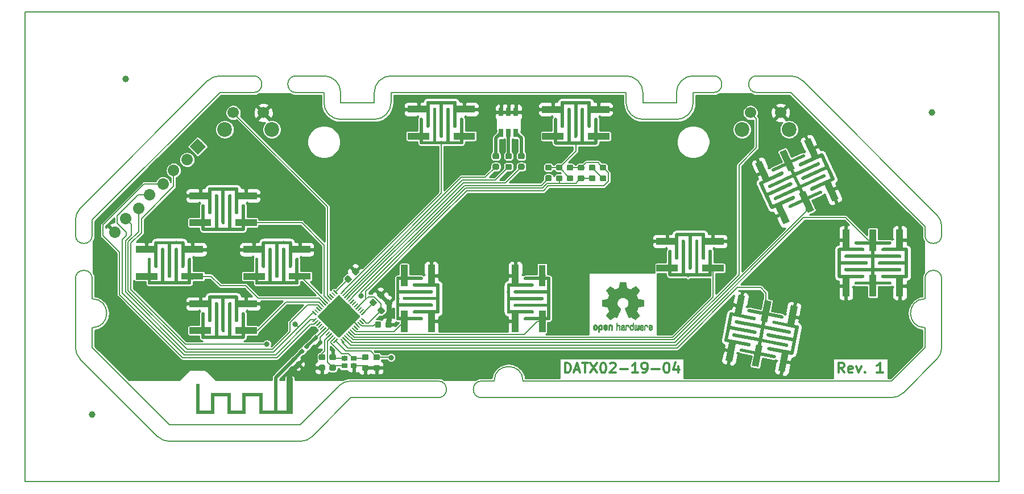
<source format=gbr>
%TF.GenerationSoftware,KiCad,Pcbnew,5.0.1*%
%TF.CreationDate,2019-03-15T13:44:13+01:00*%
%TF.ProjectId,rev1,726576312E6B696361645F7063620000,rev?*%
%TF.SameCoordinates,Original*%
%TF.FileFunction,Copper,L1,Top,Signal*%
%TF.FilePolarity,Positive*%
%FSLAX46Y46*%
G04 Gerber Fmt 4.6, Leading zero omitted, Abs format (unit mm)*
G04 Created by KiCad (PCBNEW 5.0.1) date Fri 15 Mar 2019 01:44:13 PM CET*
%MOMM*%
%LPD*%
G01*
G04 APERTURE LIST*
%ADD10C,0.200000*%
%ADD11C,0.300000*%
%ADD12C,0.010000*%
%ADD13C,0.100000*%
%ADD14C,1.700000*%
%ADD15C,1.700000*%
%ADD16C,0.875000*%
%ADD17R,0.500000X0.500000*%
%ADD18R,0.900000X0.500000*%
%ADD19C,1.000000*%
%ADD20C,0.500000*%
%ADD21R,3.200000X1.000000*%
%ADD22C,0.200000*%
%ADD23C,4.600000*%
%ADD24R,1.000000X3.200000*%
%ADD25R,0.700000X1.300000*%
%ADD26R,0.900000X0.800000*%
%ADD27C,0.590000*%
%ADD28C,2.200000*%
%ADD29C,0.800000*%
%ADD30C,0.800000*%
%ADD31C,0.500000*%
%ADD32C,0.254000*%
G04 APERTURE END LIST*
D10*
X130000000Y-138000000D02*
X110500000Y-138000000D01*
X108732233Y-137267767D02*
G75*
G03X110500000Y-138000000I1767767J1767767D01*
G01*
X131767767Y-137267767D02*
G75*
G02X130000000Y-138000000I-1767767J1767767D01*
G01*
X137500000Y-131500000D02*
X150500000Y-131500000D01*
X135732233Y-129732233D02*
G75*
G02X137500000Y-129000000I1767767J-1767767D01*
G01*
X97232233Y-125767767D02*
G75*
G02X96500000Y-124000000I1767767J1767767D01*
G01*
X137500000Y-131500000D02*
X131770000Y-137270000D01*
X130000000Y-135500000D02*
X135730000Y-129730000D01*
X110500000Y-135500000D02*
X130000000Y-135500000D01*
X188500000Y-83500000D02*
X191500000Y-83500000D01*
X181000000Y-87500000D02*
X186000000Y-87500000D01*
X181000000Y-87500000D02*
X181000000Y-86000000D01*
X186000000Y-87500000D02*
X186000000Y-86000000D01*
X188500000Y-83500000D02*
G75*
G03X186000000Y-86000000I0J-2500000D01*
G01*
X181000000Y-86000000D02*
G75*
G03X178500000Y-83500000I-2500000J0D01*
G01*
X141000000Y-87500000D02*
X141000000Y-86000000D01*
X136000000Y-87500000D02*
X141000000Y-87500000D01*
X136000000Y-87500000D02*
X136000000Y-86000000D01*
X129400000Y-83500000D02*
X133500000Y-83500000D01*
X136000000Y-86000000D02*
G75*
G03X133500000Y-83500000I-2500000J0D01*
G01*
X143500000Y-83500000D02*
G75*
G03X141000000Y-86000000I0J-2500000D01*
G01*
X158850000Y-129000000D02*
G75*
G02X163150000Y-129000000I2150000J0D01*
G01*
X224750000Y-125800000D02*
X219800000Y-130750000D01*
X219767767Y-130767767D02*
G75*
G02X218000000Y-131500000I-1767767J1767767D01*
G01*
X224767767Y-125767767D02*
G75*
G03X225500000Y-124000000I-1767767J1767767D01*
G01*
X97230000Y-125770000D02*
X108750000Y-137290000D01*
X224750000Y-104200000D02*
X204800000Y-84250000D01*
X204767767Y-84232233D02*
G75*
G03X203000000Y-83500000I-1767767J-1767767D01*
G01*
X224767767Y-104232233D02*
G75*
G02X225500000Y-106000000I-1767767J-1767767D01*
G01*
X116232233Y-84232233D02*
G75*
G02X118000000Y-83500000I1767767J-1767767D01*
G01*
X97232233Y-103232233D02*
G75*
G03X96500000Y-105000000I1767767J-1767767D01*
G01*
X97232233Y-103232233D02*
X116200000Y-84250000D01*
X188500000Y-87500000D02*
X188500000Y-86000000D01*
X181000000Y-90000000D02*
X186000000Y-90000000D01*
X178500000Y-87500000D02*
X178500000Y-86000000D01*
X186000000Y-90000000D02*
G75*
G03X188500000Y-87500000I0J2500000D01*
G01*
X178500000Y-87500000D02*
G75*
G03X181000000Y-90000000I2500000J0D01*
G01*
X141000000Y-90000000D02*
G75*
G03X143500000Y-87500000I0J2500000D01*
G01*
X133500000Y-87500000D02*
G75*
G03X136000000Y-90000000I2500000J0D01*
G01*
X218000000Y-131500000D02*
X157000000Y-131500000D01*
X157000000Y-129000000D02*
X158850000Y-129000000D01*
X157000000Y-131500000D02*
G75*
G02X157000000Y-129000000I0J1250000D01*
G01*
X150500000Y-129000000D02*
G75*
G02X150500000Y-131500000I0J-1250000D01*
G01*
X191500000Y-86000000D02*
X188500000Y-86000000D01*
X203000000Y-83500000D02*
X198000000Y-83500000D01*
X191500000Y-83500000D02*
G75*
G02X191500000Y-86000000I0J-1250000D01*
G01*
X198000000Y-83500000D02*
G75*
G03X198000000Y-86000000I0J-1250000D01*
G01*
X123000000Y-86000000D02*
X118000000Y-86000000D01*
X133500000Y-87500000D02*
X133500000Y-86000000D01*
X136000000Y-90000000D02*
X141000000Y-90000000D01*
X143500000Y-87500000D02*
X143500000Y-86000000D01*
X198000000Y-86000000D02*
X203000000Y-86000000D01*
X99000000Y-116750000D02*
G75*
G02X99000000Y-121050000I0J-2150000D01*
G01*
X178500000Y-83500000D02*
X143500000Y-83500000D01*
X143500000Y-86000000D02*
X178500000Y-86000000D01*
X123000000Y-83500000D02*
G75*
G02X123000000Y-86000000I0J-1250000D01*
G01*
X129373673Y-83506562D02*
G75*
G03X129373673Y-86006562I0J-1250000D01*
G01*
X225500000Y-107250000D02*
X225500000Y-106000000D01*
X223000000Y-107250000D02*
X223000000Y-106000000D01*
X225500000Y-113750000D02*
G75*
G03X223000000Y-113750000I-1250000J0D01*
G01*
X225500000Y-107250000D02*
G75*
G02X223000000Y-107250000I-1250000J0D01*
G01*
X96500000Y-107250000D02*
X96500000Y-105000000D01*
X99000000Y-107250000D02*
X99000000Y-105000000D01*
X99000000Y-113750000D02*
G75*
G03X96500000Y-113750000I-1250000J0D01*
G01*
X99000000Y-107250000D02*
G75*
G02X96500000Y-107250000I-1250000J0D01*
G01*
X225500000Y-124000000D02*
X225500000Y-113750000D01*
X118000000Y-83500000D02*
X123000000Y-83500000D01*
X234000000Y-74000000D02*
X89000000Y-74000000D01*
X234000000Y-144000000D02*
X234000000Y-74000000D01*
X89000000Y-144000000D02*
X234000000Y-144000000D01*
X89000000Y-74000000D02*
X89000000Y-144000000D01*
X96500000Y-124000000D02*
X96500000Y-113750000D01*
D11*
X211007142Y-127778571D02*
X210507142Y-127064285D01*
X210150000Y-127778571D02*
X210150000Y-126278571D01*
X210721428Y-126278571D01*
X210864285Y-126350000D01*
X210935714Y-126421428D01*
X211007142Y-126564285D01*
X211007142Y-126778571D01*
X210935714Y-126921428D01*
X210864285Y-126992857D01*
X210721428Y-127064285D01*
X210150000Y-127064285D01*
X212221428Y-127707142D02*
X212078571Y-127778571D01*
X211792857Y-127778571D01*
X211650000Y-127707142D01*
X211578571Y-127564285D01*
X211578571Y-126992857D01*
X211650000Y-126850000D01*
X211792857Y-126778571D01*
X212078571Y-126778571D01*
X212221428Y-126850000D01*
X212292857Y-126992857D01*
X212292857Y-127135714D01*
X211578571Y-127278571D01*
X212792857Y-126778571D02*
X213150000Y-127778571D01*
X213507142Y-126778571D01*
X214078571Y-127635714D02*
X214150000Y-127707142D01*
X214078571Y-127778571D01*
X214007142Y-127707142D01*
X214078571Y-127635714D01*
X214078571Y-127778571D01*
X216721428Y-127778571D02*
X215864285Y-127778571D01*
X216292857Y-127778571D02*
X216292857Y-126278571D01*
X216150000Y-126492857D01*
X216007142Y-126635714D01*
X215864285Y-126707142D01*
D10*
X223000000Y-121050000D02*
G75*
G02X223000000Y-116750000I0J2150000D01*
G01*
D11*
X169385714Y-127778571D02*
X169385714Y-126278571D01*
X169742857Y-126278571D01*
X169957142Y-126350000D01*
X170100000Y-126492857D01*
X170171428Y-126635714D01*
X170242857Y-126921428D01*
X170242857Y-127135714D01*
X170171428Y-127421428D01*
X170100000Y-127564285D01*
X169957142Y-127707142D01*
X169742857Y-127778571D01*
X169385714Y-127778571D01*
X170814285Y-127350000D02*
X171528571Y-127350000D01*
X170671428Y-127778571D02*
X171171428Y-126278571D01*
X171671428Y-127778571D01*
X171957142Y-126278571D02*
X172814285Y-126278571D01*
X172385714Y-127778571D02*
X172385714Y-126278571D01*
X173171428Y-126278571D02*
X174171428Y-127778571D01*
X174171428Y-126278571D02*
X173171428Y-127778571D01*
X175028571Y-126278571D02*
X175171428Y-126278571D01*
X175314285Y-126350000D01*
X175385714Y-126421428D01*
X175457142Y-126564285D01*
X175528571Y-126850000D01*
X175528571Y-127207142D01*
X175457142Y-127492857D01*
X175385714Y-127635714D01*
X175314285Y-127707142D01*
X175171428Y-127778571D01*
X175028571Y-127778571D01*
X174885714Y-127707142D01*
X174814285Y-127635714D01*
X174742857Y-127492857D01*
X174671428Y-127207142D01*
X174671428Y-126850000D01*
X174742857Y-126564285D01*
X174814285Y-126421428D01*
X174885714Y-126350000D01*
X175028571Y-126278571D01*
X176100000Y-126421428D02*
X176171428Y-126350000D01*
X176314285Y-126278571D01*
X176671428Y-126278571D01*
X176814285Y-126350000D01*
X176885714Y-126421428D01*
X176957142Y-126564285D01*
X176957142Y-126707142D01*
X176885714Y-126921428D01*
X176028571Y-127778571D01*
X176957142Y-127778571D01*
X177600000Y-127207142D02*
X178742857Y-127207142D01*
X180242857Y-127778571D02*
X179385714Y-127778571D01*
X179814285Y-127778571D02*
X179814285Y-126278571D01*
X179671428Y-126492857D01*
X179528571Y-126635714D01*
X179385714Y-126707142D01*
X180957142Y-127778571D02*
X181242857Y-127778571D01*
X181385714Y-127707142D01*
X181457142Y-127635714D01*
X181600000Y-127421428D01*
X181671428Y-127135714D01*
X181671428Y-126564285D01*
X181600000Y-126421428D01*
X181528571Y-126350000D01*
X181385714Y-126278571D01*
X181100000Y-126278571D01*
X180957142Y-126350000D01*
X180885714Y-126421428D01*
X180814285Y-126564285D01*
X180814285Y-126921428D01*
X180885714Y-127064285D01*
X180957142Y-127135714D01*
X181100000Y-127207142D01*
X181385714Y-127207142D01*
X181528571Y-127135714D01*
X181600000Y-127064285D01*
X181671428Y-126921428D01*
X182314285Y-127207142D02*
X183457142Y-127207142D01*
X184457142Y-126278571D02*
X184600000Y-126278571D01*
X184742857Y-126350000D01*
X184814285Y-126421428D01*
X184885714Y-126564285D01*
X184957142Y-126850000D01*
X184957142Y-127207142D01*
X184885714Y-127492857D01*
X184814285Y-127635714D01*
X184742857Y-127707142D01*
X184600000Y-127778571D01*
X184457142Y-127778571D01*
X184314285Y-127707142D01*
X184242857Y-127635714D01*
X184171428Y-127492857D01*
X184100000Y-127207142D01*
X184100000Y-126850000D01*
X184171428Y-126564285D01*
X184242857Y-126421428D01*
X184314285Y-126350000D01*
X184457142Y-126278571D01*
X186242857Y-126778571D02*
X186242857Y-127778571D01*
X185885714Y-126207142D02*
X185528571Y-127278571D01*
X186457142Y-127278571D01*
D10*
X223000000Y-124000000D02*
X218000000Y-129000000D01*
X99000000Y-124000000D02*
X110500000Y-135500000D01*
X99000000Y-113750000D02*
X99000000Y-116750000D01*
X118000000Y-86000000D02*
X99000000Y-105000000D01*
X223000000Y-113750000D02*
X223000000Y-116750000D01*
X203000000Y-86000000D02*
X223000000Y-106000000D01*
X129400000Y-86000000D02*
X133500000Y-86000000D01*
X223000000Y-124000000D02*
X223000000Y-121050000D01*
X163150000Y-129000000D02*
X218000000Y-129000000D01*
X99000000Y-124000000D02*
X99000000Y-121050000D01*
X150500000Y-129000000D02*
X137500000Y-129000000D01*
D12*
G36*
X178139878Y-114287776D02*
X178245612Y-114288355D01*
X178322132Y-114289922D01*
X178374372Y-114292972D01*
X178407263Y-114297996D01*
X178425737Y-114305489D01*
X178434727Y-114315944D01*
X178439163Y-114329853D01*
X178439594Y-114331654D01*
X178446333Y-114364145D01*
X178458808Y-114428252D01*
X178475719Y-114517151D01*
X178495771Y-114624019D01*
X178517664Y-114742033D01*
X178518429Y-114746178D01*
X178540359Y-114861831D01*
X178560877Y-114964014D01*
X178578659Y-115046598D01*
X178592381Y-115103456D01*
X178600718Y-115128458D01*
X178601116Y-115128901D01*
X178625677Y-115141110D01*
X178676315Y-115161456D01*
X178742095Y-115185545D01*
X178742461Y-115185674D01*
X178825317Y-115216818D01*
X178923000Y-115256491D01*
X179015077Y-115296381D01*
X179019434Y-115298353D01*
X179169407Y-115366420D01*
X179501498Y-115139639D01*
X179603374Y-115070504D01*
X179695657Y-115008697D01*
X179773003Y-114957733D01*
X179830064Y-114921127D01*
X179861495Y-114902394D01*
X179864479Y-114901004D01*
X179887321Y-114907190D01*
X179929982Y-114937035D01*
X179994128Y-114991947D01*
X180081421Y-115073334D01*
X180170535Y-115159922D01*
X180256441Y-115245247D01*
X180333327Y-115323108D01*
X180396564Y-115388697D01*
X180441523Y-115437205D01*
X180463576Y-115463825D01*
X180464396Y-115465195D01*
X180466834Y-115483463D01*
X180457650Y-115513295D01*
X180434574Y-115558721D01*
X180395337Y-115623770D01*
X180337670Y-115712470D01*
X180260795Y-115826657D01*
X180192570Y-115927162D01*
X180131582Y-116017303D01*
X180081356Y-116091849D01*
X180045416Y-116145565D01*
X180027287Y-116173218D01*
X180026146Y-116175095D01*
X180028359Y-116201590D01*
X180045138Y-116253086D01*
X180073142Y-116319851D01*
X180083122Y-116341172D01*
X180126672Y-116436159D01*
X180173134Y-116543937D01*
X180210877Y-116637192D01*
X180238073Y-116706406D01*
X180259675Y-116759006D01*
X180272158Y-116786497D01*
X180273709Y-116788616D01*
X180296668Y-116792124D01*
X180350786Y-116801738D01*
X180428868Y-116816089D01*
X180523719Y-116833807D01*
X180628143Y-116853525D01*
X180734944Y-116873874D01*
X180836926Y-116893486D01*
X180926894Y-116910991D01*
X180997653Y-116925022D01*
X181042006Y-116934209D01*
X181052885Y-116936807D01*
X181064122Y-116943218D01*
X181072605Y-116957697D01*
X181078714Y-116985133D01*
X181082832Y-117030411D01*
X181085341Y-117098420D01*
X181086621Y-117194047D01*
X181087054Y-117322180D01*
X181087077Y-117374701D01*
X181087077Y-117801845D01*
X180984500Y-117822091D01*
X180927431Y-117833070D01*
X180842269Y-117849095D01*
X180739372Y-117868233D01*
X180629096Y-117888551D01*
X180598615Y-117894132D01*
X180496855Y-117913917D01*
X180408205Y-117933373D01*
X180340108Y-117950697D01*
X180300004Y-117964088D01*
X180293323Y-117968079D01*
X180276919Y-117996342D01*
X180253399Y-118051109D01*
X180227316Y-118121588D01*
X180222142Y-118136769D01*
X180187956Y-118230896D01*
X180145523Y-118337101D01*
X180103997Y-118432473D01*
X180103792Y-118432916D01*
X180034640Y-118582525D01*
X180489512Y-119251617D01*
X180197500Y-119544116D01*
X180109180Y-119631170D01*
X180028625Y-119707909D01*
X179960360Y-119770237D01*
X179908908Y-119814056D01*
X179878794Y-119835270D01*
X179874474Y-119836616D01*
X179849111Y-119826016D01*
X179797358Y-119796547D01*
X179724868Y-119751705D01*
X179637294Y-119694984D01*
X179542612Y-119631462D01*
X179446516Y-119566668D01*
X179360837Y-119510287D01*
X179291016Y-119465788D01*
X179242494Y-119436639D01*
X179220782Y-119426308D01*
X179194293Y-119435050D01*
X179144062Y-119458087D01*
X179080451Y-119490631D01*
X179073708Y-119494249D01*
X178988046Y-119537210D01*
X178929306Y-119558279D01*
X178892772Y-119558503D01*
X178873731Y-119538928D01*
X178873620Y-119538654D01*
X178864102Y-119515472D01*
X178841403Y-119460441D01*
X178807282Y-119377822D01*
X178763500Y-119271872D01*
X178711816Y-119146852D01*
X178653992Y-119007020D01*
X178597991Y-118871637D01*
X178536447Y-118722234D01*
X178479939Y-118583832D01*
X178430161Y-118460673D01*
X178388806Y-118357002D01*
X178357568Y-118277059D01*
X178338141Y-118225088D01*
X178332154Y-118205692D01*
X178347168Y-118183443D01*
X178386439Y-118147982D01*
X178438807Y-118108887D01*
X178587941Y-117985245D01*
X178704511Y-117843522D01*
X178787118Y-117686704D01*
X178834366Y-117517775D01*
X178844857Y-117339722D01*
X178837231Y-117257539D01*
X178795682Y-117087031D01*
X178724123Y-116936459D01*
X178626995Y-116807309D01*
X178508734Y-116701064D01*
X178373780Y-116619210D01*
X178226571Y-116563232D01*
X178071544Y-116534615D01*
X177913139Y-116534844D01*
X177755794Y-116565405D01*
X177603946Y-116627782D01*
X177462035Y-116723460D01*
X177402803Y-116777572D01*
X177289203Y-116916520D01*
X177210106Y-117068361D01*
X177164986Y-117228667D01*
X177153316Y-117393012D01*
X177174569Y-117556971D01*
X177228220Y-117716118D01*
X177313740Y-117866025D01*
X177430605Y-118002267D01*
X177561193Y-118108887D01*
X177615588Y-118149642D01*
X177654014Y-118184718D01*
X177667846Y-118205726D01*
X177660603Y-118228635D01*
X177640005Y-118283365D01*
X177607746Y-118365672D01*
X177565521Y-118471315D01*
X177515023Y-118596050D01*
X177457948Y-118735636D01*
X177401854Y-118871670D01*
X177339967Y-119021201D01*
X177282644Y-119159767D01*
X177231644Y-119283107D01*
X177188727Y-119386964D01*
X177155653Y-119467080D01*
X177134181Y-119519195D01*
X177126225Y-119538654D01*
X177107429Y-119558423D01*
X177071074Y-119558365D01*
X177012479Y-119537441D01*
X176926968Y-119494613D01*
X176926292Y-119494249D01*
X176861907Y-119461012D01*
X176809861Y-119436802D01*
X176780512Y-119426404D01*
X176779217Y-119426308D01*
X176757124Y-119436855D01*
X176708348Y-119466184D01*
X176638331Y-119510827D01*
X176552514Y-119567314D01*
X176457388Y-119631462D01*
X176360540Y-119696411D01*
X176273253Y-119752896D01*
X176201181Y-119797421D01*
X176149977Y-119826490D01*
X176125526Y-119836616D01*
X176103010Y-119823307D01*
X176057742Y-119786112D01*
X175994244Y-119729128D01*
X175917039Y-119656449D01*
X175830651Y-119572171D01*
X175802399Y-119544016D01*
X175510287Y-119251416D01*
X175732631Y-118925104D01*
X175800202Y-118824897D01*
X175859507Y-118734963D01*
X175907217Y-118660510D01*
X175940007Y-118606751D01*
X175954548Y-118578894D01*
X175954974Y-118576912D01*
X175947308Y-118550655D01*
X175926689Y-118497837D01*
X175896685Y-118427310D01*
X175875625Y-118380093D01*
X175836248Y-118289694D01*
X175799165Y-118198366D01*
X175770415Y-118121200D01*
X175762605Y-118097692D01*
X175740417Y-118034916D01*
X175718727Y-117986411D01*
X175706813Y-117968079D01*
X175680523Y-117956859D01*
X175623142Y-117940954D01*
X175542118Y-117922167D01*
X175444895Y-117902299D01*
X175401385Y-117894132D01*
X175290896Y-117873829D01*
X175184916Y-117854170D01*
X175093801Y-117837088D01*
X175027908Y-117824518D01*
X175015500Y-117822091D01*
X174912923Y-117801845D01*
X174912923Y-117374701D01*
X174913153Y-117234246D01*
X174914099Y-117127979D01*
X174916141Y-117051013D01*
X174919662Y-116998460D01*
X174925043Y-116965433D01*
X174932666Y-116947045D01*
X174942912Y-116938408D01*
X174947115Y-116936807D01*
X174972470Y-116931127D01*
X175028484Y-116919795D01*
X175107964Y-116904179D01*
X175203712Y-116885647D01*
X175308533Y-116865569D01*
X175415232Y-116845312D01*
X175516613Y-116826246D01*
X175605479Y-116809739D01*
X175674637Y-116797159D01*
X175716889Y-116789875D01*
X175726290Y-116788616D01*
X175734807Y-116771763D01*
X175753660Y-116726870D01*
X175779324Y-116662430D01*
X175789123Y-116637192D01*
X175828648Y-116539686D01*
X175875192Y-116431959D01*
X175916877Y-116341172D01*
X175947550Y-116271753D01*
X175967956Y-116214710D01*
X175974768Y-116179777D01*
X175973682Y-116175095D01*
X175959285Y-116152991D01*
X175926412Y-116103831D01*
X175878590Y-116032848D01*
X175819348Y-115945278D01*
X175752215Y-115846357D01*
X175738941Y-115826830D01*
X175661046Y-115711140D01*
X175603787Y-115623044D01*
X175564881Y-115558486D01*
X175542044Y-115513411D01*
X175532994Y-115483763D01*
X175535448Y-115465485D01*
X175535511Y-115465369D01*
X175554827Y-115441361D01*
X175597551Y-115394947D01*
X175659051Y-115330937D01*
X175734698Y-115254145D01*
X175819861Y-115169382D01*
X175829465Y-115159922D01*
X175936790Y-115055989D01*
X176019615Y-114979675D01*
X176079605Y-114929571D01*
X176118423Y-114904270D01*
X176135520Y-114901004D01*
X176160473Y-114915250D01*
X176212255Y-114948156D01*
X176285520Y-114996208D01*
X176374920Y-115055890D01*
X176475111Y-115123688D01*
X176498501Y-115139639D01*
X176830593Y-115366420D01*
X176980565Y-115298353D01*
X177071770Y-115258685D01*
X177169669Y-115218791D01*
X177253831Y-115186983D01*
X177257538Y-115185674D01*
X177323369Y-115161576D01*
X177374116Y-115141200D01*
X177398842Y-115128936D01*
X177398884Y-115128901D01*
X177406729Y-115106734D01*
X177420066Y-115052217D01*
X177437570Y-114971480D01*
X177457917Y-114870650D01*
X177479782Y-114755856D01*
X177481571Y-114746178D01*
X177503504Y-114627904D01*
X177523640Y-114520542D01*
X177540680Y-114430917D01*
X177553328Y-114365851D01*
X177560284Y-114332168D01*
X177560406Y-114331654D01*
X177564639Y-114317325D01*
X177572871Y-114306507D01*
X177590033Y-114298706D01*
X177621058Y-114293429D01*
X177670878Y-114290182D01*
X177744424Y-114288472D01*
X177846629Y-114287807D01*
X177982425Y-114287693D01*
X178000000Y-114287692D01*
X178139878Y-114287776D01*
X178139878Y-114287776D01*
G37*
X178139878Y-114287776D02*
X178245612Y-114288355D01*
X178322132Y-114289922D01*
X178374372Y-114292972D01*
X178407263Y-114297996D01*
X178425737Y-114305489D01*
X178434727Y-114315944D01*
X178439163Y-114329853D01*
X178439594Y-114331654D01*
X178446333Y-114364145D01*
X178458808Y-114428252D01*
X178475719Y-114517151D01*
X178495771Y-114624019D01*
X178517664Y-114742033D01*
X178518429Y-114746178D01*
X178540359Y-114861831D01*
X178560877Y-114964014D01*
X178578659Y-115046598D01*
X178592381Y-115103456D01*
X178600718Y-115128458D01*
X178601116Y-115128901D01*
X178625677Y-115141110D01*
X178676315Y-115161456D01*
X178742095Y-115185545D01*
X178742461Y-115185674D01*
X178825317Y-115216818D01*
X178923000Y-115256491D01*
X179015077Y-115296381D01*
X179019434Y-115298353D01*
X179169407Y-115366420D01*
X179501498Y-115139639D01*
X179603374Y-115070504D01*
X179695657Y-115008697D01*
X179773003Y-114957733D01*
X179830064Y-114921127D01*
X179861495Y-114902394D01*
X179864479Y-114901004D01*
X179887321Y-114907190D01*
X179929982Y-114937035D01*
X179994128Y-114991947D01*
X180081421Y-115073334D01*
X180170535Y-115159922D01*
X180256441Y-115245247D01*
X180333327Y-115323108D01*
X180396564Y-115388697D01*
X180441523Y-115437205D01*
X180463576Y-115463825D01*
X180464396Y-115465195D01*
X180466834Y-115483463D01*
X180457650Y-115513295D01*
X180434574Y-115558721D01*
X180395337Y-115623770D01*
X180337670Y-115712470D01*
X180260795Y-115826657D01*
X180192570Y-115927162D01*
X180131582Y-116017303D01*
X180081356Y-116091849D01*
X180045416Y-116145565D01*
X180027287Y-116173218D01*
X180026146Y-116175095D01*
X180028359Y-116201590D01*
X180045138Y-116253086D01*
X180073142Y-116319851D01*
X180083122Y-116341172D01*
X180126672Y-116436159D01*
X180173134Y-116543937D01*
X180210877Y-116637192D01*
X180238073Y-116706406D01*
X180259675Y-116759006D01*
X180272158Y-116786497D01*
X180273709Y-116788616D01*
X180296668Y-116792124D01*
X180350786Y-116801738D01*
X180428868Y-116816089D01*
X180523719Y-116833807D01*
X180628143Y-116853525D01*
X180734944Y-116873874D01*
X180836926Y-116893486D01*
X180926894Y-116910991D01*
X180997653Y-116925022D01*
X181042006Y-116934209D01*
X181052885Y-116936807D01*
X181064122Y-116943218D01*
X181072605Y-116957697D01*
X181078714Y-116985133D01*
X181082832Y-117030411D01*
X181085341Y-117098420D01*
X181086621Y-117194047D01*
X181087054Y-117322180D01*
X181087077Y-117374701D01*
X181087077Y-117801845D01*
X180984500Y-117822091D01*
X180927431Y-117833070D01*
X180842269Y-117849095D01*
X180739372Y-117868233D01*
X180629096Y-117888551D01*
X180598615Y-117894132D01*
X180496855Y-117913917D01*
X180408205Y-117933373D01*
X180340108Y-117950697D01*
X180300004Y-117964088D01*
X180293323Y-117968079D01*
X180276919Y-117996342D01*
X180253399Y-118051109D01*
X180227316Y-118121588D01*
X180222142Y-118136769D01*
X180187956Y-118230896D01*
X180145523Y-118337101D01*
X180103997Y-118432473D01*
X180103792Y-118432916D01*
X180034640Y-118582525D01*
X180489512Y-119251617D01*
X180197500Y-119544116D01*
X180109180Y-119631170D01*
X180028625Y-119707909D01*
X179960360Y-119770237D01*
X179908908Y-119814056D01*
X179878794Y-119835270D01*
X179874474Y-119836616D01*
X179849111Y-119826016D01*
X179797358Y-119796547D01*
X179724868Y-119751705D01*
X179637294Y-119694984D01*
X179542612Y-119631462D01*
X179446516Y-119566668D01*
X179360837Y-119510287D01*
X179291016Y-119465788D01*
X179242494Y-119436639D01*
X179220782Y-119426308D01*
X179194293Y-119435050D01*
X179144062Y-119458087D01*
X179080451Y-119490631D01*
X179073708Y-119494249D01*
X178988046Y-119537210D01*
X178929306Y-119558279D01*
X178892772Y-119558503D01*
X178873731Y-119538928D01*
X178873620Y-119538654D01*
X178864102Y-119515472D01*
X178841403Y-119460441D01*
X178807282Y-119377822D01*
X178763500Y-119271872D01*
X178711816Y-119146852D01*
X178653992Y-119007020D01*
X178597991Y-118871637D01*
X178536447Y-118722234D01*
X178479939Y-118583832D01*
X178430161Y-118460673D01*
X178388806Y-118357002D01*
X178357568Y-118277059D01*
X178338141Y-118225088D01*
X178332154Y-118205692D01*
X178347168Y-118183443D01*
X178386439Y-118147982D01*
X178438807Y-118108887D01*
X178587941Y-117985245D01*
X178704511Y-117843522D01*
X178787118Y-117686704D01*
X178834366Y-117517775D01*
X178844857Y-117339722D01*
X178837231Y-117257539D01*
X178795682Y-117087031D01*
X178724123Y-116936459D01*
X178626995Y-116807309D01*
X178508734Y-116701064D01*
X178373780Y-116619210D01*
X178226571Y-116563232D01*
X178071544Y-116534615D01*
X177913139Y-116534844D01*
X177755794Y-116565405D01*
X177603946Y-116627782D01*
X177462035Y-116723460D01*
X177402803Y-116777572D01*
X177289203Y-116916520D01*
X177210106Y-117068361D01*
X177164986Y-117228667D01*
X177153316Y-117393012D01*
X177174569Y-117556971D01*
X177228220Y-117716118D01*
X177313740Y-117866025D01*
X177430605Y-118002267D01*
X177561193Y-118108887D01*
X177615588Y-118149642D01*
X177654014Y-118184718D01*
X177667846Y-118205726D01*
X177660603Y-118228635D01*
X177640005Y-118283365D01*
X177607746Y-118365672D01*
X177565521Y-118471315D01*
X177515023Y-118596050D01*
X177457948Y-118735636D01*
X177401854Y-118871670D01*
X177339967Y-119021201D01*
X177282644Y-119159767D01*
X177231644Y-119283107D01*
X177188727Y-119386964D01*
X177155653Y-119467080D01*
X177134181Y-119519195D01*
X177126225Y-119538654D01*
X177107429Y-119558423D01*
X177071074Y-119558365D01*
X177012479Y-119537441D01*
X176926968Y-119494613D01*
X176926292Y-119494249D01*
X176861907Y-119461012D01*
X176809861Y-119436802D01*
X176780512Y-119426404D01*
X176779217Y-119426308D01*
X176757124Y-119436855D01*
X176708348Y-119466184D01*
X176638331Y-119510827D01*
X176552514Y-119567314D01*
X176457388Y-119631462D01*
X176360540Y-119696411D01*
X176273253Y-119752896D01*
X176201181Y-119797421D01*
X176149977Y-119826490D01*
X176125526Y-119836616D01*
X176103010Y-119823307D01*
X176057742Y-119786112D01*
X175994244Y-119729128D01*
X175917039Y-119656449D01*
X175830651Y-119572171D01*
X175802399Y-119544016D01*
X175510287Y-119251416D01*
X175732631Y-118925104D01*
X175800202Y-118824897D01*
X175859507Y-118734963D01*
X175907217Y-118660510D01*
X175940007Y-118606751D01*
X175954548Y-118578894D01*
X175954974Y-118576912D01*
X175947308Y-118550655D01*
X175926689Y-118497837D01*
X175896685Y-118427310D01*
X175875625Y-118380093D01*
X175836248Y-118289694D01*
X175799165Y-118198366D01*
X175770415Y-118121200D01*
X175762605Y-118097692D01*
X175740417Y-118034916D01*
X175718727Y-117986411D01*
X175706813Y-117968079D01*
X175680523Y-117956859D01*
X175623142Y-117940954D01*
X175542118Y-117922167D01*
X175444895Y-117902299D01*
X175401385Y-117894132D01*
X175290896Y-117873829D01*
X175184916Y-117854170D01*
X175093801Y-117837088D01*
X175027908Y-117824518D01*
X175015500Y-117822091D01*
X174912923Y-117801845D01*
X174912923Y-117374701D01*
X174913153Y-117234246D01*
X174914099Y-117127979D01*
X174916141Y-117051013D01*
X174919662Y-116998460D01*
X174925043Y-116965433D01*
X174932666Y-116947045D01*
X174942912Y-116938408D01*
X174947115Y-116936807D01*
X174972470Y-116931127D01*
X175028484Y-116919795D01*
X175107964Y-116904179D01*
X175203712Y-116885647D01*
X175308533Y-116865569D01*
X175415232Y-116845312D01*
X175516613Y-116826246D01*
X175605479Y-116809739D01*
X175674637Y-116797159D01*
X175716889Y-116789875D01*
X175726290Y-116788616D01*
X175734807Y-116771763D01*
X175753660Y-116726870D01*
X175779324Y-116662430D01*
X175789123Y-116637192D01*
X175828648Y-116539686D01*
X175875192Y-116431959D01*
X175916877Y-116341172D01*
X175947550Y-116271753D01*
X175967956Y-116214710D01*
X175974768Y-116179777D01*
X175973682Y-116175095D01*
X175959285Y-116152991D01*
X175926412Y-116103831D01*
X175878590Y-116032848D01*
X175819348Y-115945278D01*
X175752215Y-115846357D01*
X175738941Y-115826830D01*
X175661046Y-115711140D01*
X175603787Y-115623044D01*
X175564881Y-115558486D01*
X175542044Y-115513411D01*
X175532994Y-115483763D01*
X175535448Y-115465485D01*
X175535511Y-115465369D01*
X175554827Y-115441361D01*
X175597551Y-115394947D01*
X175659051Y-115330937D01*
X175734698Y-115254145D01*
X175819861Y-115169382D01*
X175829465Y-115159922D01*
X175936790Y-115055989D01*
X176019615Y-114979675D01*
X176079605Y-114929571D01*
X176118423Y-114904270D01*
X176135520Y-114901004D01*
X176160473Y-114915250D01*
X176212255Y-114948156D01*
X176285520Y-114996208D01*
X176374920Y-115055890D01*
X176475111Y-115123688D01*
X176498501Y-115139639D01*
X176830593Y-115366420D01*
X176980565Y-115298353D01*
X177071770Y-115258685D01*
X177169669Y-115218791D01*
X177253831Y-115186983D01*
X177257538Y-115185674D01*
X177323369Y-115161576D01*
X177374116Y-115141200D01*
X177398842Y-115128936D01*
X177398884Y-115128901D01*
X177406729Y-115106734D01*
X177420066Y-115052217D01*
X177437570Y-114971480D01*
X177457917Y-114870650D01*
X177479782Y-114755856D01*
X177481571Y-114746178D01*
X177503504Y-114627904D01*
X177523640Y-114520542D01*
X177540680Y-114430917D01*
X177553328Y-114365851D01*
X177560284Y-114332168D01*
X177560406Y-114331654D01*
X177564639Y-114317325D01*
X177572871Y-114306507D01*
X177590033Y-114298706D01*
X177621058Y-114293429D01*
X177670878Y-114290182D01*
X177744424Y-114288472D01*
X177846629Y-114287807D01*
X177982425Y-114287693D01*
X178000000Y-114287692D01*
X178139878Y-114287776D01*
G36*
X182245224Y-120647838D02*
X182322528Y-120698361D01*
X182359814Y-120743590D01*
X182389353Y-120825663D01*
X182391699Y-120890607D01*
X182386385Y-120977445D01*
X182186115Y-121065103D01*
X182088739Y-121109887D01*
X182025113Y-121145913D01*
X181992029Y-121177117D01*
X181986280Y-121207436D01*
X182004658Y-121240805D01*
X182024923Y-121262923D01*
X182083889Y-121298393D01*
X182148024Y-121300879D01*
X182206926Y-121273235D01*
X182250197Y-121218320D01*
X182257936Y-121198928D01*
X182295006Y-121138364D01*
X182337654Y-121112552D01*
X182396154Y-121090471D01*
X182396154Y-121174184D01*
X182390982Y-121231150D01*
X182370723Y-121279189D01*
X182328262Y-121334346D01*
X182321951Y-121341514D01*
X182274720Y-121390585D01*
X182234121Y-121416920D01*
X182183328Y-121429035D01*
X182141220Y-121433003D01*
X182065902Y-121433991D01*
X182012286Y-121421466D01*
X181978838Y-121402869D01*
X181926268Y-121361975D01*
X181889879Y-121317748D01*
X181866850Y-121262126D01*
X181854359Y-121187047D01*
X181849587Y-121084449D01*
X181849206Y-121032376D01*
X181850501Y-120969948D01*
X181968471Y-120969948D01*
X181969839Y-121003438D01*
X181973249Y-121008923D01*
X181995753Y-121001472D01*
X182044182Y-120981753D01*
X182108908Y-120953718D01*
X182122443Y-120947692D01*
X182204244Y-120906096D01*
X182249312Y-120869538D01*
X182259217Y-120835296D01*
X182235526Y-120800648D01*
X182215960Y-120785339D01*
X182145360Y-120754721D01*
X182079280Y-120759780D01*
X182023959Y-120797151D01*
X181985636Y-120863473D01*
X181973349Y-120916116D01*
X181968471Y-120969948D01*
X181850501Y-120969948D01*
X181851730Y-120910720D01*
X181861032Y-120820710D01*
X181879460Y-120755167D01*
X181909360Y-120706912D01*
X181953080Y-120668767D01*
X181972141Y-120656440D01*
X182058726Y-120624336D01*
X182153522Y-120622316D01*
X182245224Y-120647838D01*
X182245224Y-120647838D01*
G37*
X182245224Y-120647838D02*
X182322528Y-120698361D01*
X182359814Y-120743590D01*
X182389353Y-120825663D01*
X182391699Y-120890607D01*
X182386385Y-120977445D01*
X182186115Y-121065103D01*
X182088739Y-121109887D01*
X182025113Y-121145913D01*
X181992029Y-121177117D01*
X181986280Y-121207436D01*
X182004658Y-121240805D01*
X182024923Y-121262923D01*
X182083889Y-121298393D01*
X182148024Y-121300879D01*
X182206926Y-121273235D01*
X182250197Y-121218320D01*
X182257936Y-121198928D01*
X182295006Y-121138364D01*
X182337654Y-121112552D01*
X182396154Y-121090471D01*
X182396154Y-121174184D01*
X182390982Y-121231150D01*
X182370723Y-121279189D01*
X182328262Y-121334346D01*
X182321951Y-121341514D01*
X182274720Y-121390585D01*
X182234121Y-121416920D01*
X182183328Y-121429035D01*
X182141220Y-121433003D01*
X182065902Y-121433991D01*
X182012286Y-121421466D01*
X181978838Y-121402869D01*
X181926268Y-121361975D01*
X181889879Y-121317748D01*
X181866850Y-121262126D01*
X181854359Y-121187047D01*
X181849587Y-121084449D01*
X181849206Y-121032376D01*
X181850501Y-120969948D01*
X181968471Y-120969948D01*
X181969839Y-121003438D01*
X181973249Y-121008923D01*
X181995753Y-121001472D01*
X182044182Y-120981753D01*
X182108908Y-120953718D01*
X182122443Y-120947692D01*
X182204244Y-120906096D01*
X182249312Y-120869538D01*
X182259217Y-120835296D01*
X182235526Y-120800648D01*
X182215960Y-120785339D01*
X182145360Y-120754721D01*
X182079280Y-120759780D01*
X182023959Y-120797151D01*
X181985636Y-120863473D01*
X181973349Y-120916116D01*
X181968471Y-120969948D01*
X181850501Y-120969948D01*
X181851730Y-120910720D01*
X181861032Y-120820710D01*
X181879460Y-120755167D01*
X181909360Y-120706912D01*
X181953080Y-120668767D01*
X181972141Y-120656440D01*
X182058726Y-120624336D01*
X182153522Y-120622316D01*
X182245224Y-120647838D01*
G36*
X181570807Y-120636782D02*
X181594161Y-120646988D01*
X181649902Y-120691134D01*
X181697569Y-120754967D01*
X181727048Y-120823087D01*
X181731846Y-120856670D01*
X181715760Y-120903556D01*
X181680475Y-120928365D01*
X181642644Y-120943387D01*
X181625321Y-120946155D01*
X181616886Y-120926066D01*
X181600230Y-120882351D01*
X181592923Y-120862598D01*
X181551948Y-120794271D01*
X181492622Y-120760191D01*
X181416552Y-120761239D01*
X181410918Y-120762581D01*
X181370305Y-120781836D01*
X181340448Y-120819375D01*
X181320055Y-120879809D01*
X181307836Y-120967751D01*
X181302500Y-121087813D01*
X181302000Y-121151698D01*
X181301752Y-121252403D01*
X181300126Y-121321054D01*
X181295801Y-121364673D01*
X181287454Y-121390282D01*
X181273765Y-121404903D01*
X181253411Y-121415558D01*
X181252234Y-121416095D01*
X181213038Y-121432667D01*
X181193619Y-121438769D01*
X181190635Y-121420319D01*
X181188081Y-121369323D01*
X181186140Y-121292308D01*
X181184997Y-121195805D01*
X181184769Y-121125184D01*
X181185932Y-120988525D01*
X181190479Y-120884851D01*
X181199999Y-120808108D01*
X181216081Y-120752246D01*
X181240313Y-120711212D01*
X181274286Y-120678954D01*
X181307833Y-120656440D01*
X181388499Y-120626476D01*
X181482381Y-120619718D01*
X181570807Y-120636782D01*
X181570807Y-120636782D01*
G37*
X181570807Y-120636782D02*
X181594161Y-120646988D01*
X181649902Y-120691134D01*
X181697569Y-120754967D01*
X181727048Y-120823087D01*
X181731846Y-120856670D01*
X181715760Y-120903556D01*
X181680475Y-120928365D01*
X181642644Y-120943387D01*
X181625321Y-120946155D01*
X181616886Y-120926066D01*
X181600230Y-120882351D01*
X181592923Y-120862598D01*
X181551948Y-120794271D01*
X181492622Y-120760191D01*
X181416552Y-120761239D01*
X181410918Y-120762581D01*
X181370305Y-120781836D01*
X181340448Y-120819375D01*
X181320055Y-120879809D01*
X181307836Y-120967751D01*
X181302500Y-121087813D01*
X181302000Y-121151698D01*
X181301752Y-121252403D01*
X181300126Y-121321054D01*
X181295801Y-121364673D01*
X181287454Y-121390282D01*
X181273765Y-121404903D01*
X181253411Y-121415558D01*
X181252234Y-121416095D01*
X181213038Y-121432667D01*
X181193619Y-121438769D01*
X181190635Y-121420319D01*
X181188081Y-121369323D01*
X181186140Y-121292308D01*
X181184997Y-121195805D01*
X181184769Y-121125184D01*
X181185932Y-120988525D01*
X181190479Y-120884851D01*
X181199999Y-120808108D01*
X181216081Y-120752246D01*
X181240313Y-120711212D01*
X181274286Y-120678954D01*
X181307833Y-120656440D01*
X181388499Y-120626476D01*
X181482381Y-120619718D01*
X181570807Y-120636782D01*
G36*
X180887333Y-120633528D02*
X180943590Y-120659117D01*
X180987747Y-120690124D01*
X181020101Y-120724795D01*
X181042438Y-120769520D01*
X181056546Y-120830692D01*
X181064211Y-120914701D01*
X181067220Y-121027940D01*
X181067538Y-121102509D01*
X181067538Y-121393420D01*
X181017773Y-121416095D01*
X180978576Y-121432667D01*
X180959157Y-121438769D01*
X180955442Y-121420610D01*
X180952495Y-121371648D01*
X180950691Y-121300153D01*
X180950308Y-121243385D01*
X180948661Y-121161371D01*
X180944222Y-121096309D01*
X180937740Y-121056467D01*
X180932590Y-121048000D01*
X180897977Y-121056646D01*
X180843640Y-121078823D01*
X180780722Y-121108886D01*
X180720368Y-121141192D01*
X180673721Y-121170098D01*
X180651926Y-121189961D01*
X180651839Y-121190175D01*
X180653714Y-121226935D01*
X180670525Y-121262026D01*
X180700039Y-121290528D01*
X180743116Y-121300061D01*
X180779932Y-121298950D01*
X180832074Y-121298133D01*
X180859444Y-121310349D01*
X180875882Y-121342624D01*
X180877955Y-121348710D01*
X180885081Y-121394739D01*
X180866024Y-121422687D01*
X180816353Y-121436007D01*
X180762697Y-121438470D01*
X180666142Y-121420210D01*
X180616159Y-121394131D01*
X180554429Y-121332868D01*
X180521690Y-121257670D01*
X180518753Y-121178211D01*
X180546424Y-121104167D01*
X180588047Y-121057769D01*
X180629604Y-121031793D01*
X180694922Y-120998907D01*
X180771038Y-120965557D01*
X180783726Y-120960461D01*
X180867333Y-120923565D01*
X180915530Y-120891046D01*
X180931030Y-120858718D01*
X180916550Y-120822394D01*
X180891692Y-120794000D01*
X180832939Y-120759039D01*
X180768293Y-120756417D01*
X180709008Y-120783358D01*
X180666339Y-120837088D01*
X180660739Y-120850950D01*
X180628133Y-120901936D01*
X180580530Y-120939787D01*
X180520461Y-120970850D01*
X180520461Y-120882768D01*
X180523997Y-120828951D01*
X180539156Y-120786534D01*
X180572768Y-120741279D01*
X180605035Y-120706420D01*
X180655209Y-120657062D01*
X180694193Y-120630547D01*
X180736064Y-120619911D01*
X180783460Y-120618154D01*
X180887333Y-120633528D01*
X180887333Y-120633528D01*
G37*
X180887333Y-120633528D02*
X180943590Y-120659117D01*
X180987747Y-120690124D01*
X181020101Y-120724795D01*
X181042438Y-120769520D01*
X181056546Y-120830692D01*
X181064211Y-120914701D01*
X181067220Y-121027940D01*
X181067538Y-121102509D01*
X181067538Y-121393420D01*
X181017773Y-121416095D01*
X180978576Y-121432667D01*
X180959157Y-121438769D01*
X180955442Y-121420610D01*
X180952495Y-121371648D01*
X180950691Y-121300153D01*
X180950308Y-121243385D01*
X180948661Y-121161371D01*
X180944222Y-121096309D01*
X180937740Y-121056467D01*
X180932590Y-121048000D01*
X180897977Y-121056646D01*
X180843640Y-121078823D01*
X180780722Y-121108886D01*
X180720368Y-121141192D01*
X180673721Y-121170098D01*
X180651926Y-121189961D01*
X180651839Y-121190175D01*
X180653714Y-121226935D01*
X180670525Y-121262026D01*
X180700039Y-121290528D01*
X180743116Y-121300061D01*
X180779932Y-121298950D01*
X180832074Y-121298133D01*
X180859444Y-121310349D01*
X180875882Y-121342624D01*
X180877955Y-121348710D01*
X180885081Y-121394739D01*
X180866024Y-121422687D01*
X180816353Y-121436007D01*
X180762697Y-121438470D01*
X180666142Y-121420210D01*
X180616159Y-121394131D01*
X180554429Y-121332868D01*
X180521690Y-121257670D01*
X180518753Y-121178211D01*
X180546424Y-121104167D01*
X180588047Y-121057769D01*
X180629604Y-121031793D01*
X180694922Y-120998907D01*
X180771038Y-120965557D01*
X180783726Y-120960461D01*
X180867333Y-120923565D01*
X180915530Y-120891046D01*
X180931030Y-120858718D01*
X180916550Y-120822394D01*
X180891692Y-120794000D01*
X180832939Y-120759039D01*
X180768293Y-120756417D01*
X180709008Y-120783358D01*
X180666339Y-120837088D01*
X180660739Y-120850950D01*
X180628133Y-120901936D01*
X180580530Y-120939787D01*
X180520461Y-120970850D01*
X180520461Y-120882768D01*
X180523997Y-120828951D01*
X180539156Y-120786534D01*
X180572768Y-120741279D01*
X180605035Y-120706420D01*
X180655209Y-120657062D01*
X180694193Y-120630547D01*
X180736064Y-120619911D01*
X180783460Y-120618154D01*
X180887333Y-120633528D01*
G36*
X180395929Y-120636662D02*
X180398911Y-120688068D01*
X180401247Y-120766192D01*
X180402749Y-120864857D01*
X180403231Y-120968343D01*
X180403231Y-121318533D01*
X180341401Y-121380363D01*
X180298793Y-121418462D01*
X180261390Y-121433895D01*
X180210270Y-121432918D01*
X180189978Y-121430433D01*
X180126554Y-121423200D01*
X180074095Y-121419055D01*
X180061308Y-121418672D01*
X180018199Y-121421176D01*
X179956544Y-121427462D01*
X179932638Y-121430433D01*
X179873922Y-121435028D01*
X179834464Y-121425046D01*
X179795338Y-121394228D01*
X179781215Y-121380363D01*
X179719385Y-121318533D01*
X179719385Y-120663503D01*
X179769150Y-120640829D01*
X179812002Y-120624034D01*
X179837073Y-120618154D01*
X179843501Y-120636736D01*
X179849509Y-120688655D01*
X179854697Y-120768172D01*
X179858664Y-120869546D01*
X179860577Y-120955192D01*
X179865923Y-121292231D01*
X179912560Y-121298825D01*
X179954976Y-121294214D01*
X179975760Y-121279287D01*
X179981570Y-121251377D01*
X179986530Y-121191925D01*
X179990246Y-121108466D01*
X179992324Y-121008532D01*
X179992624Y-120957104D01*
X179992923Y-120661054D01*
X180054454Y-120639604D01*
X180098004Y-120625020D01*
X180121694Y-120618219D01*
X180122377Y-120618154D01*
X180124754Y-120636642D01*
X180127366Y-120687906D01*
X180129995Y-120765649D01*
X180132421Y-120863574D01*
X180134115Y-120955192D01*
X180139461Y-121292231D01*
X180256692Y-121292231D01*
X180262072Y-120984746D01*
X180267451Y-120677261D01*
X180324601Y-120647707D01*
X180366797Y-120627413D01*
X180391770Y-120618204D01*
X180392491Y-120618154D01*
X180395929Y-120636662D01*
X180395929Y-120636662D01*
G37*
X180395929Y-120636662D02*
X180398911Y-120688068D01*
X180401247Y-120766192D01*
X180402749Y-120864857D01*
X180403231Y-120968343D01*
X180403231Y-121318533D01*
X180341401Y-121380363D01*
X180298793Y-121418462D01*
X180261390Y-121433895D01*
X180210270Y-121432918D01*
X180189978Y-121430433D01*
X180126554Y-121423200D01*
X180074095Y-121419055D01*
X180061308Y-121418672D01*
X180018199Y-121421176D01*
X179956544Y-121427462D01*
X179932638Y-121430433D01*
X179873922Y-121435028D01*
X179834464Y-121425046D01*
X179795338Y-121394228D01*
X179781215Y-121380363D01*
X179719385Y-121318533D01*
X179719385Y-120663503D01*
X179769150Y-120640829D01*
X179812002Y-120624034D01*
X179837073Y-120618154D01*
X179843501Y-120636736D01*
X179849509Y-120688655D01*
X179854697Y-120768172D01*
X179858664Y-120869546D01*
X179860577Y-120955192D01*
X179865923Y-121292231D01*
X179912560Y-121298825D01*
X179954976Y-121294214D01*
X179975760Y-121279287D01*
X179981570Y-121251377D01*
X179986530Y-121191925D01*
X179990246Y-121108466D01*
X179992324Y-121008532D01*
X179992624Y-120957104D01*
X179992923Y-120661054D01*
X180054454Y-120639604D01*
X180098004Y-120625020D01*
X180121694Y-120618219D01*
X180122377Y-120618154D01*
X180124754Y-120636642D01*
X180127366Y-120687906D01*
X180129995Y-120765649D01*
X180132421Y-120863574D01*
X180134115Y-120955192D01*
X180139461Y-121292231D01*
X180256692Y-121292231D01*
X180262072Y-120984746D01*
X180267451Y-120677261D01*
X180324601Y-120647707D01*
X180366797Y-120627413D01*
X180391770Y-120618204D01*
X180392491Y-120618154D01*
X180395929Y-120636662D01*
G36*
X179602081Y-120780289D02*
X179601833Y-120926320D01*
X179600872Y-121038655D01*
X179598794Y-121122678D01*
X179595193Y-121183769D01*
X179589665Y-121227309D01*
X179581804Y-121258679D01*
X179571207Y-121283262D01*
X179563182Y-121297294D01*
X179496728Y-121373388D01*
X179412470Y-121421084D01*
X179319249Y-121438199D01*
X179225900Y-121422546D01*
X179170312Y-121394418D01*
X179111957Y-121345760D01*
X179072186Y-121286333D01*
X179048190Y-121208507D01*
X179037161Y-121104652D01*
X179035599Y-121028462D01*
X179035809Y-121022986D01*
X179172308Y-121022986D01*
X179173141Y-121110355D01*
X179176961Y-121168192D01*
X179185746Y-121206029D01*
X179201474Y-121233398D01*
X179220266Y-121254042D01*
X179283375Y-121293890D01*
X179351137Y-121297295D01*
X179415179Y-121264025D01*
X179420164Y-121259517D01*
X179441439Y-121236067D01*
X179454779Y-121208166D01*
X179462001Y-121166641D01*
X179464923Y-121102316D01*
X179465385Y-121031200D01*
X179464383Y-120941858D01*
X179460238Y-120882258D01*
X179451236Y-120843089D01*
X179435667Y-120815040D01*
X179422902Y-120800144D01*
X179363600Y-120762575D01*
X179295301Y-120758057D01*
X179230110Y-120786753D01*
X179217528Y-120797406D01*
X179196111Y-120821063D01*
X179182744Y-120849251D01*
X179175566Y-120891245D01*
X179172719Y-120956319D01*
X179172308Y-121022986D01*
X179035809Y-121022986D01*
X179040322Y-120905765D01*
X179056362Y-120813577D01*
X179086528Y-120744269D01*
X179133629Y-120690211D01*
X179170312Y-120662505D01*
X179236990Y-120632572D01*
X179314272Y-120618678D01*
X179386110Y-120622397D01*
X179426308Y-120637400D01*
X179442082Y-120641670D01*
X179452550Y-120625750D01*
X179459856Y-120583089D01*
X179465385Y-120518106D01*
X179471437Y-120445732D01*
X179479844Y-120402187D01*
X179495141Y-120377287D01*
X179521864Y-120360845D01*
X179538654Y-120353564D01*
X179602154Y-120326963D01*
X179602081Y-120780289D01*
X179602081Y-120780289D01*
G37*
X179602081Y-120780289D02*
X179601833Y-120926320D01*
X179600872Y-121038655D01*
X179598794Y-121122678D01*
X179595193Y-121183769D01*
X179589665Y-121227309D01*
X179581804Y-121258679D01*
X179571207Y-121283262D01*
X179563182Y-121297294D01*
X179496728Y-121373388D01*
X179412470Y-121421084D01*
X179319249Y-121438199D01*
X179225900Y-121422546D01*
X179170312Y-121394418D01*
X179111957Y-121345760D01*
X179072186Y-121286333D01*
X179048190Y-121208507D01*
X179037161Y-121104652D01*
X179035599Y-121028462D01*
X179035809Y-121022986D01*
X179172308Y-121022986D01*
X179173141Y-121110355D01*
X179176961Y-121168192D01*
X179185746Y-121206029D01*
X179201474Y-121233398D01*
X179220266Y-121254042D01*
X179283375Y-121293890D01*
X179351137Y-121297295D01*
X179415179Y-121264025D01*
X179420164Y-121259517D01*
X179441439Y-121236067D01*
X179454779Y-121208166D01*
X179462001Y-121166641D01*
X179464923Y-121102316D01*
X179465385Y-121031200D01*
X179464383Y-120941858D01*
X179460238Y-120882258D01*
X179451236Y-120843089D01*
X179435667Y-120815040D01*
X179422902Y-120800144D01*
X179363600Y-120762575D01*
X179295301Y-120758057D01*
X179230110Y-120786753D01*
X179217528Y-120797406D01*
X179196111Y-120821063D01*
X179182744Y-120849251D01*
X179175566Y-120891245D01*
X179172719Y-120956319D01*
X179172308Y-121022986D01*
X179035809Y-121022986D01*
X179040322Y-120905765D01*
X179056362Y-120813577D01*
X179086528Y-120744269D01*
X179133629Y-120690211D01*
X179170312Y-120662505D01*
X179236990Y-120632572D01*
X179314272Y-120618678D01*
X179386110Y-120622397D01*
X179426308Y-120637400D01*
X179442082Y-120641670D01*
X179452550Y-120625750D01*
X179459856Y-120583089D01*
X179465385Y-120518106D01*
X179471437Y-120445732D01*
X179479844Y-120402187D01*
X179495141Y-120377287D01*
X179521864Y-120360845D01*
X179538654Y-120353564D01*
X179602154Y-120326963D01*
X179602081Y-120780289D01*
G36*
X178713362Y-120624670D02*
X178802117Y-120657421D01*
X178874022Y-120715350D01*
X178902144Y-120756128D01*
X178932802Y-120830954D01*
X178932165Y-120885058D01*
X178899987Y-120921446D01*
X178888081Y-120927633D01*
X178836675Y-120946925D01*
X178810422Y-120941982D01*
X178801530Y-120909587D01*
X178801077Y-120891692D01*
X178784797Y-120825859D01*
X178742365Y-120779807D01*
X178683388Y-120757564D01*
X178617475Y-120763161D01*
X178563895Y-120792229D01*
X178545798Y-120808810D01*
X178532971Y-120828925D01*
X178524306Y-120859332D01*
X178518696Y-120906788D01*
X178515035Y-120978050D01*
X178512215Y-121079875D01*
X178511484Y-121112115D01*
X178508820Y-121222410D01*
X178505792Y-121300036D01*
X178501250Y-121351396D01*
X178494046Y-121382890D01*
X178483033Y-121400920D01*
X178467060Y-121411888D01*
X178456834Y-121416733D01*
X178413406Y-121433301D01*
X178387842Y-121438769D01*
X178379395Y-121420507D01*
X178374239Y-121365296D01*
X178372346Y-121272499D01*
X178373689Y-121141478D01*
X178374107Y-121121269D01*
X178377058Y-121001733D01*
X178380548Y-120914449D01*
X178385514Y-120852591D01*
X178392893Y-120809336D01*
X178403624Y-120777860D01*
X178418645Y-120751339D01*
X178426502Y-120739975D01*
X178471553Y-120689692D01*
X178521940Y-120650581D01*
X178528108Y-120647167D01*
X178618458Y-120620212D01*
X178713362Y-120624670D01*
X178713362Y-120624670D01*
G37*
X178713362Y-120624670D02*
X178802117Y-120657421D01*
X178874022Y-120715350D01*
X178902144Y-120756128D01*
X178932802Y-120830954D01*
X178932165Y-120885058D01*
X178899987Y-120921446D01*
X178888081Y-120927633D01*
X178836675Y-120946925D01*
X178810422Y-120941982D01*
X178801530Y-120909587D01*
X178801077Y-120891692D01*
X178784797Y-120825859D01*
X178742365Y-120779807D01*
X178683388Y-120757564D01*
X178617475Y-120763161D01*
X178563895Y-120792229D01*
X178545798Y-120808810D01*
X178532971Y-120828925D01*
X178524306Y-120859332D01*
X178518696Y-120906788D01*
X178515035Y-120978050D01*
X178512215Y-121079875D01*
X178511484Y-121112115D01*
X178508820Y-121222410D01*
X178505792Y-121300036D01*
X178501250Y-121351396D01*
X178494046Y-121382890D01*
X178483033Y-121400920D01*
X178467060Y-121411888D01*
X178456834Y-121416733D01*
X178413406Y-121433301D01*
X178387842Y-121438769D01*
X178379395Y-121420507D01*
X178374239Y-121365296D01*
X178372346Y-121272499D01*
X178373689Y-121141478D01*
X178374107Y-121121269D01*
X178377058Y-121001733D01*
X178380548Y-120914449D01*
X178385514Y-120852591D01*
X178392893Y-120809336D01*
X178403624Y-120777860D01*
X178418645Y-120751339D01*
X178426502Y-120739975D01*
X178471553Y-120689692D01*
X178521940Y-120650581D01*
X178528108Y-120647167D01*
X178618458Y-120620212D01*
X178713362Y-120624670D01*
G36*
X178053501Y-120626303D02*
X178130060Y-120654733D01*
X178130936Y-120655279D01*
X178178285Y-120690127D01*
X178213241Y-120730852D01*
X178237825Y-120783925D01*
X178254062Y-120855814D01*
X178263975Y-120952992D01*
X178269586Y-121081928D01*
X178270077Y-121100298D01*
X178277141Y-121377287D01*
X178217695Y-121408028D01*
X178174681Y-121428802D01*
X178148710Y-121438646D01*
X178147509Y-121438769D01*
X178143014Y-121420606D01*
X178139444Y-121371612D01*
X178137248Y-121300031D01*
X178136769Y-121242068D01*
X178136758Y-121148170D01*
X178132466Y-121089203D01*
X178117503Y-121061079D01*
X178085482Y-121059706D01*
X178030014Y-121080998D01*
X177946269Y-121120136D01*
X177884689Y-121152643D01*
X177853017Y-121180845D01*
X177843706Y-121211582D01*
X177843692Y-121213104D01*
X177859057Y-121266054D01*
X177904547Y-121294660D01*
X177974166Y-121298803D01*
X178024313Y-121298084D01*
X178050754Y-121312527D01*
X178067243Y-121347218D01*
X178076733Y-121391416D01*
X178063057Y-121416493D01*
X178057907Y-121420082D01*
X178009425Y-121434496D01*
X177941531Y-121436537D01*
X177871612Y-121426983D01*
X177822068Y-121409522D01*
X177753570Y-121351364D01*
X177714634Y-121270408D01*
X177706923Y-121207160D01*
X177712807Y-121150111D01*
X177734101Y-121103542D01*
X177776265Y-121062181D01*
X177844759Y-121020755D01*
X177945044Y-120973993D01*
X177951154Y-120971350D01*
X178041490Y-120929617D01*
X178097235Y-120895391D01*
X178121129Y-120864635D01*
X178115913Y-120833311D01*
X178084328Y-120797383D01*
X178074883Y-120789116D01*
X178011617Y-120757058D01*
X177946064Y-120758407D01*
X177888972Y-120789838D01*
X177851093Y-120848024D01*
X177847574Y-120859446D01*
X177813300Y-120914837D01*
X177769809Y-120941518D01*
X177706923Y-120967960D01*
X177706923Y-120899548D01*
X177726052Y-120800110D01*
X177782831Y-120708902D01*
X177812378Y-120678389D01*
X177879542Y-120639228D01*
X177964956Y-120621500D01*
X178053501Y-120626303D01*
X178053501Y-120626303D01*
G37*
X178053501Y-120626303D02*
X178130060Y-120654733D01*
X178130936Y-120655279D01*
X178178285Y-120690127D01*
X178213241Y-120730852D01*
X178237825Y-120783925D01*
X178254062Y-120855814D01*
X178263975Y-120952992D01*
X178269586Y-121081928D01*
X178270077Y-121100298D01*
X178277141Y-121377287D01*
X178217695Y-121408028D01*
X178174681Y-121428802D01*
X178148710Y-121438646D01*
X178147509Y-121438769D01*
X178143014Y-121420606D01*
X178139444Y-121371612D01*
X178137248Y-121300031D01*
X178136769Y-121242068D01*
X178136758Y-121148170D01*
X178132466Y-121089203D01*
X178117503Y-121061079D01*
X178085482Y-121059706D01*
X178030014Y-121080998D01*
X177946269Y-121120136D01*
X177884689Y-121152643D01*
X177853017Y-121180845D01*
X177843706Y-121211582D01*
X177843692Y-121213104D01*
X177859057Y-121266054D01*
X177904547Y-121294660D01*
X177974166Y-121298803D01*
X178024313Y-121298084D01*
X178050754Y-121312527D01*
X178067243Y-121347218D01*
X178076733Y-121391416D01*
X178063057Y-121416493D01*
X178057907Y-121420082D01*
X178009425Y-121434496D01*
X177941531Y-121436537D01*
X177871612Y-121426983D01*
X177822068Y-121409522D01*
X177753570Y-121351364D01*
X177714634Y-121270408D01*
X177706923Y-121207160D01*
X177712807Y-121150111D01*
X177734101Y-121103542D01*
X177776265Y-121062181D01*
X177844759Y-121020755D01*
X177945044Y-120973993D01*
X177951154Y-120971350D01*
X178041490Y-120929617D01*
X178097235Y-120895391D01*
X178121129Y-120864635D01*
X178115913Y-120833311D01*
X178084328Y-120797383D01*
X178074883Y-120789116D01*
X178011617Y-120757058D01*
X177946064Y-120758407D01*
X177888972Y-120789838D01*
X177851093Y-120848024D01*
X177847574Y-120859446D01*
X177813300Y-120914837D01*
X177769809Y-120941518D01*
X177706923Y-120967960D01*
X177706923Y-120899548D01*
X177726052Y-120800110D01*
X177782831Y-120708902D01*
X177812378Y-120678389D01*
X177879542Y-120639228D01*
X177964956Y-120621500D01*
X178053501Y-120626303D01*
G36*
X177159846Y-120492120D02*
X177165572Y-120571980D01*
X177172149Y-120619039D01*
X177181262Y-120639566D01*
X177194598Y-120639829D01*
X177198923Y-120637378D01*
X177256444Y-120619636D01*
X177331268Y-120620672D01*
X177407339Y-120638910D01*
X177454918Y-120662505D01*
X177503702Y-120700198D01*
X177539364Y-120742855D01*
X177563845Y-120797057D01*
X177579087Y-120869384D01*
X177587030Y-120966419D01*
X177589616Y-121094742D01*
X177589662Y-121119358D01*
X177589692Y-121395870D01*
X177528161Y-121417320D01*
X177484459Y-121431912D01*
X177460482Y-121438706D01*
X177459777Y-121438769D01*
X177457415Y-121420345D01*
X177455406Y-121369526D01*
X177453901Y-121292993D01*
X177453053Y-121197430D01*
X177452923Y-121139329D01*
X177452651Y-121024771D01*
X177451252Y-120942667D01*
X177447849Y-120886393D01*
X177441567Y-120849326D01*
X177431529Y-120824844D01*
X177416861Y-120806325D01*
X177407702Y-120797406D01*
X177344789Y-120761466D01*
X177276136Y-120758775D01*
X177213848Y-120789170D01*
X177202329Y-120800144D01*
X177185433Y-120820779D01*
X177173714Y-120845256D01*
X177166233Y-120880647D01*
X177162054Y-120934026D01*
X177160237Y-121012466D01*
X177159846Y-121120617D01*
X177159846Y-121395870D01*
X177098315Y-121417320D01*
X177054613Y-121431912D01*
X177030636Y-121438706D01*
X177029930Y-121438769D01*
X177028126Y-121420069D01*
X177026500Y-121367322D01*
X177025117Y-121285557D01*
X177024042Y-121179805D01*
X177023340Y-121055094D01*
X177023077Y-120916455D01*
X177023077Y-120381806D01*
X177150077Y-120328236D01*
X177159846Y-120492120D01*
X177159846Y-120492120D01*
G37*
X177159846Y-120492120D02*
X177165572Y-120571980D01*
X177172149Y-120619039D01*
X177181262Y-120639566D01*
X177194598Y-120639829D01*
X177198923Y-120637378D01*
X177256444Y-120619636D01*
X177331268Y-120620672D01*
X177407339Y-120638910D01*
X177454918Y-120662505D01*
X177503702Y-120700198D01*
X177539364Y-120742855D01*
X177563845Y-120797057D01*
X177579087Y-120869384D01*
X177587030Y-120966419D01*
X177589616Y-121094742D01*
X177589662Y-121119358D01*
X177589692Y-121395870D01*
X177528161Y-121417320D01*
X177484459Y-121431912D01*
X177460482Y-121438706D01*
X177459777Y-121438769D01*
X177457415Y-121420345D01*
X177455406Y-121369526D01*
X177453901Y-121292993D01*
X177453053Y-121197430D01*
X177452923Y-121139329D01*
X177452651Y-121024771D01*
X177451252Y-120942667D01*
X177447849Y-120886393D01*
X177441567Y-120849326D01*
X177431529Y-120824844D01*
X177416861Y-120806325D01*
X177407702Y-120797406D01*
X177344789Y-120761466D01*
X177276136Y-120758775D01*
X177213848Y-120789170D01*
X177202329Y-120800144D01*
X177185433Y-120820779D01*
X177173714Y-120845256D01*
X177166233Y-120880647D01*
X177162054Y-120934026D01*
X177160237Y-121012466D01*
X177159846Y-121120617D01*
X177159846Y-121395870D01*
X177098315Y-121417320D01*
X177054613Y-121431912D01*
X177030636Y-121438706D01*
X177029930Y-121438769D01*
X177028126Y-121420069D01*
X177026500Y-121367322D01*
X177025117Y-121285557D01*
X177024042Y-121179805D01*
X177023340Y-121055094D01*
X177023077Y-120916455D01*
X177023077Y-120381806D01*
X177150077Y-120328236D01*
X177159846Y-120492120D01*
G36*
X175534254Y-120599745D02*
X175611286Y-120651567D01*
X175670816Y-120726412D01*
X175706378Y-120821654D01*
X175713571Y-120891756D01*
X175712754Y-120921009D01*
X175705914Y-120943407D01*
X175687112Y-120963474D01*
X175650408Y-120985733D01*
X175589862Y-121014709D01*
X175499534Y-121054927D01*
X175499077Y-121055129D01*
X175415933Y-121093210D01*
X175347753Y-121127025D01*
X175301505Y-121152933D01*
X175284158Y-121167295D01*
X175284154Y-121167411D01*
X175299443Y-121198685D01*
X175335196Y-121233157D01*
X175376242Y-121257990D01*
X175397037Y-121262923D01*
X175453770Y-121245862D01*
X175502627Y-121203133D01*
X175526465Y-121156155D01*
X175549397Y-121121522D01*
X175594318Y-121082081D01*
X175647123Y-121048009D01*
X175693710Y-121029480D01*
X175703452Y-121028462D01*
X175714418Y-121045215D01*
X175715079Y-121088039D01*
X175707020Y-121145781D01*
X175691827Y-121207289D01*
X175671086Y-121261409D01*
X175670038Y-121263510D01*
X175607621Y-121350660D01*
X175526726Y-121409939D01*
X175434856Y-121439034D01*
X175339513Y-121435634D01*
X175248198Y-121397428D01*
X175244138Y-121394741D01*
X175172306Y-121329642D01*
X175125073Y-121244705D01*
X175098934Y-121133021D01*
X175095426Y-121101643D01*
X175089213Y-120953536D01*
X175096661Y-120884468D01*
X175284154Y-120884468D01*
X175286590Y-120927552D01*
X175299914Y-120940126D01*
X175333132Y-120930719D01*
X175385494Y-120908483D01*
X175444024Y-120880610D01*
X175445479Y-120879872D01*
X175495089Y-120853777D01*
X175515000Y-120836363D01*
X175510090Y-120818107D01*
X175489416Y-120794120D01*
X175436819Y-120759406D01*
X175380177Y-120756856D01*
X175329369Y-120782119D01*
X175294276Y-120830847D01*
X175284154Y-120884468D01*
X175096661Y-120884468D01*
X175101992Y-120835036D01*
X175134778Y-120741055D01*
X175180421Y-120675215D01*
X175262802Y-120608681D01*
X175353546Y-120575676D01*
X175446185Y-120573573D01*
X175534254Y-120599745D01*
X175534254Y-120599745D01*
G37*
X175534254Y-120599745D02*
X175611286Y-120651567D01*
X175670816Y-120726412D01*
X175706378Y-120821654D01*
X175713571Y-120891756D01*
X175712754Y-120921009D01*
X175705914Y-120943407D01*
X175687112Y-120963474D01*
X175650408Y-120985733D01*
X175589862Y-121014709D01*
X175499534Y-121054927D01*
X175499077Y-121055129D01*
X175415933Y-121093210D01*
X175347753Y-121127025D01*
X175301505Y-121152933D01*
X175284158Y-121167295D01*
X175284154Y-121167411D01*
X175299443Y-121198685D01*
X175335196Y-121233157D01*
X175376242Y-121257990D01*
X175397037Y-121262923D01*
X175453770Y-121245862D01*
X175502627Y-121203133D01*
X175526465Y-121156155D01*
X175549397Y-121121522D01*
X175594318Y-121082081D01*
X175647123Y-121048009D01*
X175693710Y-121029480D01*
X175703452Y-121028462D01*
X175714418Y-121045215D01*
X175715079Y-121088039D01*
X175707020Y-121145781D01*
X175691827Y-121207289D01*
X175671086Y-121261409D01*
X175670038Y-121263510D01*
X175607621Y-121350660D01*
X175526726Y-121409939D01*
X175434856Y-121439034D01*
X175339513Y-121435634D01*
X175248198Y-121397428D01*
X175244138Y-121394741D01*
X175172306Y-121329642D01*
X175125073Y-121244705D01*
X175098934Y-121133021D01*
X175095426Y-121101643D01*
X175089213Y-120953536D01*
X175096661Y-120884468D01*
X175284154Y-120884468D01*
X175286590Y-120927552D01*
X175299914Y-120940126D01*
X175333132Y-120930719D01*
X175385494Y-120908483D01*
X175444024Y-120880610D01*
X175445479Y-120879872D01*
X175495089Y-120853777D01*
X175515000Y-120836363D01*
X175510090Y-120818107D01*
X175489416Y-120794120D01*
X175436819Y-120759406D01*
X175380177Y-120756856D01*
X175329369Y-120782119D01*
X175294276Y-120830847D01*
X175284154Y-120884468D01*
X175096661Y-120884468D01*
X175101992Y-120835036D01*
X175134778Y-120741055D01*
X175180421Y-120675215D01*
X175262802Y-120608681D01*
X175353546Y-120575676D01*
X175446185Y-120573573D01*
X175534254Y-120599745D01*
G36*
X174016886Y-120587256D02*
X174108464Y-120635409D01*
X174176049Y-120712905D01*
X174200057Y-120762727D01*
X174218738Y-120837533D01*
X174228301Y-120932052D01*
X174229208Y-121035210D01*
X174221921Y-121135935D01*
X174206903Y-121223153D01*
X174184615Y-121285791D01*
X174177765Y-121296579D01*
X174096632Y-121377105D01*
X174000266Y-121425336D01*
X173895701Y-121439450D01*
X173789968Y-121417629D01*
X173760543Y-121404547D01*
X173703241Y-121364231D01*
X173652950Y-121310775D01*
X173648197Y-121303995D01*
X173628878Y-121271321D01*
X173616108Y-121236394D01*
X173608564Y-121190414D01*
X173604924Y-121124584D01*
X173603865Y-121030105D01*
X173603846Y-121008923D01*
X173603894Y-121002182D01*
X173799231Y-121002182D01*
X173800368Y-121091349D01*
X173804841Y-121150520D01*
X173814246Y-121188741D01*
X173830176Y-121215053D01*
X173838308Y-121223846D01*
X173885058Y-121257261D01*
X173930447Y-121255737D01*
X173976340Y-121226752D01*
X174003712Y-121195809D01*
X174019923Y-121150643D01*
X174029026Y-121079420D01*
X174029651Y-121071114D01*
X174031204Y-120942037D01*
X174014965Y-120846172D01*
X173981152Y-120784107D01*
X173929984Y-120756432D01*
X173911720Y-120754923D01*
X173863760Y-120762513D01*
X173830953Y-120788808D01*
X173810895Y-120839095D01*
X173801178Y-120918664D01*
X173799231Y-121002182D01*
X173603894Y-121002182D01*
X173604574Y-120908249D01*
X173607629Y-120837906D01*
X173614322Y-120789163D01*
X173625960Y-120753288D01*
X173643853Y-120721548D01*
X173647808Y-120715648D01*
X173714267Y-120636104D01*
X173786685Y-120589929D01*
X173874849Y-120571599D01*
X173904787Y-120570703D01*
X174016886Y-120587256D01*
X174016886Y-120587256D01*
G37*
X174016886Y-120587256D02*
X174108464Y-120635409D01*
X174176049Y-120712905D01*
X174200057Y-120762727D01*
X174218738Y-120837533D01*
X174228301Y-120932052D01*
X174229208Y-121035210D01*
X174221921Y-121135935D01*
X174206903Y-121223153D01*
X174184615Y-121285791D01*
X174177765Y-121296579D01*
X174096632Y-121377105D01*
X174000266Y-121425336D01*
X173895701Y-121439450D01*
X173789968Y-121417629D01*
X173760543Y-121404547D01*
X173703241Y-121364231D01*
X173652950Y-121310775D01*
X173648197Y-121303995D01*
X173628878Y-121271321D01*
X173616108Y-121236394D01*
X173608564Y-121190414D01*
X173604924Y-121124584D01*
X173603865Y-121030105D01*
X173603846Y-121008923D01*
X173603894Y-121002182D01*
X173799231Y-121002182D01*
X173800368Y-121091349D01*
X173804841Y-121150520D01*
X173814246Y-121188741D01*
X173830176Y-121215053D01*
X173838308Y-121223846D01*
X173885058Y-121257261D01*
X173930447Y-121255737D01*
X173976340Y-121226752D01*
X174003712Y-121195809D01*
X174019923Y-121150643D01*
X174029026Y-121079420D01*
X174029651Y-121071114D01*
X174031204Y-120942037D01*
X174014965Y-120846172D01*
X173981152Y-120784107D01*
X173929984Y-120756432D01*
X173911720Y-120754923D01*
X173863760Y-120762513D01*
X173830953Y-120788808D01*
X173810895Y-120839095D01*
X173801178Y-120918664D01*
X173799231Y-121002182D01*
X173603894Y-121002182D01*
X173604574Y-120908249D01*
X173607629Y-120837906D01*
X173614322Y-120789163D01*
X173625960Y-120753288D01*
X173643853Y-120721548D01*
X173647808Y-120715648D01*
X173714267Y-120636104D01*
X173786685Y-120589929D01*
X173874849Y-120571599D01*
X173904787Y-120570703D01*
X174016886Y-120587256D01*
G36*
X176271664Y-120595089D02*
X176334367Y-120631358D01*
X176377961Y-120667358D01*
X176409845Y-120705075D01*
X176431810Y-120751199D01*
X176445649Y-120812421D01*
X176453153Y-120895431D01*
X176456117Y-121006919D01*
X176456461Y-121087062D01*
X176456461Y-121382065D01*
X176290385Y-121456515D01*
X176280615Y-121133402D01*
X176276579Y-121012729D01*
X176272344Y-120925141D01*
X176267097Y-120864650D01*
X176260025Y-120825268D01*
X176250311Y-120801007D01*
X176237144Y-120785880D01*
X176232919Y-120782606D01*
X176168909Y-120757034D01*
X176104208Y-120767153D01*
X176065692Y-120794000D01*
X176050025Y-120813024D01*
X176039180Y-120837988D01*
X176032288Y-120875834D01*
X176028479Y-120933502D01*
X176026883Y-121017935D01*
X176026615Y-121105928D01*
X176026563Y-121216323D01*
X176024672Y-121294463D01*
X176018345Y-121347165D01*
X176004983Y-121381242D01*
X175981985Y-121403511D01*
X175946754Y-121420787D01*
X175899697Y-121438738D01*
X175848303Y-121458278D01*
X175854421Y-121111485D01*
X175856884Y-120986468D01*
X175859767Y-120894082D01*
X175863898Y-120827881D01*
X175870107Y-120781420D01*
X175879226Y-120748256D01*
X175892083Y-120721944D01*
X175907584Y-120698729D01*
X175982371Y-120624569D01*
X176073628Y-120581684D01*
X176172883Y-120571412D01*
X176271664Y-120595089D01*
X176271664Y-120595089D01*
G37*
X176271664Y-120595089D02*
X176334367Y-120631358D01*
X176377961Y-120667358D01*
X176409845Y-120705075D01*
X176431810Y-120751199D01*
X176445649Y-120812421D01*
X176453153Y-120895431D01*
X176456117Y-121006919D01*
X176456461Y-121087062D01*
X176456461Y-121382065D01*
X176290385Y-121456515D01*
X176280615Y-121133402D01*
X176276579Y-121012729D01*
X176272344Y-120925141D01*
X176267097Y-120864650D01*
X176260025Y-120825268D01*
X176250311Y-120801007D01*
X176237144Y-120785880D01*
X176232919Y-120782606D01*
X176168909Y-120757034D01*
X176104208Y-120767153D01*
X176065692Y-120794000D01*
X176050025Y-120813024D01*
X176039180Y-120837988D01*
X176032288Y-120875834D01*
X176028479Y-120933502D01*
X176026883Y-121017935D01*
X176026615Y-121105928D01*
X176026563Y-121216323D01*
X176024672Y-121294463D01*
X176018345Y-121347165D01*
X176004983Y-121381242D01*
X175981985Y-121403511D01*
X175946754Y-121420787D01*
X175899697Y-121438738D01*
X175848303Y-121458278D01*
X175854421Y-121111485D01*
X175856884Y-120986468D01*
X175859767Y-120894082D01*
X175863898Y-120827881D01*
X175870107Y-120781420D01*
X175879226Y-120748256D01*
X175892083Y-120721944D01*
X175907584Y-120698729D01*
X175982371Y-120624569D01*
X176073628Y-120581684D01*
X176172883Y-120571412D01*
X176271664Y-120595089D01*
G36*
X174768886Y-120584505D02*
X174843539Y-120621727D01*
X174909431Y-120690261D01*
X174927577Y-120715648D01*
X174947345Y-120748866D01*
X174960172Y-120784945D01*
X174967510Y-120833098D01*
X174970813Y-120902536D01*
X174971538Y-120994206D01*
X174968263Y-121119830D01*
X174956877Y-121214154D01*
X174935041Y-121284523D01*
X174900419Y-121338286D01*
X174850670Y-121382788D01*
X174847014Y-121385423D01*
X174797985Y-121412377D01*
X174738945Y-121425712D01*
X174663859Y-121429000D01*
X174541795Y-121429000D01*
X174541744Y-121547497D01*
X174540608Y-121613492D01*
X174533686Y-121652202D01*
X174515598Y-121675419D01*
X174480962Y-121694933D01*
X174472645Y-121698920D01*
X174433720Y-121717603D01*
X174403583Y-121729403D01*
X174381174Y-121730422D01*
X174365433Y-121716761D01*
X174355302Y-121684522D01*
X174349723Y-121629804D01*
X174347635Y-121548711D01*
X174347981Y-121437344D01*
X174349700Y-121291802D01*
X174350237Y-121248269D01*
X174352172Y-121098205D01*
X174353904Y-121000042D01*
X174541692Y-121000042D01*
X174542748Y-121083364D01*
X174547438Y-121137880D01*
X174558051Y-121173837D01*
X174576872Y-121201482D01*
X174589650Y-121214965D01*
X174641890Y-121254417D01*
X174688142Y-121257628D01*
X174735867Y-121225049D01*
X174737077Y-121223846D01*
X174756494Y-121198668D01*
X174768307Y-121164447D01*
X174774265Y-121111748D01*
X174776120Y-121031131D01*
X174776154Y-121013271D01*
X174771670Y-120902175D01*
X174757074Y-120825161D01*
X174730650Y-120778147D01*
X174690683Y-120757050D01*
X174667584Y-120754923D01*
X174612762Y-120764900D01*
X174575158Y-120797752D01*
X174552523Y-120857857D01*
X174542606Y-120949598D01*
X174541692Y-121000042D01*
X174353904Y-121000042D01*
X174354222Y-120982060D01*
X174356873Y-120894679D01*
X174360606Y-120830905D01*
X174365907Y-120785582D01*
X174373258Y-120753555D01*
X174383143Y-120729668D01*
X174396046Y-120708764D01*
X174401579Y-120700898D01*
X174474969Y-120626595D01*
X174567760Y-120584467D01*
X174675096Y-120572722D01*
X174768886Y-120584505D01*
X174768886Y-120584505D01*
G37*
X174768886Y-120584505D02*
X174843539Y-120621727D01*
X174909431Y-120690261D01*
X174927577Y-120715648D01*
X174947345Y-120748866D01*
X174960172Y-120784945D01*
X174967510Y-120833098D01*
X174970813Y-120902536D01*
X174971538Y-120994206D01*
X174968263Y-121119830D01*
X174956877Y-121214154D01*
X174935041Y-121284523D01*
X174900419Y-121338286D01*
X174850670Y-121382788D01*
X174847014Y-121385423D01*
X174797985Y-121412377D01*
X174738945Y-121425712D01*
X174663859Y-121429000D01*
X174541795Y-121429000D01*
X174541744Y-121547497D01*
X174540608Y-121613492D01*
X174533686Y-121652202D01*
X174515598Y-121675419D01*
X174480962Y-121694933D01*
X174472645Y-121698920D01*
X174433720Y-121717603D01*
X174403583Y-121729403D01*
X174381174Y-121730422D01*
X174365433Y-121716761D01*
X174355302Y-121684522D01*
X174349723Y-121629804D01*
X174347635Y-121548711D01*
X174347981Y-121437344D01*
X174349700Y-121291802D01*
X174350237Y-121248269D01*
X174352172Y-121098205D01*
X174353904Y-121000042D01*
X174541692Y-121000042D01*
X174542748Y-121083364D01*
X174547438Y-121137880D01*
X174558051Y-121173837D01*
X174576872Y-121201482D01*
X174589650Y-121214965D01*
X174641890Y-121254417D01*
X174688142Y-121257628D01*
X174735867Y-121225049D01*
X174737077Y-121223846D01*
X174756494Y-121198668D01*
X174768307Y-121164447D01*
X174774265Y-121111748D01*
X174776120Y-121031131D01*
X174776154Y-121013271D01*
X174771670Y-120902175D01*
X174757074Y-120825161D01*
X174730650Y-120778147D01*
X174690683Y-120757050D01*
X174667584Y-120754923D01*
X174612762Y-120764900D01*
X174575158Y-120797752D01*
X174552523Y-120857857D01*
X174542606Y-120949598D01*
X174541692Y-121000042D01*
X174353904Y-121000042D01*
X174354222Y-120982060D01*
X174356873Y-120894679D01*
X174360606Y-120830905D01*
X174365907Y-120785582D01*
X174373258Y-120753555D01*
X174383143Y-120729668D01*
X174396046Y-120708764D01*
X174401579Y-120700898D01*
X174474969Y-120626595D01*
X174567760Y-120584467D01*
X174675096Y-120572722D01*
X174768886Y-120584505D01*
D13*
G36*
X123850000Y-131260000D02*
X121850000Y-131260000D01*
X121850000Y-133900000D01*
X119150000Y-133900000D01*
X119150000Y-131260000D01*
X117150000Y-131260000D01*
X117150000Y-133900000D01*
X114450000Y-133900000D01*
X114450000Y-129460000D01*
X114950000Y-129460000D01*
X114950000Y-133400000D01*
X116650000Y-133400000D01*
X116650000Y-130760000D01*
X119650000Y-130760000D01*
X119650000Y-133400000D01*
X121350000Y-133400000D01*
X121350000Y-130760000D01*
X124350000Y-130760000D01*
X124350000Y-133400000D01*
X126050000Y-133400000D01*
X126050000Y-128500000D01*
X126550000Y-128500000D01*
X126550000Y-133400000D01*
X127950000Y-133400000D01*
X127950000Y-128500000D01*
X128850000Y-128500000D01*
X128850000Y-128743215D01*
X128547583Y-128743215D01*
X128537742Y-128695605D01*
X128513674Y-128653203D01*
X128475731Y-128620419D01*
X128467819Y-128616065D01*
X128425156Y-128603957D01*
X128376637Y-128604700D01*
X128331122Y-128617600D01*
X128312511Y-128628213D01*
X128278868Y-128663447D01*
X128258309Y-128708632D01*
X128251778Y-128758158D01*
X128260218Y-128806417D01*
X128277112Y-128838643D01*
X128312372Y-128871313D01*
X128357682Y-128891408D01*
X128407267Y-128897982D01*
X128455353Y-128890092D01*
X128488245Y-128873186D01*
X128523185Y-128836416D01*
X128542847Y-128791622D01*
X128547583Y-128743215D01*
X128850000Y-128743215D01*
X128850000Y-133900000D01*
X123850000Y-133900000D01*
X123850000Y-131260000D01*
X123850000Y-131260000D01*
G37*
D14*
X102354921Y-106807211D03*
D15*
X102354921Y-106807211D02*
X102354921Y-106807211D01*
D14*
X103945911Y-104791957D03*
D15*
X103945911Y-104791957D02*
X103945911Y-104791957D01*
D14*
X105925810Y-103236322D03*
D15*
X105925810Y-103236322D02*
X105925810Y-103236322D01*
D14*
X107516800Y-101221068D03*
D15*
X107516800Y-101221068D02*
X107516800Y-101221068D01*
D14*
X109532054Y-99630078D03*
D15*
X109532054Y-99630078D02*
X109532054Y-99630078D01*
D14*
X111123045Y-97614823D03*
D15*
X111123045Y-97614823D02*
X111123045Y-97614823D01*
D14*
X113138299Y-96023833D03*
D15*
X113138299Y-96023833D02*
X113138299Y-96023833D01*
D14*
X114693934Y-94043934D03*
D13*
G36*
X113491852Y-94043934D02*
X114693934Y-92841852D01*
X115896016Y-94043934D01*
X114693934Y-95246016D01*
X113491852Y-94043934D01*
X113491852Y-94043934D01*
G37*
G36*
X133477691Y-125013553D02*
X133498926Y-125016703D01*
X133519750Y-125021919D01*
X133539962Y-125029151D01*
X133559368Y-125038330D01*
X133577781Y-125049366D01*
X133595024Y-125062154D01*
X133610930Y-125076570D01*
X133625346Y-125092476D01*
X133638134Y-125109719D01*
X133649170Y-125128132D01*
X133658349Y-125147538D01*
X133665581Y-125167750D01*
X133670797Y-125188574D01*
X133673947Y-125209809D01*
X133675000Y-125231250D01*
X133675000Y-125668750D01*
X133673947Y-125690191D01*
X133670797Y-125711426D01*
X133665581Y-125732250D01*
X133658349Y-125752462D01*
X133649170Y-125771868D01*
X133638134Y-125790281D01*
X133625346Y-125807524D01*
X133610930Y-125823430D01*
X133595024Y-125837846D01*
X133577781Y-125850634D01*
X133559368Y-125861670D01*
X133539962Y-125870849D01*
X133519750Y-125878081D01*
X133498926Y-125883297D01*
X133477691Y-125886447D01*
X133456250Y-125887500D01*
X132943750Y-125887500D01*
X132922309Y-125886447D01*
X132901074Y-125883297D01*
X132880250Y-125878081D01*
X132860038Y-125870849D01*
X132840632Y-125861670D01*
X132822219Y-125850634D01*
X132804976Y-125837846D01*
X132789070Y-125823430D01*
X132774654Y-125807524D01*
X132761866Y-125790281D01*
X132750830Y-125771868D01*
X132741651Y-125752462D01*
X132734419Y-125732250D01*
X132729203Y-125711426D01*
X132726053Y-125690191D01*
X132725000Y-125668750D01*
X132725000Y-125231250D01*
X132726053Y-125209809D01*
X132729203Y-125188574D01*
X132734419Y-125167750D01*
X132741651Y-125147538D01*
X132750830Y-125128132D01*
X132761866Y-125109719D01*
X132774654Y-125092476D01*
X132789070Y-125076570D01*
X132804976Y-125062154D01*
X132822219Y-125049366D01*
X132840632Y-125038330D01*
X132860038Y-125029151D01*
X132880250Y-125021919D01*
X132901074Y-125016703D01*
X132922309Y-125013553D01*
X132943750Y-125012500D01*
X133456250Y-125012500D01*
X133477691Y-125013553D01*
X133477691Y-125013553D01*
G37*
D16*
X133200000Y-125450000D03*
D13*
G36*
X133477691Y-126588553D02*
X133498926Y-126591703D01*
X133519750Y-126596919D01*
X133539962Y-126604151D01*
X133559368Y-126613330D01*
X133577781Y-126624366D01*
X133595024Y-126637154D01*
X133610930Y-126651570D01*
X133625346Y-126667476D01*
X133638134Y-126684719D01*
X133649170Y-126703132D01*
X133658349Y-126722538D01*
X133665581Y-126742750D01*
X133670797Y-126763574D01*
X133673947Y-126784809D01*
X133675000Y-126806250D01*
X133675000Y-127243750D01*
X133673947Y-127265191D01*
X133670797Y-127286426D01*
X133665581Y-127307250D01*
X133658349Y-127327462D01*
X133649170Y-127346868D01*
X133638134Y-127365281D01*
X133625346Y-127382524D01*
X133610930Y-127398430D01*
X133595024Y-127412846D01*
X133577781Y-127425634D01*
X133559368Y-127436670D01*
X133539962Y-127445849D01*
X133519750Y-127453081D01*
X133498926Y-127458297D01*
X133477691Y-127461447D01*
X133456250Y-127462500D01*
X132943750Y-127462500D01*
X132922309Y-127461447D01*
X132901074Y-127458297D01*
X132880250Y-127453081D01*
X132860038Y-127445849D01*
X132840632Y-127436670D01*
X132822219Y-127425634D01*
X132804976Y-127412846D01*
X132789070Y-127398430D01*
X132774654Y-127382524D01*
X132761866Y-127365281D01*
X132750830Y-127346868D01*
X132741651Y-127327462D01*
X132734419Y-127307250D01*
X132729203Y-127286426D01*
X132726053Y-127265191D01*
X132725000Y-127243750D01*
X132725000Y-126806250D01*
X132726053Y-126784809D01*
X132729203Y-126763574D01*
X132734419Y-126742750D01*
X132741651Y-126722538D01*
X132750830Y-126703132D01*
X132761866Y-126684719D01*
X132774654Y-126667476D01*
X132789070Y-126651570D01*
X132804976Y-126637154D01*
X132822219Y-126624366D01*
X132840632Y-126613330D01*
X132860038Y-126604151D01*
X132880250Y-126596919D01*
X132901074Y-126591703D01*
X132922309Y-126588553D01*
X132943750Y-126587500D01*
X133456250Y-126587500D01*
X133477691Y-126588553D01*
X133477691Y-126588553D01*
G37*
D16*
X133200000Y-127025000D03*
D17*
X126300000Y-128750000D03*
D18*
X128400000Y-128750000D03*
D19*
X224000000Y-89000000D03*
X104000000Y-84000000D03*
D13*
G36*
X175352691Y-96763553D02*
X175373926Y-96766703D01*
X175394750Y-96771919D01*
X175414962Y-96779151D01*
X175434368Y-96788330D01*
X175452781Y-96799366D01*
X175470024Y-96812154D01*
X175485930Y-96826570D01*
X175500346Y-96842476D01*
X175513134Y-96859719D01*
X175524170Y-96878132D01*
X175533349Y-96897538D01*
X175540581Y-96917750D01*
X175545797Y-96938574D01*
X175548947Y-96959809D01*
X175550000Y-96981250D01*
X175550000Y-97418750D01*
X175548947Y-97440191D01*
X175545797Y-97461426D01*
X175540581Y-97482250D01*
X175533349Y-97502462D01*
X175524170Y-97521868D01*
X175513134Y-97540281D01*
X175500346Y-97557524D01*
X175485930Y-97573430D01*
X175470024Y-97587846D01*
X175452781Y-97600634D01*
X175434368Y-97611670D01*
X175414962Y-97620849D01*
X175394750Y-97628081D01*
X175373926Y-97633297D01*
X175352691Y-97636447D01*
X175331250Y-97637500D01*
X174818750Y-97637500D01*
X174797309Y-97636447D01*
X174776074Y-97633297D01*
X174755250Y-97628081D01*
X174735038Y-97620849D01*
X174715632Y-97611670D01*
X174697219Y-97600634D01*
X174679976Y-97587846D01*
X174664070Y-97573430D01*
X174649654Y-97557524D01*
X174636866Y-97540281D01*
X174625830Y-97521868D01*
X174616651Y-97502462D01*
X174609419Y-97482250D01*
X174604203Y-97461426D01*
X174601053Y-97440191D01*
X174600000Y-97418750D01*
X174600000Y-96981250D01*
X174601053Y-96959809D01*
X174604203Y-96938574D01*
X174609419Y-96917750D01*
X174616651Y-96897538D01*
X174625830Y-96878132D01*
X174636866Y-96859719D01*
X174649654Y-96842476D01*
X174664070Y-96826570D01*
X174679976Y-96812154D01*
X174697219Y-96799366D01*
X174715632Y-96788330D01*
X174735038Y-96779151D01*
X174755250Y-96771919D01*
X174776074Y-96766703D01*
X174797309Y-96763553D01*
X174818750Y-96762500D01*
X175331250Y-96762500D01*
X175352691Y-96763553D01*
X175352691Y-96763553D01*
G37*
D16*
X175075000Y-97200000D03*
D13*
G36*
X175352691Y-98338553D02*
X175373926Y-98341703D01*
X175394750Y-98346919D01*
X175414962Y-98354151D01*
X175434368Y-98363330D01*
X175452781Y-98374366D01*
X175470024Y-98387154D01*
X175485930Y-98401570D01*
X175500346Y-98417476D01*
X175513134Y-98434719D01*
X175524170Y-98453132D01*
X175533349Y-98472538D01*
X175540581Y-98492750D01*
X175545797Y-98513574D01*
X175548947Y-98534809D01*
X175550000Y-98556250D01*
X175550000Y-98993750D01*
X175548947Y-99015191D01*
X175545797Y-99036426D01*
X175540581Y-99057250D01*
X175533349Y-99077462D01*
X175524170Y-99096868D01*
X175513134Y-99115281D01*
X175500346Y-99132524D01*
X175485930Y-99148430D01*
X175470024Y-99162846D01*
X175452781Y-99175634D01*
X175434368Y-99186670D01*
X175414962Y-99195849D01*
X175394750Y-99203081D01*
X175373926Y-99208297D01*
X175352691Y-99211447D01*
X175331250Y-99212500D01*
X174818750Y-99212500D01*
X174797309Y-99211447D01*
X174776074Y-99208297D01*
X174755250Y-99203081D01*
X174735038Y-99195849D01*
X174715632Y-99186670D01*
X174697219Y-99175634D01*
X174679976Y-99162846D01*
X174664070Y-99148430D01*
X174649654Y-99132524D01*
X174636866Y-99115281D01*
X174625830Y-99096868D01*
X174616651Y-99077462D01*
X174609419Y-99057250D01*
X174604203Y-99036426D01*
X174601053Y-99015191D01*
X174600000Y-98993750D01*
X174600000Y-98556250D01*
X174601053Y-98534809D01*
X174604203Y-98513574D01*
X174609419Y-98492750D01*
X174616651Y-98472538D01*
X174625830Y-98453132D01*
X174636866Y-98434719D01*
X174649654Y-98417476D01*
X174664070Y-98401570D01*
X174679976Y-98387154D01*
X174697219Y-98374366D01*
X174715632Y-98363330D01*
X174735038Y-98354151D01*
X174755250Y-98346919D01*
X174776074Y-98341703D01*
X174797309Y-98338553D01*
X174818750Y-98337500D01*
X175331250Y-98337500D01*
X175352691Y-98338553D01*
X175352691Y-98338553D01*
G37*
D16*
X175075000Y-98775000D03*
D19*
X199323750Y-118587468D03*
D13*
G36*
X199509269Y-120253476D02*
X198527642Y-120062667D01*
X199138231Y-116921460D01*
X200119858Y-117112269D01*
X199509269Y-120253476D01*
X199509269Y-120253476D01*
G37*
D19*
X198026249Y-125262532D03*
D13*
G36*
X198822357Y-123787333D02*
X198211768Y-126928540D01*
X197230141Y-126737731D01*
X197840730Y-123596524D01*
X198822357Y-123787333D01*
X198822357Y-123787333D01*
G37*
D19*
X201952758Y-126025768D03*
D13*
G36*
X202138277Y-127691776D02*
X201156650Y-127500967D01*
X201767239Y-124359760D01*
X202748866Y-124550569D01*
X202138277Y-127691776D01*
X202138277Y-127691776D01*
G37*
D19*
X203250259Y-119350704D03*
D13*
G36*
X203435778Y-121016712D02*
X202454151Y-120825903D01*
X203064740Y-117684696D01*
X204046367Y-117875505D01*
X203435778Y-121016712D01*
X203435778Y-121016712D01*
G37*
D19*
X199323750Y-118587468D03*
D13*
G36*
X199509269Y-120253476D02*
X198527642Y-120062667D01*
X199138231Y-116921460D01*
X200119858Y-117112269D01*
X199509269Y-120253476D01*
X199509269Y-120253476D01*
G37*
D20*
X198675000Y-121925000D03*
D13*
G36*
X194700225Y-120107044D02*
X194708497Y-120084063D01*
X194718974Y-120061999D01*
X194731554Y-120041063D01*
X194746117Y-120021454D01*
X194762524Y-120003360D01*
X194780618Y-119986953D01*
X194800226Y-119972390D01*
X194821163Y-119959811D01*
X194843226Y-119949335D01*
X194866207Y-119941061D01*
X194889886Y-119935068D01*
X194914036Y-119931417D01*
X194938427Y-119930138D01*
X194962827Y-119931246D01*
X194987003Y-119934730D01*
X198668104Y-120650264D01*
X198954318Y-119177823D01*
X196745657Y-118748503D01*
X196742234Y-118747813D01*
X196718599Y-118741656D01*
X196695676Y-118733222D01*
X196673686Y-118722592D01*
X196652839Y-118709866D01*
X196633332Y-118695167D01*
X196615352Y-118678634D01*
X196599072Y-118660426D01*
X196584647Y-118640716D01*
X196572214Y-118619693D01*
X196561891Y-118597556D01*
X196553778Y-118574518D01*
X196547952Y-118550799D01*
X196544469Y-118526623D01*
X196543360Y-118502223D01*
X196544639Y-118477832D01*
X196548291Y-118453682D01*
X196554283Y-118430003D01*
X196562556Y-118407023D01*
X196573033Y-118384958D01*
X196585613Y-118364022D01*
X196600176Y-118344413D01*
X196616583Y-118326320D01*
X196634677Y-118309913D01*
X196654285Y-118295349D01*
X196675222Y-118282770D01*
X196697285Y-118272294D01*
X196720266Y-118264020D01*
X196743944Y-118258028D01*
X196768095Y-118254376D01*
X196792486Y-118253097D01*
X196816886Y-118254205D01*
X196841061Y-118257689D01*
X201749197Y-119211734D01*
X201752619Y-119212424D01*
X201776255Y-119218581D01*
X201799178Y-119227015D01*
X201821168Y-119237645D01*
X201842015Y-119250371D01*
X201861522Y-119265070D01*
X201879502Y-119281603D01*
X201895782Y-119299811D01*
X201910207Y-119319521D01*
X201922640Y-119340544D01*
X201932963Y-119362681D01*
X201941076Y-119385719D01*
X201946902Y-119409438D01*
X201950385Y-119433614D01*
X201951494Y-119458014D01*
X201950215Y-119482405D01*
X201946563Y-119506555D01*
X201940571Y-119530234D01*
X201932298Y-119553214D01*
X201921821Y-119575279D01*
X201909241Y-119596215D01*
X201894678Y-119615823D01*
X201878271Y-119633917D01*
X201860177Y-119650324D01*
X201840569Y-119664887D01*
X201819632Y-119677467D01*
X201797569Y-119687943D01*
X201774588Y-119696217D01*
X201750910Y-119702209D01*
X201726759Y-119705861D01*
X201702368Y-119707140D01*
X201677968Y-119706032D01*
X201653793Y-119702548D01*
X199445132Y-119273227D01*
X199158918Y-120745668D01*
X202840020Y-121461202D01*
X202843442Y-121461892D01*
X202867078Y-121468049D01*
X202890001Y-121476483D01*
X202911990Y-121487113D01*
X202932838Y-121499838D01*
X202952345Y-121514538D01*
X202970324Y-121531071D01*
X202986604Y-121549279D01*
X203001030Y-121568988D01*
X203013462Y-121590012D01*
X203023785Y-121612148D01*
X203031898Y-121635187D01*
X203037725Y-121658906D01*
X203041208Y-121683082D01*
X203042316Y-121707482D01*
X203041038Y-121731873D01*
X203037386Y-121756023D01*
X203031393Y-121779702D01*
X203023121Y-121802682D01*
X203012644Y-121824747D01*
X203000064Y-121845683D01*
X202985501Y-121865291D01*
X202969094Y-121883385D01*
X202951000Y-121899792D01*
X202931392Y-121914355D01*
X202910455Y-121926934D01*
X202888392Y-121937411D01*
X202865411Y-121945685D01*
X202841732Y-121951677D01*
X202817582Y-121955329D01*
X202793191Y-121956608D01*
X202768791Y-121955499D01*
X202744615Y-121952016D01*
X199063514Y-121236482D01*
X198777300Y-122708923D01*
X202458402Y-123424456D01*
X202461824Y-123425146D01*
X202485460Y-123431303D01*
X202508383Y-123439737D01*
X202530372Y-123450367D01*
X202551220Y-123463093D01*
X202570727Y-123477792D01*
X202588706Y-123494325D01*
X202604986Y-123512533D01*
X202619412Y-123532243D01*
X202631845Y-123553266D01*
X202642167Y-123575403D01*
X202650280Y-123598441D01*
X202656107Y-123622161D01*
X202659590Y-123646336D01*
X202660698Y-123670736D01*
X202659420Y-123695127D01*
X202655768Y-123719277D01*
X202649775Y-123742956D01*
X202641503Y-123765937D01*
X202631026Y-123788001D01*
X202618446Y-123808937D01*
X202603883Y-123828546D01*
X202587476Y-123846640D01*
X202569382Y-123863047D01*
X202549774Y-123877610D01*
X202528837Y-123890189D01*
X202506774Y-123900665D01*
X202483793Y-123908939D01*
X202460114Y-123914932D01*
X202435964Y-123918583D01*
X202411573Y-123919862D01*
X202387173Y-123918754D01*
X202362997Y-123915270D01*
X198681896Y-123199736D01*
X198395682Y-124672177D01*
X200604343Y-125101497D01*
X200607766Y-125102187D01*
X200631401Y-125108344D01*
X200654324Y-125116778D01*
X200676314Y-125127408D01*
X200697161Y-125140134D01*
X200716668Y-125154833D01*
X200734648Y-125171366D01*
X200750928Y-125189574D01*
X200765353Y-125209284D01*
X200777786Y-125230307D01*
X200788109Y-125252444D01*
X200796222Y-125275482D01*
X200802048Y-125299201D01*
X200805531Y-125323377D01*
X200806640Y-125347777D01*
X200805361Y-125372168D01*
X200801709Y-125396318D01*
X200795717Y-125419997D01*
X200787444Y-125442977D01*
X200776967Y-125465042D01*
X200764387Y-125485978D01*
X200749824Y-125505587D01*
X200733417Y-125523680D01*
X200715323Y-125540087D01*
X200695715Y-125554651D01*
X200674778Y-125567230D01*
X200652715Y-125577706D01*
X200629734Y-125585980D01*
X200606056Y-125591972D01*
X200581905Y-125595624D01*
X200557514Y-125596903D01*
X200533114Y-125595795D01*
X200508939Y-125592311D01*
X195600803Y-124638266D01*
X195597381Y-124637576D01*
X195573745Y-124631419D01*
X195550822Y-124622985D01*
X195528832Y-124612355D01*
X195507985Y-124599629D01*
X195488478Y-124584930D01*
X195470498Y-124568397D01*
X195454218Y-124550189D01*
X195439793Y-124530479D01*
X195427360Y-124509456D01*
X195417037Y-124487319D01*
X195408924Y-124464281D01*
X195403098Y-124440562D01*
X195399615Y-124416386D01*
X195398506Y-124391986D01*
X195399785Y-124367595D01*
X195403437Y-124343445D01*
X195409429Y-124319766D01*
X195417702Y-124296786D01*
X195428179Y-124274721D01*
X195440759Y-124253785D01*
X195455322Y-124234177D01*
X195471729Y-124216083D01*
X195489823Y-124199676D01*
X195509431Y-124185113D01*
X195530368Y-124172533D01*
X195552431Y-124162057D01*
X195575412Y-124153783D01*
X195599090Y-124147791D01*
X195623241Y-124144139D01*
X195647632Y-124142860D01*
X195672032Y-124143968D01*
X195696207Y-124147452D01*
X197904868Y-124576773D01*
X198191082Y-123104332D01*
X194509980Y-122388798D01*
X194506558Y-122388108D01*
X194482922Y-122381951D01*
X194459999Y-122373517D01*
X194438010Y-122362887D01*
X194417162Y-122350162D01*
X194397655Y-122335462D01*
X194379676Y-122318929D01*
X194363396Y-122300721D01*
X194348970Y-122281012D01*
X194336538Y-122259988D01*
X194326215Y-122237852D01*
X194318102Y-122214813D01*
X194312275Y-122191094D01*
X194308792Y-122166918D01*
X194307684Y-122142518D01*
X194308962Y-122118127D01*
X194312614Y-122093977D01*
X194318607Y-122070298D01*
X194326879Y-122047318D01*
X194337356Y-122025253D01*
X194349936Y-122004317D01*
X194364499Y-121984709D01*
X194380906Y-121966615D01*
X194399000Y-121950208D01*
X194418608Y-121935645D01*
X194439545Y-121923066D01*
X194461608Y-121912589D01*
X194484589Y-121904315D01*
X194508268Y-121898323D01*
X194532418Y-121894671D01*
X194556809Y-121893392D01*
X194581209Y-121894501D01*
X194605385Y-121897984D01*
X198286486Y-122613518D01*
X198572700Y-121141077D01*
X194891598Y-120425544D01*
X194888176Y-120424854D01*
X194864540Y-120418697D01*
X194841617Y-120410263D01*
X194819628Y-120399633D01*
X194798780Y-120386907D01*
X194779273Y-120372208D01*
X194761294Y-120355675D01*
X194745014Y-120337467D01*
X194730588Y-120317757D01*
X194718155Y-120296734D01*
X194707833Y-120274597D01*
X194699720Y-120251559D01*
X194693893Y-120227839D01*
X194690410Y-120203664D01*
X194689302Y-120179264D01*
X194690580Y-120154873D01*
X194694232Y-120130723D01*
X194700225Y-120107044D01*
X194700225Y-120107044D01*
G37*
D20*
X203392327Y-123860672D03*
D13*
G36*
X203446605Y-124891592D02*
X203446586Y-124891713D01*
X203446556Y-124891832D01*
X203446235Y-124893424D01*
X203443361Y-124904459D01*
X203440594Y-124915392D01*
X203440299Y-124916209D01*
X203440078Y-124917059D01*
X203436152Y-124927730D01*
X203432321Y-124938373D01*
X203431946Y-124939162D01*
X203431644Y-124939982D01*
X203426714Y-124950182D01*
X203421844Y-124960437D01*
X203421394Y-124961188D01*
X203421014Y-124961972D01*
X203415122Y-124971624D01*
X203409264Y-124981373D01*
X203408742Y-124982076D01*
X203408288Y-124982820D01*
X203401464Y-124991876D01*
X203394701Y-125000982D01*
X203394116Y-125001627D01*
X203393589Y-125002326D01*
X203385888Y-125010702D01*
X203378294Y-125019076D01*
X203377649Y-125019660D01*
X203377056Y-125020306D01*
X203368575Y-125027888D01*
X203360200Y-125035483D01*
X203359500Y-125036002D01*
X203358848Y-125036586D01*
X203349718Y-125043267D01*
X203340592Y-125050046D01*
X203339839Y-125050498D01*
X203339138Y-125051011D01*
X203329407Y-125056766D01*
X203319655Y-125062625D01*
X203318866Y-125063000D01*
X203318115Y-125063444D01*
X203307829Y-125068240D01*
X203297592Y-125073101D01*
X203296773Y-125073397D01*
X203295978Y-125073767D01*
X203285271Y-125077538D01*
X203274611Y-125081375D01*
X203273764Y-125081590D01*
X203272940Y-125081880D01*
X203261963Y-125084576D01*
X203250933Y-125087368D01*
X203250065Y-125087499D01*
X203249221Y-125087706D01*
X203238072Y-125089312D01*
X203226782Y-125091019D01*
X203225902Y-125091065D01*
X203225045Y-125091189D01*
X203213784Y-125091701D01*
X203202391Y-125092298D01*
X203201516Y-125092258D01*
X203200645Y-125092298D01*
X203189349Y-125091706D01*
X203177991Y-125091190D01*
X203177123Y-125091065D01*
X203176254Y-125091019D01*
X203165052Y-125089325D01*
X203153816Y-125087706D01*
X199718121Y-124419874D01*
X199714698Y-124419185D01*
X199691063Y-124413028D01*
X199668140Y-124404594D01*
X199646150Y-124393964D01*
X199625302Y-124381238D01*
X199605796Y-124366539D01*
X199587816Y-124350006D01*
X199571536Y-124331798D01*
X199557111Y-124312088D01*
X199544678Y-124291064D01*
X199534355Y-124268928D01*
X199526242Y-124245890D01*
X199520416Y-124222170D01*
X199516933Y-124197995D01*
X199515824Y-124173595D01*
X199517103Y-124149204D01*
X199520755Y-124125054D01*
X199526747Y-124101375D01*
X199535020Y-124078394D01*
X199545497Y-124056330D01*
X199558077Y-124035394D01*
X199572640Y-124015785D01*
X199589047Y-123997691D01*
X199607141Y-123981284D01*
X199626749Y-123966721D01*
X199647685Y-123954142D01*
X199669749Y-123943665D01*
X199692730Y-123935391D01*
X199716408Y-123929399D01*
X199740559Y-123925747D01*
X199764950Y-123924469D01*
X199789350Y-123925577D01*
X199813525Y-123929061D01*
X203003813Y-124549190D01*
X203290027Y-123076749D01*
X199608925Y-122361216D01*
X199605503Y-122360526D01*
X199581867Y-122354369D01*
X199558944Y-122345935D01*
X199536955Y-122335305D01*
X199516107Y-122322579D01*
X199496600Y-122307880D01*
X199478621Y-122291347D01*
X199462341Y-122273139D01*
X199447915Y-122253429D01*
X199435482Y-122232406D01*
X199425160Y-122210269D01*
X199417047Y-122187231D01*
X199411220Y-122163511D01*
X199407737Y-122139336D01*
X199406629Y-122114936D01*
X199407907Y-122090545D01*
X199411559Y-122066395D01*
X199417552Y-122042716D01*
X199425824Y-122019735D01*
X199436301Y-121997671D01*
X199448881Y-121976735D01*
X199463444Y-121957126D01*
X199479851Y-121939032D01*
X199497945Y-121922625D01*
X199517553Y-121908062D01*
X199538490Y-121895483D01*
X199560553Y-121885007D01*
X199583534Y-121876733D01*
X199607213Y-121870740D01*
X199631363Y-121867089D01*
X199655754Y-121865810D01*
X199680154Y-121866918D01*
X199704330Y-121870402D01*
X203385431Y-122585936D01*
X203671645Y-121113495D01*
X200481357Y-120493366D01*
X200477934Y-120492676D01*
X200454299Y-120486519D01*
X200431376Y-120478085D01*
X200409386Y-120467455D01*
X200388538Y-120454729D01*
X200369032Y-120440030D01*
X200351052Y-120423497D01*
X200334772Y-120405289D01*
X200320347Y-120385579D01*
X200307914Y-120364556D01*
X200297591Y-120342419D01*
X200289478Y-120319381D01*
X200283652Y-120295662D01*
X200280169Y-120271486D01*
X200279060Y-120247086D01*
X200280339Y-120222695D01*
X200283991Y-120198545D01*
X200289983Y-120174866D01*
X200298256Y-120151886D01*
X200308733Y-120129821D01*
X200321313Y-120108885D01*
X200335876Y-120089276D01*
X200352282Y-120071183D01*
X200370377Y-120054776D01*
X200389985Y-120040212D01*
X200410921Y-120027633D01*
X200432985Y-120017157D01*
X200455966Y-120008883D01*
X200479644Y-120002891D01*
X200503795Y-119999239D01*
X200528186Y-119997960D01*
X200552586Y-119999068D01*
X200576761Y-120002552D01*
X204012456Y-120670384D01*
X204014046Y-120670704D01*
X204014168Y-120670723D01*
X204014286Y-120670753D01*
X204015879Y-120671073D01*
X204026914Y-120673948D01*
X204037847Y-120676715D01*
X204038664Y-120677009D01*
X204039514Y-120677230D01*
X204050185Y-120681157D01*
X204060827Y-120684988D01*
X204061616Y-120685362D01*
X204062437Y-120685664D01*
X204072636Y-120690595D01*
X204082892Y-120695464D01*
X204083643Y-120695915D01*
X204084427Y-120696294D01*
X204094079Y-120702186D01*
X204103828Y-120708044D01*
X204104531Y-120708567D01*
X204105274Y-120709020D01*
X204114331Y-120715844D01*
X204123437Y-120722607D01*
X204124082Y-120723192D01*
X204124781Y-120723719D01*
X204133156Y-120731421D01*
X204141530Y-120739014D01*
X204142115Y-120739660D01*
X204142761Y-120740253D01*
X204150343Y-120748733D01*
X204157937Y-120757108D01*
X204158457Y-120757808D01*
X204159041Y-120758460D01*
X204165722Y-120767590D01*
X204172500Y-120776716D01*
X204172953Y-120777469D01*
X204173466Y-120778170D01*
X204179221Y-120787901D01*
X204185080Y-120797653D01*
X204185455Y-120798442D01*
X204185899Y-120799194D01*
X204190695Y-120809480D01*
X204195556Y-120819716D01*
X204195851Y-120820536D01*
X204196222Y-120821330D01*
X204199993Y-120832037D01*
X204203830Y-120842697D01*
X204204045Y-120843545D01*
X204204335Y-120844368D01*
X204207031Y-120855345D01*
X204209822Y-120866376D01*
X204209954Y-120867244D01*
X204210161Y-120868088D01*
X204211767Y-120879236D01*
X204213474Y-120890526D01*
X204213520Y-120891406D01*
X204213644Y-120892264D01*
X204214156Y-120903524D01*
X204214753Y-120914917D01*
X204214713Y-120915793D01*
X204214753Y-120916663D01*
X204214160Y-120927959D01*
X204213645Y-120939317D01*
X204213520Y-120940185D01*
X204213474Y-120941055D01*
X204211780Y-120952256D01*
X204210161Y-120963493D01*
X203446925Y-124890001D01*
X203446605Y-124891592D01*
X203446605Y-124891592D01*
G37*
D20*
X193957673Y-119989328D03*
D13*
G36*
X193903395Y-118958408D02*
X193903414Y-118958287D01*
X193903444Y-118958168D01*
X193903765Y-118956576D01*
X193906639Y-118945541D01*
X193909406Y-118934608D01*
X193909701Y-118933791D01*
X193909922Y-118932941D01*
X193913848Y-118922270D01*
X193917679Y-118911627D01*
X193918054Y-118910838D01*
X193918356Y-118910018D01*
X193923286Y-118899818D01*
X193928156Y-118889563D01*
X193928606Y-118888812D01*
X193928986Y-118888028D01*
X193934878Y-118878376D01*
X193940736Y-118868627D01*
X193941258Y-118867924D01*
X193941712Y-118867180D01*
X193948536Y-118858124D01*
X193955299Y-118849018D01*
X193955884Y-118848373D01*
X193956411Y-118847674D01*
X193964112Y-118839298D01*
X193971706Y-118830924D01*
X193972351Y-118830340D01*
X193972944Y-118829694D01*
X193981425Y-118822112D01*
X193989800Y-118814517D01*
X193990500Y-118813998D01*
X193991152Y-118813414D01*
X194000282Y-118806733D01*
X194009408Y-118799954D01*
X194010161Y-118799502D01*
X194010862Y-118798989D01*
X194020593Y-118793234D01*
X194030345Y-118787375D01*
X194031134Y-118787000D01*
X194031885Y-118786556D01*
X194042171Y-118781760D01*
X194052408Y-118776899D01*
X194053227Y-118776603D01*
X194054022Y-118776233D01*
X194064729Y-118772462D01*
X194075389Y-118768625D01*
X194076236Y-118768410D01*
X194077060Y-118768120D01*
X194088037Y-118765424D01*
X194099067Y-118762632D01*
X194099935Y-118762501D01*
X194100779Y-118762294D01*
X194111928Y-118760688D01*
X194123218Y-118758981D01*
X194124098Y-118758935D01*
X194124955Y-118758811D01*
X194136216Y-118758299D01*
X194147609Y-118757702D01*
X194148484Y-118757742D01*
X194149355Y-118757702D01*
X194160651Y-118758294D01*
X194172009Y-118758810D01*
X194172877Y-118758935D01*
X194173746Y-118758981D01*
X194184948Y-118760675D01*
X194196184Y-118762294D01*
X197631879Y-119430126D01*
X197635302Y-119430815D01*
X197658937Y-119436972D01*
X197681860Y-119445406D01*
X197703850Y-119456036D01*
X197724698Y-119468762D01*
X197744204Y-119483461D01*
X197762184Y-119499994D01*
X197778464Y-119518202D01*
X197792889Y-119537912D01*
X197805322Y-119558936D01*
X197815645Y-119581072D01*
X197823758Y-119604110D01*
X197829584Y-119627830D01*
X197833067Y-119652005D01*
X197834176Y-119676405D01*
X197832897Y-119700796D01*
X197829245Y-119724946D01*
X197823253Y-119748625D01*
X197814980Y-119771606D01*
X197804503Y-119793670D01*
X197791923Y-119814606D01*
X197777360Y-119834215D01*
X197760953Y-119852309D01*
X197742859Y-119868716D01*
X197723251Y-119883279D01*
X197702315Y-119895858D01*
X197680251Y-119906335D01*
X197657270Y-119914609D01*
X197633592Y-119920601D01*
X197609441Y-119924253D01*
X197585050Y-119925531D01*
X197560650Y-119924423D01*
X197536475Y-119920939D01*
X194346187Y-119300810D01*
X194059973Y-120773251D01*
X197741075Y-121488784D01*
X197744497Y-121489474D01*
X197768133Y-121495631D01*
X197791056Y-121504065D01*
X197813045Y-121514695D01*
X197833893Y-121527421D01*
X197853400Y-121542120D01*
X197871379Y-121558653D01*
X197887659Y-121576861D01*
X197902085Y-121596571D01*
X197914518Y-121617594D01*
X197924840Y-121639731D01*
X197932953Y-121662769D01*
X197938780Y-121686489D01*
X197942263Y-121710664D01*
X197943371Y-121735064D01*
X197942093Y-121759455D01*
X197938441Y-121783605D01*
X197932448Y-121807284D01*
X197924176Y-121830265D01*
X197913699Y-121852329D01*
X197901119Y-121873265D01*
X197886556Y-121892874D01*
X197870149Y-121910968D01*
X197852055Y-121927375D01*
X197832447Y-121941938D01*
X197811510Y-121954517D01*
X197789447Y-121964993D01*
X197766466Y-121973267D01*
X197742787Y-121979260D01*
X197718637Y-121982911D01*
X197694246Y-121984190D01*
X197669846Y-121983082D01*
X197645670Y-121979598D01*
X193964569Y-121264064D01*
X193678355Y-122736505D01*
X196868643Y-123356634D01*
X196872066Y-123357324D01*
X196895701Y-123363481D01*
X196918624Y-123371915D01*
X196940614Y-123382545D01*
X196961462Y-123395271D01*
X196980968Y-123409970D01*
X196998948Y-123426503D01*
X197015228Y-123444711D01*
X197029653Y-123464421D01*
X197042086Y-123485444D01*
X197052409Y-123507581D01*
X197060522Y-123530619D01*
X197066348Y-123554338D01*
X197069831Y-123578514D01*
X197070940Y-123602914D01*
X197069661Y-123627305D01*
X197066009Y-123651455D01*
X197060017Y-123675134D01*
X197051744Y-123698114D01*
X197041267Y-123720179D01*
X197028687Y-123741115D01*
X197014124Y-123760724D01*
X196997718Y-123778817D01*
X196979623Y-123795224D01*
X196960015Y-123809788D01*
X196939079Y-123822367D01*
X196917015Y-123832843D01*
X196894034Y-123841117D01*
X196870356Y-123847109D01*
X196846205Y-123850761D01*
X196821814Y-123852040D01*
X196797414Y-123850932D01*
X196773239Y-123847448D01*
X193337544Y-123179616D01*
X193335954Y-123179296D01*
X193335832Y-123179277D01*
X193335714Y-123179247D01*
X193334121Y-123178927D01*
X193323086Y-123176052D01*
X193312153Y-123173285D01*
X193311336Y-123172991D01*
X193310486Y-123172770D01*
X193299815Y-123168843D01*
X193289173Y-123165012D01*
X193288384Y-123164638D01*
X193287563Y-123164336D01*
X193277364Y-123159405D01*
X193267108Y-123154536D01*
X193266357Y-123154085D01*
X193265573Y-123153706D01*
X193255921Y-123147814D01*
X193246172Y-123141956D01*
X193245469Y-123141433D01*
X193244726Y-123140980D01*
X193235669Y-123134156D01*
X193226563Y-123127393D01*
X193225918Y-123126808D01*
X193225219Y-123126281D01*
X193216844Y-123118579D01*
X193208470Y-123110986D01*
X193207885Y-123110340D01*
X193207239Y-123109747D01*
X193199657Y-123101267D01*
X193192063Y-123092892D01*
X193191543Y-123092192D01*
X193190959Y-123091540D01*
X193184278Y-123082410D01*
X193177500Y-123073284D01*
X193177047Y-123072531D01*
X193176534Y-123071830D01*
X193170779Y-123062099D01*
X193164920Y-123052347D01*
X193164545Y-123051558D01*
X193164101Y-123050806D01*
X193159305Y-123040520D01*
X193154444Y-123030284D01*
X193154149Y-123029464D01*
X193153778Y-123028670D01*
X193150007Y-123017963D01*
X193146170Y-123007303D01*
X193145955Y-123006455D01*
X193145665Y-123005632D01*
X193142969Y-122994655D01*
X193140178Y-122983624D01*
X193140046Y-122982756D01*
X193139839Y-122981912D01*
X193138233Y-122970764D01*
X193136526Y-122959474D01*
X193136480Y-122958594D01*
X193136356Y-122957736D01*
X193135844Y-122946476D01*
X193135247Y-122935083D01*
X193135287Y-122934207D01*
X193135247Y-122933337D01*
X193135840Y-122922041D01*
X193136355Y-122910683D01*
X193136480Y-122909815D01*
X193136526Y-122908945D01*
X193138220Y-122897744D01*
X193139839Y-122886507D01*
X193903075Y-118959999D01*
X193903395Y-118958408D01*
X193903395Y-118958408D01*
G37*
D19*
X194099740Y-124499296D03*
D13*
G36*
X194285259Y-126165304D02*
X193303632Y-125974495D01*
X193914221Y-122833288D01*
X194895848Y-123024097D01*
X194285259Y-126165304D01*
X194285259Y-126165304D01*
G37*
D19*
X195397241Y-117824232D03*
D13*
G36*
X195582760Y-119490240D02*
X194601133Y-119299431D01*
X195211722Y-116158224D01*
X196193349Y-116349033D01*
X195582760Y-119490240D01*
X195582760Y-119490240D01*
G37*
D21*
X184625000Y-112175000D03*
D19*
X191425000Y-112175000D03*
D13*
G36*
X189825000Y-111675000D02*
X193025000Y-111675000D01*
X193025000Y-112675000D01*
X189825000Y-112675000D01*
X189825000Y-111675000D01*
X189825000Y-111675000D01*
G37*
D21*
X191425000Y-108175000D03*
X184625000Y-108175000D03*
X184625000Y-112175000D03*
D20*
X188025000Y-113175000D03*
D13*
G36*
X185023378Y-113424989D02*
X185023255Y-113424994D01*
X185023133Y-113424987D01*
X185021509Y-113424976D01*
X185010128Y-113424260D01*
X184998868Y-113423630D01*
X184998010Y-113423497D01*
X184997133Y-113423442D01*
X184985909Y-113421624D01*
X184974731Y-113419894D01*
X184973885Y-113419677D01*
X184973022Y-113419537D01*
X184962069Y-113416643D01*
X184951073Y-113413820D01*
X184950250Y-113413521D01*
X184949408Y-113413298D01*
X184938809Y-113409356D01*
X184928121Y-113405466D01*
X184927331Y-113405087D01*
X184926515Y-113404784D01*
X184916323Y-113399813D01*
X184906094Y-113394912D01*
X184905349Y-113394461D01*
X184904562Y-113394077D01*
X184894871Y-113388115D01*
X184885202Y-113382259D01*
X184884505Y-113381737D01*
X184883758Y-113381278D01*
X184874697Y-113374400D01*
X184865644Y-113367628D01*
X184865000Y-113367040D01*
X184864303Y-113366511D01*
X184856002Y-113358824D01*
X184847607Y-113351159D01*
X184847019Y-113350506D01*
X184846382Y-113349916D01*
X184838876Y-113341462D01*
X184831264Y-113333007D01*
X184830745Y-113332304D01*
X184830166Y-113331651D01*
X184823495Y-113322469D01*
X184816770Y-113313348D01*
X184816324Y-113312600D01*
X184815809Y-113311891D01*
X184810064Y-113302100D01*
X184804263Y-113292368D01*
X184803891Y-113291577D01*
X184803449Y-113290824D01*
X184798708Y-113280563D01*
X184793863Y-113270268D01*
X184793568Y-113269441D01*
X184793204Y-113268652D01*
X184789500Y-113258015D01*
X184785670Y-113247258D01*
X184785457Y-113246403D01*
X184785172Y-113245585D01*
X184782521Y-113234629D01*
X184779761Y-113223559D01*
X184779633Y-113222692D01*
X184779428Y-113221845D01*
X184777854Y-113210644D01*
X184776193Y-113199396D01*
X184776150Y-113198520D01*
X184776029Y-113197658D01*
X184775555Y-113186339D01*
X184775000Y-113175000D01*
X184775000Y-109675000D01*
X184775024Y-109671509D01*
X184776558Y-109647133D01*
X184780463Y-109623022D01*
X184786702Y-109599408D01*
X184795216Y-109576515D01*
X184805923Y-109554562D01*
X184818722Y-109533758D01*
X184833489Y-109514303D01*
X184850084Y-109496382D01*
X184868349Y-109480166D01*
X184888109Y-109465809D01*
X184909176Y-109453449D01*
X184931348Y-109443204D01*
X184954415Y-109435172D01*
X184978155Y-109429428D01*
X185002342Y-109426029D01*
X185026745Y-109425006D01*
X185051132Y-109426370D01*
X185075269Y-109430106D01*
X185098927Y-109436180D01*
X185121879Y-109444534D01*
X185143906Y-109455088D01*
X185164798Y-109467741D01*
X185184356Y-109482372D01*
X185202393Y-109498841D01*
X185218736Y-109516993D01*
X185233230Y-109536652D01*
X185245737Y-109557632D01*
X185256137Y-109579732D01*
X185264330Y-109602742D01*
X185270239Y-109626441D01*
X185273807Y-109650604D01*
X185275000Y-109675000D01*
X185275000Y-112925000D01*
X186775000Y-112925000D01*
X186775000Y-108175000D01*
X186775024Y-108171509D01*
X186776558Y-108147133D01*
X186780463Y-108123022D01*
X186786702Y-108099408D01*
X186795216Y-108076515D01*
X186805923Y-108054562D01*
X186818722Y-108033758D01*
X186833489Y-108014303D01*
X186850084Y-107996382D01*
X186868349Y-107980166D01*
X186888109Y-107965809D01*
X186909176Y-107953449D01*
X186931348Y-107943204D01*
X186954415Y-107935172D01*
X186978155Y-107929428D01*
X187002342Y-107926029D01*
X187026745Y-107925006D01*
X187051132Y-107926370D01*
X187075269Y-107930106D01*
X187098927Y-107936180D01*
X187121879Y-107944534D01*
X187143906Y-107955088D01*
X187164798Y-107967741D01*
X187184356Y-107982372D01*
X187202393Y-107998841D01*
X187218736Y-108016993D01*
X187233230Y-108036652D01*
X187245737Y-108057632D01*
X187256137Y-108079732D01*
X187264330Y-108102742D01*
X187270239Y-108126441D01*
X187273807Y-108150604D01*
X187275000Y-108175000D01*
X187275000Y-112925000D01*
X188775000Y-112925000D01*
X188775000Y-108175000D01*
X188775024Y-108171509D01*
X188776558Y-108147133D01*
X188780463Y-108123022D01*
X188786702Y-108099408D01*
X188795216Y-108076515D01*
X188805923Y-108054562D01*
X188818722Y-108033758D01*
X188833489Y-108014303D01*
X188850084Y-107996382D01*
X188868349Y-107980166D01*
X188888109Y-107965809D01*
X188909176Y-107953449D01*
X188931348Y-107943204D01*
X188954415Y-107935172D01*
X188978155Y-107929428D01*
X189002342Y-107926029D01*
X189026745Y-107925006D01*
X189051132Y-107926370D01*
X189075269Y-107930106D01*
X189098927Y-107936180D01*
X189121879Y-107944534D01*
X189143906Y-107955088D01*
X189164798Y-107967741D01*
X189184356Y-107982372D01*
X189202393Y-107998841D01*
X189218736Y-108016993D01*
X189233230Y-108036652D01*
X189245737Y-108057632D01*
X189256137Y-108079732D01*
X189264330Y-108102742D01*
X189270239Y-108126441D01*
X189273807Y-108150604D01*
X189275000Y-108175000D01*
X189275000Y-112925000D01*
X190775000Y-112925000D01*
X190775000Y-109675000D01*
X190775024Y-109671509D01*
X190776558Y-109647133D01*
X190780463Y-109623022D01*
X190786702Y-109599408D01*
X190795216Y-109576515D01*
X190805923Y-109554562D01*
X190818722Y-109533758D01*
X190833489Y-109514303D01*
X190850084Y-109496382D01*
X190868349Y-109480166D01*
X190888109Y-109465809D01*
X190909176Y-109453449D01*
X190931348Y-109443204D01*
X190954415Y-109435172D01*
X190978155Y-109429428D01*
X191002342Y-109426029D01*
X191026745Y-109425006D01*
X191051132Y-109426370D01*
X191075269Y-109430106D01*
X191098927Y-109436180D01*
X191121879Y-109444534D01*
X191143906Y-109455088D01*
X191164798Y-109467741D01*
X191184356Y-109482372D01*
X191202393Y-109498841D01*
X191218736Y-109516993D01*
X191233230Y-109536652D01*
X191245737Y-109557632D01*
X191256137Y-109579732D01*
X191264330Y-109602742D01*
X191270239Y-109626441D01*
X191273807Y-109650604D01*
X191275000Y-109675000D01*
X191275000Y-113175000D01*
X191274989Y-113176622D01*
X191274994Y-113176745D01*
X191274987Y-113176867D01*
X191274976Y-113178491D01*
X191274260Y-113189872D01*
X191273630Y-113201132D01*
X191273497Y-113201990D01*
X191273442Y-113202867D01*
X191271624Y-113214091D01*
X191269894Y-113225269D01*
X191269677Y-113226115D01*
X191269537Y-113226978D01*
X191266643Y-113237931D01*
X191263820Y-113248927D01*
X191263521Y-113249750D01*
X191263298Y-113250592D01*
X191259356Y-113261191D01*
X191255466Y-113271879D01*
X191255087Y-113272669D01*
X191254784Y-113273485D01*
X191249813Y-113283677D01*
X191244912Y-113293906D01*
X191244461Y-113294651D01*
X191244077Y-113295438D01*
X191238115Y-113305129D01*
X191232259Y-113314798D01*
X191231737Y-113315495D01*
X191231278Y-113316242D01*
X191224400Y-113325303D01*
X191217628Y-113334356D01*
X191217040Y-113335000D01*
X191216511Y-113335697D01*
X191208824Y-113343998D01*
X191201159Y-113352393D01*
X191200506Y-113352981D01*
X191199916Y-113353618D01*
X191191462Y-113361124D01*
X191183007Y-113368736D01*
X191182304Y-113369255D01*
X191181651Y-113369834D01*
X191172469Y-113376505D01*
X191163348Y-113383230D01*
X191162600Y-113383676D01*
X191161891Y-113384191D01*
X191152100Y-113389936D01*
X191142368Y-113395737D01*
X191141577Y-113396109D01*
X191140824Y-113396551D01*
X191130563Y-113401292D01*
X191120268Y-113406137D01*
X191119441Y-113406432D01*
X191118652Y-113406796D01*
X191108015Y-113410500D01*
X191097258Y-113414330D01*
X191096403Y-113414543D01*
X191095585Y-113414828D01*
X191084629Y-113417479D01*
X191073559Y-113420239D01*
X191072692Y-113420367D01*
X191071845Y-113420572D01*
X191060644Y-113422146D01*
X191049396Y-113423807D01*
X191048520Y-113423850D01*
X191047658Y-113423971D01*
X191036339Y-113424445D01*
X191025000Y-113425000D01*
X185025000Y-113425000D01*
X185023378Y-113424989D01*
X185023378Y-113424989D01*
G37*
D20*
X189025000Y-107175000D03*
D13*
G36*
X190026622Y-106925011D02*
X190026745Y-106925006D01*
X190026867Y-106925013D01*
X190028491Y-106925024D01*
X190039872Y-106925740D01*
X190051132Y-106926370D01*
X190051990Y-106926503D01*
X190052867Y-106926558D01*
X190064091Y-106928376D01*
X190075269Y-106930106D01*
X190076115Y-106930323D01*
X190076978Y-106930463D01*
X190087931Y-106933357D01*
X190098927Y-106936180D01*
X190099750Y-106936479D01*
X190100592Y-106936702D01*
X190111191Y-106940644D01*
X190121879Y-106944534D01*
X190122669Y-106944913D01*
X190123485Y-106945216D01*
X190133677Y-106950187D01*
X190143906Y-106955088D01*
X190144651Y-106955539D01*
X190145438Y-106955923D01*
X190155129Y-106961885D01*
X190164798Y-106967741D01*
X190165495Y-106968263D01*
X190166242Y-106968722D01*
X190175303Y-106975600D01*
X190184356Y-106982372D01*
X190185000Y-106982960D01*
X190185697Y-106983489D01*
X190193998Y-106991176D01*
X190202393Y-106998841D01*
X190202981Y-106999494D01*
X190203618Y-107000084D01*
X190211124Y-107008538D01*
X190218736Y-107016993D01*
X190219255Y-107017696D01*
X190219834Y-107018349D01*
X190226505Y-107027531D01*
X190233230Y-107036652D01*
X190233676Y-107037400D01*
X190234191Y-107038109D01*
X190239936Y-107047900D01*
X190245737Y-107057632D01*
X190246109Y-107058423D01*
X190246551Y-107059176D01*
X190251292Y-107069437D01*
X190256137Y-107079732D01*
X190256432Y-107080559D01*
X190256796Y-107081348D01*
X190260500Y-107091985D01*
X190264330Y-107102742D01*
X190264543Y-107103597D01*
X190264828Y-107104415D01*
X190267479Y-107115371D01*
X190270239Y-107126441D01*
X190270367Y-107127308D01*
X190270572Y-107128155D01*
X190272146Y-107139356D01*
X190273807Y-107150604D01*
X190273850Y-107151480D01*
X190273971Y-107152342D01*
X190274445Y-107163661D01*
X190275000Y-107175000D01*
X190275000Y-110675000D01*
X190274976Y-110678491D01*
X190273442Y-110702867D01*
X190269537Y-110726978D01*
X190263298Y-110750592D01*
X190254784Y-110773485D01*
X190244077Y-110795438D01*
X190231278Y-110816242D01*
X190216511Y-110835697D01*
X190199916Y-110853618D01*
X190181651Y-110869834D01*
X190161891Y-110884191D01*
X190140824Y-110896551D01*
X190118652Y-110906796D01*
X190095585Y-110914828D01*
X190071845Y-110920572D01*
X190047658Y-110923971D01*
X190023255Y-110924994D01*
X189998868Y-110923630D01*
X189974731Y-110919894D01*
X189951073Y-110913820D01*
X189928121Y-110905466D01*
X189906094Y-110894912D01*
X189885202Y-110882259D01*
X189865644Y-110867628D01*
X189847607Y-110851159D01*
X189831264Y-110833007D01*
X189816770Y-110813348D01*
X189804263Y-110792368D01*
X189793863Y-110770268D01*
X189785670Y-110747258D01*
X189779761Y-110723559D01*
X189776193Y-110699396D01*
X189775000Y-110675000D01*
X189775000Y-107425000D01*
X188275000Y-107425000D01*
X188275000Y-112175000D01*
X188274976Y-112178491D01*
X188273442Y-112202867D01*
X188269537Y-112226978D01*
X188263298Y-112250592D01*
X188254784Y-112273485D01*
X188244077Y-112295438D01*
X188231278Y-112316242D01*
X188216511Y-112335697D01*
X188199916Y-112353618D01*
X188181651Y-112369834D01*
X188161891Y-112384191D01*
X188140824Y-112396551D01*
X188118652Y-112406796D01*
X188095585Y-112414828D01*
X188071845Y-112420572D01*
X188047658Y-112423971D01*
X188023255Y-112424994D01*
X187998868Y-112423630D01*
X187974731Y-112419894D01*
X187951073Y-112413820D01*
X187928121Y-112405466D01*
X187906094Y-112394912D01*
X187885202Y-112382259D01*
X187865644Y-112367628D01*
X187847607Y-112351159D01*
X187831264Y-112333007D01*
X187816770Y-112313348D01*
X187804263Y-112292368D01*
X187793863Y-112270268D01*
X187785670Y-112247258D01*
X187779761Y-112223559D01*
X187776193Y-112199396D01*
X187775000Y-112175000D01*
X187775000Y-107425000D01*
X186275000Y-107425000D01*
X186275000Y-110675000D01*
X186274976Y-110678491D01*
X186273442Y-110702867D01*
X186269537Y-110726978D01*
X186263298Y-110750592D01*
X186254784Y-110773485D01*
X186244077Y-110795438D01*
X186231278Y-110816242D01*
X186216511Y-110835697D01*
X186199916Y-110853618D01*
X186181651Y-110869834D01*
X186161891Y-110884191D01*
X186140824Y-110896551D01*
X186118652Y-110906796D01*
X186095585Y-110914828D01*
X186071845Y-110920572D01*
X186047658Y-110923971D01*
X186023255Y-110924994D01*
X185998868Y-110923630D01*
X185974731Y-110919894D01*
X185951073Y-110913820D01*
X185928121Y-110905466D01*
X185906094Y-110894912D01*
X185885202Y-110882259D01*
X185865644Y-110867628D01*
X185847607Y-110851159D01*
X185831264Y-110833007D01*
X185816770Y-110813348D01*
X185804263Y-110792368D01*
X185793863Y-110770268D01*
X185785670Y-110747258D01*
X185779761Y-110723559D01*
X185776193Y-110699396D01*
X185775000Y-110675000D01*
X185775000Y-107175000D01*
X185775011Y-107173378D01*
X185775006Y-107173255D01*
X185775013Y-107173133D01*
X185775024Y-107171509D01*
X185775740Y-107160128D01*
X185776370Y-107148868D01*
X185776503Y-107148010D01*
X185776558Y-107147133D01*
X185778376Y-107135909D01*
X185780106Y-107124731D01*
X185780323Y-107123885D01*
X185780463Y-107123022D01*
X185783357Y-107112069D01*
X185786180Y-107101073D01*
X185786479Y-107100250D01*
X185786702Y-107099408D01*
X185790644Y-107088809D01*
X185794534Y-107078121D01*
X185794913Y-107077331D01*
X185795216Y-107076515D01*
X185800187Y-107066323D01*
X185805088Y-107056094D01*
X185805539Y-107055349D01*
X185805923Y-107054562D01*
X185811885Y-107044871D01*
X185817741Y-107035202D01*
X185818263Y-107034505D01*
X185818722Y-107033758D01*
X185825600Y-107024697D01*
X185832372Y-107015644D01*
X185832960Y-107015000D01*
X185833489Y-107014303D01*
X185841176Y-107006002D01*
X185848841Y-106997607D01*
X185849494Y-106997019D01*
X185850084Y-106996382D01*
X185858538Y-106988876D01*
X185866993Y-106981264D01*
X185867696Y-106980745D01*
X185868349Y-106980166D01*
X185877531Y-106973495D01*
X185886652Y-106966770D01*
X185887400Y-106966324D01*
X185888109Y-106965809D01*
X185897900Y-106960064D01*
X185907632Y-106954263D01*
X185908423Y-106953891D01*
X185909176Y-106953449D01*
X185919437Y-106948708D01*
X185929732Y-106943863D01*
X185930559Y-106943568D01*
X185931348Y-106943204D01*
X185941985Y-106939500D01*
X185952742Y-106935670D01*
X185953597Y-106935457D01*
X185954415Y-106935172D01*
X185965371Y-106932521D01*
X185976441Y-106929761D01*
X185977308Y-106929633D01*
X185978155Y-106929428D01*
X185989356Y-106927854D01*
X186000604Y-106926193D01*
X186001480Y-106926150D01*
X186002342Y-106926029D01*
X186013661Y-106925555D01*
X186025000Y-106925000D01*
X190025000Y-106925000D01*
X190026622Y-106925011D01*
X190026622Y-106925011D01*
G37*
D19*
X205361902Y-102281447D03*
D13*
G36*
X204232559Y-101042664D02*
X205138867Y-100620045D01*
X206491245Y-103520230D01*
X205584937Y-103942849D01*
X204232559Y-101042664D01*
X204232559Y-101042664D01*
G37*
D19*
X202488097Y-96118554D03*
D13*
G36*
X202711132Y-97779956D02*
X201358754Y-94879771D01*
X202265062Y-94457152D01*
X203617440Y-97357337D01*
X202711132Y-97779956D01*
X202711132Y-97779956D01*
G37*
D19*
X198862866Y-97809027D03*
D13*
G36*
X197733523Y-96570244D02*
X198639831Y-96147625D01*
X199992209Y-99047810D01*
X199085901Y-99470429D01*
X197733523Y-96570244D01*
X197733523Y-96570244D01*
G37*
D19*
X201736671Y-103971920D03*
D13*
G36*
X200607328Y-102733137D02*
X201513636Y-102310518D01*
X202866014Y-105210703D01*
X201959706Y-105633322D01*
X200607328Y-102733137D01*
X200607328Y-102733137D01*
G37*
D19*
X205361902Y-102281447D03*
D13*
G36*
X204232559Y-101042664D02*
X205138867Y-100620045D01*
X206491245Y-103520230D01*
X205584937Y-103942849D01*
X204232559Y-101042664D01*
X204232559Y-101042664D01*
G37*
D20*
X203925000Y-99200000D03*
D13*
G36*
X208209229Y-98334443D02*
X208216043Y-98357897D01*
X208220537Y-98381906D01*
X208222665Y-98406238D01*
X208222409Y-98430661D01*
X208219771Y-98454943D01*
X208214776Y-98478852D01*
X208207473Y-98502159D01*
X208197929Y-98524643D01*
X208186237Y-98546087D01*
X208172508Y-98566289D01*
X208156874Y-98585054D01*
X208139483Y-98602204D01*
X208120501Y-98617575D01*
X208100110Y-98631020D01*
X208078504Y-98642412D01*
X204679850Y-100227230D01*
X205313777Y-101586692D01*
X207352970Y-100635801D01*
X207356144Y-100634347D01*
X207378884Y-100625436D01*
X207402387Y-100618785D01*
X207426425Y-100614460D01*
X207450771Y-100612501D01*
X207475192Y-100612927D01*
X207499456Y-100615735D01*
X207523329Y-100620896D01*
X207546584Y-100628363D01*
X207569000Y-100638063D01*
X207590363Y-100649904D01*
X207610468Y-100663774D01*
X207629124Y-100679539D01*
X207646152Y-100697050D01*
X207661391Y-100716139D01*
X207674693Y-100736623D01*
X207685933Y-100758307D01*
X207695003Y-100780986D01*
X207701818Y-100804440D01*
X207706312Y-100828449D01*
X207708440Y-100852781D01*
X207708184Y-100877204D01*
X207705546Y-100901486D01*
X207700551Y-100925395D01*
X207693248Y-100948702D01*
X207683704Y-100971186D01*
X207672012Y-100992630D01*
X207658283Y-101012832D01*
X207642649Y-101031597D01*
X207625257Y-101048747D01*
X207606276Y-101064118D01*
X207585885Y-101077563D01*
X207564279Y-101088955D01*
X203032740Y-103202046D01*
X203029566Y-103203500D01*
X203006825Y-103212411D01*
X202983323Y-103219062D01*
X202959285Y-103223387D01*
X202934939Y-103225346D01*
X202910517Y-103224920D01*
X202886253Y-103222112D01*
X202862380Y-103216950D01*
X202839125Y-103209484D01*
X202816709Y-103199783D01*
X202795347Y-103187942D01*
X202775241Y-103174073D01*
X202756586Y-103158308D01*
X202739558Y-103140796D01*
X202724319Y-103121708D01*
X202711017Y-103101224D01*
X202699776Y-103079540D01*
X202690706Y-103056861D01*
X202683891Y-103033407D01*
X202679398Y-103009398D01*
X202677269Y-102985066D01*
X202677526Y-102960642D01*
X202680164Y-102936360D01*
X202685158Y-102912452D01*
X202692462Y-102889144D01*
X202702006Y-102866661D01*
X202713698Y-102845217D01*
X202727426Y-102825015D01*
X202743060Y-102806250D01*
X202760452Y-102789100D01*
X202779433Y-102773729D01*
X202799825Y-102760283D01*
X202821431Y-102748892D01*
X204860623Y-101798001D01*
X204226696Y-100438539D01*
X200828042Y-102023358D01*
X200824868Y-102024811D01*
X200802127Y-102033723D01*
X200778625Y-102040373D01*
X200754587Y-102044699D01*
X200730240Y-102046657D01*
X200705819Y-102046231D01*
X200681555Y-102043424D01*
X200657682Y-102038262D01*
X200634427Y-102030796D01*
X200612011Y-102021095D01*
X200590648Y-102009254D01*
X200570543Y-101995385D01*
X200551888Y-101979620D01*
X200534860Y-101962108D01*
X200519621Y-101943020D01*
X200506318Y-101922536D01*
X200495078Y-101900851D01*
X200486008Y-101878173D01*
X200479193Y-101854718D01*
X200474700Y-101830710D01*
X200472571Y-101806378D01*
X200472827Y-101781954D01*
X200475465Y-101757672D01*
X200480460Y-101733763D01*
X200487763Y-101710456D01*
X200497308Y-101687973D01*
X200508999Y-101666529D01*
X200522728Y-101646327D01*
X200538362Y-101627562D01*
X200555754Y-101610412D01*
X200574735Y-101595041D01*
X200595126Y-101581595D01*
X200616733Y-101570204D01*
X204015387Y-99985385D01*
X203381459Y-98625924D01*
X199982805Y-100210742D01*
X199979631Y-100212196D01*
X199956891Y-100221107D01*
X199933388Y-100227758D01*
X199909350Y-100232083D01*
X199885004Y-100234042D01*
X199860583Y-100233616D01*
X199836319Y-100230808D01*
X199812446Y-100225647D01*
X199789190Y-100218180D01*
X199766775Y-100208480D01*
X199745412Y-100196639D01*
X199725307Y-100182769D01*
X199706651Y-100167004D01*
X199689623Y-100149493D01*
X199674384Y-100130404D01*
X199661082Y-100109920D01*
X199649842Y-100088236D01*
X199640771Y-100065557D01*
X199633957Y-100042103D01*
X199629463Y-100018094D01*
X199627335Y-99993762D01*
X199627591Y-99969339D01*
X199630229Y-99945057D01*
X199635224Y-99921148D01*
X199642527Y-99897841D01*
X199652071Y-99875357D01*
X199663763Y-99853913D01*
X199677492Y-99833711D01*
X199693126Y-99814946D01*
X199710517Y-99797796D01*
X199729499Y-99782425D01*
X199749890Y-99768980D01*
X199771496Y-99757588D01*
X203170150Y-98172770D01*
X202536223Y-96813308D01*
X200497030Y-97764199D01*
X200493856Y-97765653D01*
X200471116Y-97774564D01*
X200447613Y-97781215D01*
X200423575Y-97785540D01*
X200399229Y-97787499D01*
X200374808Y-97787073D01*
X200350544Y-97784265D01*
X200326671Y-97779104D01*
X200303416Y-97771637D01*
X200281000Y-97761937D01*
X200259637Y-97750096D01*
X200239532Y-97736226D01*
X200220876Y-97720461D01*
X200203848Y-97702950D01*
X200188609Y-97683861D01*
X200175307Y-97663377D01*
X200164067Y-97641693D01*
X200154997Y-97619014D01*
X200148182Y-97595560D01*
X200143688Y-97571551D01*
X200141560Y-97547219D01*
X200141816Y-97522796D01*
X200144454Y-97498514D01*
X200149449Y-97474605D01*
X200156752Y-97451298D01*
X200166296Y-97428814D01*
X200177988Y-97407370D01*
X200191717Y-97387168D01*
X200207351Y-97368403D01*
X200224743Y-97351253D01*
X200243724Y-97335882D01*
X200264115Y-97322437D01*
X200285721Y-97311045D01*
X204817260Y-95197954D01*
X204820434Y-95196500D01*
X204843175Y-95187589D01*
X204866677Y-95180938D01*
X204890715Y-95176613D01*
X204915061Y-95174654D01*
X204939483Y-95175080D01*
X204963747Y-95177888D01*
X204987620Y-95183050D01*
X205010875Y-95190516D01*
X205033291Y-95200217D01*
X205054653Y-95212058D01*
X205074759Y-95225927D01*
X205093414Y-95241692D01*
X205110442Y-95259204D01*
X205125681Y-95278292D01*
X205138983Y-95298776D01*
X205150224Y-95320460D01*
X205159294Y-95343139D01*
X205166109Y-95366593D01*
X205170602Y-95390602D01*
X205172731Y-95414934D01*
X205172474Y-95439358D01*
X205169836Y-95463640D01*
X205164842Y-95487548D01*
X205157538Y-95510856D01*
X205147994Y-95533339D01*
X205136302Y-95554783D01*
X205122574Y-95574985D01*
X205106940Y-95593750D01*
X205089548Y-95610900D01*
X205070567Y-95626271D01*
X205050175Y-95639717D01*
X205028569Y-95651108D01*
X202989377Y-96601999D01*
X203623304Y-97961461D01*
X207021958Y-96376642D01*
X207025132Y-96375189D01*
X207047873Y-96366277D01*
X207071375Y-96359627D01*
X207095413Y-96355301D01*
X207119760Y-96353343D01*
X207144181Y-96353769D01*
X207168445Y-96356576D01*
X207192318Y-96361738D01*
X207215573Y-96369204D01*
X207237989Y-96378905D01*
X207259352Y-96390746D01*
X207279457Y-96404615D01*
X207298112Y-96420380D01*
X207315140Y-96437892D01*
X207330379Y-96456980D01*
X207343682Y-96477464D01*
X207354922Y-96499149D01*
X207363992Y-96521827D01*
X207370807Y-96545282D01*
X207375300Y-96569290D01*
X207377429Y-96593622D01*
X207377173Y-96618046D01*
X207374535Y-96642328D01*
X207369540Y-96666237D01*
X207362237Y-96689544D01*
X207352692Y-96712027D01*
X207341001Y-96733471D01*
X207327272Y-96753673D01*
X207311638Y-96772438D01*
X207294246Y-96789588D01*
X207275265Y-96804959D01*
X207254874Y-96818405D01*
X207233267Y-96829796D01*
X203834613Y-98414615D01*
X204468541Y-99774076D01*
X207867195Y-98189258D01*
X207870369Y-98187804D01*
X207893109Y-98178893D01*
X207916612Y-98172242D01*
X207940650Y-98167917D01*
X207964996Y-98165958D01*
X207989417Y-98166384D01*
X208013681Y-98169192D01*
X208037554Y-98174353D01*
X208060810Y-98181820D01*
X208083225Y-98191520D01*
X208104588Y-98203361D01*
X208124693Y-98217231D01*
X208143349Y-98232996D01*
X208160377Y-98250507D01*
X208175616Y-98269596D01*
X208188918Y-98290080D01*
X208200158Y-98311764D01*
X208209229Y-98334443D01*
X208209229Y-98334443D01*
G37*
D20*
X198970842Y-100406784D03*
D13*
G36*
X198320971Y-99604656D02*
X198320915Y-99604547D01*
X198320870Y-99604433D01*
X198320193Y-99602957D01*
X198316032Y-99592339D01*
X198311845Y-99581868D01*
X198311603Y-99581034D01*
X198311282Y-99580216D01*
X198308186Y-99569276D01*
X198305030Y-99558414D01*
X198304869Y-99557555D01*
X198304631Y-99556714D01*
X198302625Y-99545564D01*
X198300536Y-99534405D01*
X198300460Y-99533533D01*
X198300306Y-99532676D01*
X198299399Y-99521404D01*
X198298408Y-99510073D01*
X198298417Y-99509197D01*
X198298347Y-99508329D01*
X198298545Y-99496991D01*
X198298664Y-99485650D01*
X198298758Y-99484784D01*
X198298773Y-99483908D01*
X198300081Y-99472606D01*
X198301302Y-99461368D01*
X198301481Y-99460515D01*
X198301581Y-99459644D01*
X198303985Y-99448526D01*
X198306297Y-99437459D01*
X198306557Y-99436627D01*
X198306742Y-99435771D01*
X198310201Y-99424999D01*
X198313600Y-99414152D01*
X198313943Y-99413343D01*
X198314209Y-99412516D01*
X198318699Y-99402140D01*
X198323144Y-99391668D01*
X198323562Y-99390901D01*
X198323909Y-99390100D01*
X198329412Y-99380174D01*
X198334836Y-99370224D01*
X198335325Y-99369504D01*
X198335750Y-99368737D01*
X198342196Y-99359393D01*
X198348565Y-99350022D01*
X198349124Y-99349351D01*
X198349620Y-99348632D01*
X198356916Y-99339999D01*
X198364199Y-99331257D01*
X198364824Y-99330640D01*
X198365385Y-99329977D01*
X198373460Y-99322124D01*
X198381591Y-99314107D01*
X198382275Y-99313553D01*
X198382896Y-99312949D01*
X198391705Y-99305916D01*
X198400572Y-99298736D01*
X198401304Y-99298254D01*
X198401985Y-99297710D01*
X198411471Y-99291550D01*
X198420963Y-99285291D01*
X198421739Y-99284882D01*
X198422469Y-99284408D01*
X198432527Y-99279194D01*
X198442569Y-99273899D01*
X201614646Y-97794735D01*
X201617820Y-97793282D01*
X201640561Y-97784370D01*
X201664063Y-97777720D01*
X201688102Y-97773394D01*
X201712448Y-97771436D01*
X201736869Y-97771862D01*
X201761133Y-97774669D01*
X201785006Y-97779831D01*
X201808261Y-97787297D01*
X201830677Y-97796998D01*
X201852040Y-97808839D01*
X201872145Y-97822709D01*
X201890800Y-97838474D01*
X201907828Y-97855985D01*
X201923067Y-97875073D01*
X201936370Y-97895557D01*
X201947610Y-97917242D01*
X201956680Y-97939920D01*
X201963495Y-97963375D01*
X201967988Y-97987383D01*
X201970117Y-98011715D01*
X201969861Y-98036139D01*
X201967223Y-98060421D01*
X201962228Y-98084330D01*
X201954925Y-98107637D01*
X201945380Y-98130120D01*
X201933689Y-98151564D01*
X201919960Y-98171766D01*
X201904326Y-98190532D01*
X201886934Y-98207681D01*
X201867953Y-98223052D01*
X201847562Y-98236498D01*
X201825956Y-98247889D01*
X198880455Y-99621399D01*
X199514383Y-100980860D01*
X202913037Y-99396042D01*
X202916211Y-99394588D01*
X202938951Y-99385677D01*
X202962454Y-99379026D01*
X202986492Y-99374701D01*
X203010838Y-99372742D01*
X203035259Y-99373168D01*
X203059523Y-99375976D01*
X203083396Y-99381137D01*
X203106652Y-99388604D01*
X203129067Y-99398304D01*
X203150430Y-99410145D01*
X203170535Y-99424015D01*
X203189191Y-99439780D01*
X203206219Y-99457291D01*
X203221458Y-99476380D01*
X203234760Y-99496864D01*
X203246000Y-99518548D01*
X203255071Y-99541227D01*
X203261885Y-99564681D01*
X203266379Y-99588690D01*
X203268507Y-99613022D01*
X203268251Y-99637445D01*
X203265613Y-99661727D01*
X203260618Y-99685636D01*
X203253315Y-99708943D01*
X203243771Y-99731427D01*
X203232079Y-99752871D01*
X203218350Y-99773073D01*
X203202716Y-99791838D01*
X203185325Y-99808988D01*
X203166343Y-99824359D01*
X203145952Y-99837804D01*
X203124346Y-99849196D01*
X199725692Y-101434014D01*
X200359619Y-102793476D01*
X203305119Y-101419966D01*
X203308294Y-101418513D01*
X203331034Y-101409601D01*
X203354536Y-101402951D01*
X203378575Y-101398626D01*
X203402921Y-101396667D01*
X203427342Y-101397093D01*
X203451606Y-101399901D01*
X203475479Y-101405062D01*
X203498734Y-101412528D01*
X203521150Y-101422229D01*
X203542513Y-101434070D01*
X203562618Y-101447940D01*
X203581274Y-101463705D01*
X203598302Y-101481216D01*
X203613540Y-101500304D01*
X203626843Y-101520789D01*
X203638083Y-101542473D01*
X203647153Y-101565152D01*
X203653968Y-101588606D01*
X203658461Y-101612614D01*
X203660590Y-101636946D01*
X203660334Y-101661370D01*
X203657696Y-101685652D01*
X203652701Y-101709561D01*
X203645398Y-101732868D01*
X203635853Y-101755351D01*
X203624162Y-101776796D01*
X203610433Y-101796997D01*
X203594799Y-101815763D01*
X203577407Y-101832913D01*
X203558426Y-101848284D01*
X203538035Y-101861729D01*
X203516429Y-101873120D01*
X200344351Y-103352284D01*
X200342877Y-103352960D01*
X200342767Y-103353016D01*
X200342654Y-103353062D01*
X200341177Y-103353738D01*
X200330560Y-103357899D01*
X200320089Y-103362087D01*
X200319255Y-103362329D01*
X200318437Y-103362649D01*
X200307496Y-103365745D01*
X200296634Y-103368901D01*
X200295776Y-103369062D01*
X200294935Y-103369300D01*
X200283785Y-103371306D01*
X200272626Y-103373395D01*
X200271754Y-103373472D01*
X200270896Y-103373625D01*
X200259624Y-103374532D01*
X200248294Y-103375523D01*
X200247418Y-103375514D01*
X200246550Y-103375584D01*
X200235212Y-103375386D01*
X200223870Y-103375267D01*
X200223004Y-103375173D01*
X200222129Y-103375158D01*
X200210826Y-103373850D01*
X200199588Y-103372629D01*
X200198736Y-103372450D01*
X200197865Y-103372350D01*
X200186746Y-103369946D01*
X200175679Y-103367634D01*
X200174847Y-103367374D01*
X200173992Y-103367189D01*
X200163220Y-103363730D01*
X200152372Y-103360331D01*
X200151563Y-103359988D01*
X200150737Y-103359722D01*
X200140361Y-103355233D01*
X200129889Y-103350787D01*
X200129122Y-103350369D01*
X200128321Y-103350022D01*
X200118394Y-103344519D01*
X200108445Y-103339095D01*
X200107724Y-103338606D01*
X200106958Y-103338181D01*
X200097613Y-103331735D01*
X200088243Y-103325366D01*
X200087572Y-103324807D01*
X200086853Y-103324311D01*
X200078219Y-103317015D01*
X200069478Y-103309732D01*
X200068861Y-103309107D01*
X200068197Y-103308546D01*
X200060345Y-103300471D01*
X200052328Y-103292341D01*
X200051773Y-103291656D01*
X200051169Y-103291035D01*
X200044136Y-103282226D01*
X200036957Y-103273359D01*
X200036474Y-103272628D01*
X200035931Y-103271947D01*
X200029770Y-103262460D01*
X200023511Y-103252968D01*
X200023102Y-103252192D01*
X200022628Y-103251462D01*
X200017415Y-103241404D01*
X200012120Y-103231362D01*
X198321647Y-99606131D01*
X198320971Y-99604656D01*
X198320971Y-99604656D01*
G37*
D20*
X208879157Y-97993217D03*
D13*
G36*
X209529028Y-98795345D02*
X209529084Y-98795454D01*
X209529129Y-98795568D01*
X209529806Y-98797044D01*
X209533967Y-98807662D01*
X209538154Y-98818133D01*
X209538396Y-98818967D01*
X209538717Y-98819785D01*
X209541813Y-98830725D01*
X209544969Y-98841587D01*
X209545130Y-98842446D01*
X209545368Y-98843287D01*
X209547374Y-98854437D01*
X209549463Y-98865596D01*
X209549539Y-98866468D01*
X209549693Y-98867325D01*
X209550600Y-98878597D01*
X209551591Y-98889928D01*
X209551582Y-98890804D01*
X209551652Y-98891672D01*
X209551454Y-98903010D01*
X209551335Y-98914351D01*
X209551241Y-98915217D01*
X209551226Y-98916093D01*
X209549918Y-98927395D01*
X209548697Y-98938633D01*
X209548518Y-98939486D01*
X209548418Y-98940357D01*
X209546014Y-98951475D01*
X209543702Y-98962542D01*
X209543442Y-98963374D01*
X209543257Y-98964230D01*
X209539798Y-98975002D01*
X209536399Y-98985849D01*
X209536056Y-98986658D01*
X209535790Y-98987485D01*
X209531300Y-98997861D01*
X209526855Y-99008333D01*
X209526437Y-99009100D01*
X209526090Y-99009901D01*
X209520587Y-99019827D01*
X209515163Y-99029777D01*
X209514674Y-99030497D01*
X209514249Y-99031264D01*
X209507803Y-99040608D01*
X209501434Y-99049979D01*
X209500875Y-99050650D01*
X209500379Y-99051369D01*
X209493083Y-99060002D01*
X209485800Y-99068744D01*
X209485175Y-99069361D01*
X209484614Y-99070024D01*
X209476539Y-99077877D01*
X209468408Y-99085894D01*
X209467724Y-99086448D01*
X209467103Y-99087052D01*
X209458294Y-99094085D01*
X209449427Y-99101265D01*
X209448695Y-99101747D01*
X209448014Y-99102291D01*
X209438528Y-99108451D01*
X209429036Y-99114710D01*
X209428260Y-99115119D01*
X209427530Y-99115593D01*
X209417472Y-99120807D01*
X209407430Y-99126102D01*
X206235353Y-100605266D01*
X206232179Y-100606719D01*
X206209438Y-100615631D01*
X206185936Y-100622281D01*
X206161897Y-100626607D01*
X206137551Y-100628565D01*
X206113130Y-100628139D01*
X206088866Y-100625332D01*
X206064993Y-100620170D01*
X206041738Y-100612704D01*
X206019322Y-100603003D01*
X205997959Y-100591162D01*
X205977854Y-100577292D01*
X205959199Y-100561527D01*
X205942171Y-100544016D01*
X205926932Y-100524928D01*
X205913629Y-100504444D01*
X205902389Y-100482759D01*
X205893319Y-100460081D01*
X205886504Y-100436626D01*
X205882011Y-100412618D01*
X205879882Y-100388286D01*
X205880138Y-100363862D01*
X205882776Y-100339580D01*
X205887771Y-100315671D01*
X205895074Y-100292364D01*
X205904619Y-100269881D01*
X205916310Y-100248437D01*
X205930039Y-100228235D01*
X205945673Y-100209469D01*
X205963065Y-100192320D01*
X205982046Y-100176949D01*
X206002437Y-100163503D01*
X206024043Y-100152112D01*
X208969544Y-98778602D01*
X208335616Y-97419141D01*
X204936962Y-99003959D01*
X204933788Y-99005413D01*
X204911048Y-99014324D01*
X204887545Y-99020975D01*
X204863507Y-99025300D01*
X204839161Y-99027259D01*
X204814740Y-99026833D01*
X204790476Y-99024025D01*
X204766603Y-99018864D01*
X204743347Y-99011397D01*
X204720932Y-99001697D01*
X204699569Y-98989856D01*
X204679464Y-98975986D01*
X204660808Y-98960221D01*
X204643780Y-98942710D01*
X204628541Y-98923621D01*
X204615239Y-98903137D01*
X204603999Y-98881453D01*
X204594928Y-98858774D01*
X204588114Y-98835320D01*
X204583620Y-98811311D01*
X204581492Y-98786979D01*
X204581748Y-98762556D01*
X204584386Y-98738274D01*
X204589381Y-98714365D01*
X204596684Y-98691058D01*
X204606228Y-98668574D01*
X204617920Y-98647130D01*
X204631649Y-98626928D01*
X204647283Y-98608163D01*
X204664674Y-98591013D01*
X204683656Y-98575642D01*
X204704047Y-98562197D01*
X204725653Y-98550805D01*
X208124307Y-96965987D01*
X207490380Y-95606525D01*
X204544880Y-96980035D01*
X204541705Y-96981488D01*
X204518965Y-96990400D01*
X204495463Y-96997050D01*
X204471424Y-97001375D01*
X204447078Y-97003334D01*
X204422657Y-97002908D01*
X204398393Y-97000100D01*
X204374520Y-96994939D01*
X204351265Y-96987473D01*
X204328849Y-96977772D01*
X204307486Y-96965931D01*
X204287381Y-96952061D01*
X204268725Y-96936296D01*
X204251697Y-96918785D01*
X204236459Y-96899697D01*
X204223156Y-96879212D01*
X204211916Y-96857528D01*
X204202846Y-96834849D01*
X204196031Y-96811395D01*
X204191538Y-96787387D01*
X204189409Y-96763055D01*
X204189665Y-96738631D01*
X204192303Y-96714349D01*
X204197298Y-96690440D01*
X204204601Y-96667133D01*
X204214146Y-96644650D01*
X204225837Y-96623205D01*
X204239566Y-96603004D01*
X204255200Y-96584238D01*
X204272592Y-96567088D01*
X204291573Y-96551717D01*
X204311964Y-96538272D01*
X204333570Y-96526881D01*
X207505648Y-95047717D01*
X207507122Y-95047041D01*
X207507232Y-95046985D01*
X207507345Y-95046939D01*
X207508822Y-95046263D01*
X207519439Y-95042102D01*
X207529910Y-95037914D01*
X207530744Y-95037672D01*
X207531562Y-95037352D01*
X207542503Y-95034256D01*
X207553365Y-95031100D01*
X207554223Y-95030939D01*
X207555064Y-95030701D01*
X207566214Y-95028695D01*
X207577373Y-95026606D01*
X207578245Y-95026529D01*
X207579103Y-95026376D01*
X207590375Y-95025469D01*
X207601705Y-95024478D01*
X207602581Y-95024487D01*
X207603449Y-95024417D01*
X207614787Y-95024615D01*
X207626129Y-95024734D01*
X207626995Y-95024828D01*
X207627870Y-95024843D01*
X207639173Y-95026151D01*
X207650411Y-95027372D01*
X207651263Y-95027551D01*
X207652134Y-95027651D01*
X207663253Y-95030055D01*
X207674320Y-95032367D01*
X207675152Y-95032627D01*
X207676007Y-95032812D01*
X207686779Y-95036271D01*
X207697627Y-95039670D01*
X207698436Y-95040013D01*
X207699262Y-95040279D01*
X207709638Y-95044768D01*
X207720110Y-95049214D01*
X207720877Y-95049632D01*
X207721678Y-95049979D01*
X207731605Y-95055482D01*
X207741554Y-95060906D01*
X207742275Y-95061395D01*
X207743041Y-95061820D01*
X207752386Y-95068266D01*
X207761756Y-95074635D01*
X207762427Y-95075194D01*
X207763146Y-95075690D01*
X207771780Y-95082986D01*
X207780521Y-95090269D01*
X207781138Y-95090894D01*
X207781802Y-95091455D01*
X207789654Y-95099530D01*
X207797671Y-95107660D01*
X207798226Y-95108345D01*
X207798830Y-95108966D01*
X207805863Y-95117775D01*
X207813042Y-95126642D01*
X207813525Y-95127373D01*
X207814068Y-95128054D01*
X207820229Y-95137541D01*
X207826488Y-95147033D01*
X207826897Y-95147809D01*
X207827371Y-95148539D01*
X207832584Y-95158597D01*
X207837879Y-95168639D01*
X209528352Y-98793870D01*
X209529028Y-98795345D01*
X209529028Y-98795345D01*
G37*
D19*
X206113329Y-94428081D03*
D13*
G36*
X204983986Y-93189298D02*
X205890294Y-92766679D01*
X207242672Y-95666864D01*
X206336364Y-96089483D01*
X204983986Y-93189298D01*
X204983986Y-93189298D01*
G37*
D19*
X208987133Y-100590974D03*
D13*
G36*
X207857790Y-99352191D02*
X208764098Y-98929572D01*
X210116476Y-101829757D01*
X209210168Y-102252376D01*
X207857790Y-99352191D01*
X207857790Y-99352191D01*
G37*
D21*
X167600000Y-92500000D03*
D19*
X174400000Y-92500000D03*
D13*
G36*
X172800000Y-92000000D02*
X176000000Y-92000000D01*
X176000000Y-93000000D01*
X172800000Y-93000000D01*
X172800000Y-92000000D01*
X172800000Y-92000000D01*
G37*
D21*
X174400000Y-88500000D03*
X167600000Y-88500000D03*
X167600000Y-92500000D03*
D20*
X171000000Y-93500000D03*
D13*
G36*
X167998378Y-93749989D02*
X167998255Y-93749994D01*
X167998133Y-93749987D01*
X167996509Y-93749976D01*
X167985128Y-93749260D01*
X167973868Y-93748630D01*
X167973010Y-93748497D01*
X167972133Y-93748442D01*
X167960909Y-93746624D01*
X167949731Y-93744894D01*
X167948885Y-93744677D01*
X167948022Y-93744537D01*
X167937069Y-93741643D01*
X167926073Y-93738820D01*
X167925250Y-93738521D01*
X167924408Y-93738298D01*
X167913809Y-93734356D01*
X167903121Y-93730466D01*
X167902331Y-93730087D01*
X167901515Y-93729784D01*
X167891323Y-93724813D01*
X167881094Y-93719912D01*
X167880349Y-93719461D01*
X167879562Y-93719077D01*
X167869871Y-93713115D01*
X167860202Y-93707259D01*
X167859505Y-93706737D01*
X167858758Y-93706278D01*
X167849697Y-93699400D01*
X167840644Y-93692628D01*
X167840000Y-93692040D01*
X167839303Y-93691511D01*
X167831002Y-93683824D01*
X167822607Y-93676159D01*
X167822019Y-93675506D01*
X167821382Y-93674916D01*
X167813876Y-93666462D01*
X167806264Y-93658007D01*
X167805745Y-93657304D01*
X167805166Y-93656651D01*
X167798495Y-93647469D01*
X167791770Y-93638348D01*
X167791324Y-93637600D01*
X167790809Y-93636891D01*
X167785064Y-93627100D01*
X167779263Y-93617368D01*
X167778891Y-93616577D01*
X167778449Y-93615824D01*
X167773708Y-93605563D01*
X167768863Y-93595268D01*
X167768568Y-93594441D01*
X167768204Y-93593652D01*
X167764500Y-93583015D01*
X167760670Y-93572258D01*
X167760457Y-93571403D01*
X167760172Y-93570585D01*
X167757521Y-93559629D01*
X167754761Y-93548559D01*
X167754633Y-93547692D01*
X167754428Y-93546845D01*
X167752854Y-93535644D01*
X167751193Y-93524396D01*
X167751150Y-93523520D01*
X167751029Y-93522658D01*
X167750555Y-93511339D01*
X167750000Y-93500000D01*
X167750000Y-90000000D01*
X167750024Y-89996509D01*
X167751558Y-89972133D01*
X167755463Y-89948022D01*
X167761702Y-89924408D01*
X167770216Y-89901515D01*
X167780923Y-89879562D01*
X167793722Y-89858758D01*
X167808489Y-89839303D01*
X167825084Y-89821382D01*
X167843349Y-89805166D01*
X167863109Y-89790809D01*
X167884176Y-89778449D01*
X167906348Y-89768204D01*
X167929415Y-89760172D01*
X167953155Y-89754428D01*
X167977342Y-89751029D01*
X168001745Y-89750006D01*
X168026132Y-89751370D01*
X168050269Y-89755106D01*
X168073927Y-89761180D01*
X168096879Y-89769534D01*
X168118906Y-89780088D01*
X168139798Y-89792741D01*
X168159356Y-89807372D01*
X168177393Y-89823841D01*
X168193736Y-89841993D01*
X168208230Y-89861652D01*
X168220737Y-89882632D01*
X168231137Y-89904732D01*
X168239330Y-89927742D01*
X168245239Y-89951441D01*
X168248807Y-89975604D01*
X168250000Y-90000000D01*
X168250000Y-93250000D01*
X169750000Y-93250000D01*
X169750000Y-88500000D01*
X169750024Y-88496509D01*
X169751558Y-88472133D01*
X169755463Y-88448022D01*
X169761702Y-88424408D01*
X169770216Y-88401515D01*
X169780923Y-88379562D01*
X169793722Y-88358758D01*
X169808489Y-88339303D01*
X169825084Y-88321382D01*
X169843349Y-88305166D01*
X169863109Y-88290809D01*
X169884176Y-88278449D01*
X169906348Y-88268204D01*
X169929415Y-88260172D01*
X169953155Y-88254428D01*
X169977342Y-88251029D01*
X170001745Y-88250006D01*
X170026132Y-88251370D01*
X170050269Y-88255106D01*
X170073927Y-88261180D01*
X170096879Y-88269534D01*
X170118906Y-88280088D01*
X170139798Y-88292741D01*
X170159356Y-88307372D01*
X170177393Y-88323841D01*
X170193736Y-88341993D01*
X170208230Y-88361652D01*
X170220737Y-88382632D01*
X170231137Y-88404732D01*
X170239330Y-88427742D01*
X170245239Y-88451441D01*
X170248807Y-88475604D01*
X170250000Y-88500000D01*
X170250000Y-93250000D01*
X171750000Y-93250000D01*
X171750000Y-88500000D01*
X171750024Y-88496509D01*
X171751558Y-88472133D01*
X171755463Y-88448022D01*
X171761702Y-88424408D01*
X171770216Y-88401515D01*
X171780923Y-88379562D01*
X171793722Y-88358758D01*
X171808489Y-88339303D01*
X171825084Y-88321382D01*
X171843349Y-88305166D01*
X171863109Y-88290809D01*
X171884176Y-88278449D01*
X171906348Y-88268204D01*
X171929415Y-88260172D01*
X171953155Y-88254428D01*
X171977342Y-88251029D01*
X172001745Y-88250006D01*
X172026132Y-88251370D01*
X172050269Y-88255106D01*
X172073927Y-88261180D01*
X172096879Y-88269534D01*
X172118906Y-88280088D01*
X172139798Y-88292741D01*
X172159356Y-88307372D01*
X172177393Y-88323841D01*
X172193736Y-88341993D01*
X172208230Y-88361652D01*
X172220737Y-88382632D01*
X172231137Y-88404732D01*
X172239330Y-88427742D01*
X172245239Y-88451441D01*
X172248807Y-88475604D01*
X172250000Y-88500000D01*
X172250000Y-93250000D01*
X173750000Y-93250000D01*
X173750000Y-90000000D01*
X173750024Y-89996509D01*
X173751558Y-89972133D01*
X173755463Y-89948022D01*
X173761702Y-89924408D01*
X173770216Y-89901515D01*
X173780923Y-89879562D01*
X173793722Y-89858758D01*
X173808489Y-89839303D01*
X173825084Y-89821382D01*
X173843349Y-89805166D01*
X173863109Y-89790809D01*
X173884176Y-89778449D01*
X173906348Y-89768204D01*
X173929415Y-89760172D01*
X173953155Y-89754428D01*
X173977342Y-89751029D01*
X174001745Y-89750006D01*
X174026132Y-89751370D01*
X174050269Y-89755106D01*
X174073927Y-89761180D01*
X174096879Y-89769534D01*
X174118906Y-89780088D01*
X174139798Y-89792741D01*
X174159356Y-89807372D01*
X174177393Y-89823841D01*
X174193736Y-89841993D01*
X174208230Y-89861652D01*
X174220737Y-89882632D01*
X174231137Y-89904732D01*
X174239330Y-89927742D01*
X174245239Y-89951441D01*
X174248807Y-89975604D01*
X174250000Y-90000000D01*
X174250000Y-93500000D01*
X174249989Y-93501622D01*
X174249994Y-93501745D01*
X174249987Y-93501867D01*
X174249976Y-93503491D01*
X174249260Y-93514872D01*
X174248630Y-93526132D01*
X174248497Y-93526990D01*
X174248442Y-93527867D01*
X174246624Y-93539091D01*
X174244894Y-93550269D01*
X174244677Y-93551115D01*
X174244537Y-93551978D01*
X174241643Y-93562931D01*
X174238820Y-93573927D01*
X174238521Y-93574750D01*
X174238298Y-93575592D01*
X174234356Y-93586191D01*
X174230466Y-93596879D01*
X174230087Y-93597669D01*
X174229784Y-93598485D01*
X174224813Y-93608677D01*
X174219912Y-93618906D01*
X174219461Y-93619651D01*
X174219077Y-93620438D01*
X174213115Y-93630129D01*
X174207259Y-93639798D01*
X174206737Y-93640495D01*
X174206278Y-93641242D01*
X174199400Y-93650303D01*
X174192628Y-93659356D01*
X174192040Y-93660000D01*
X174191511Y-93660697D01*
X174183824Y-93668998D01*
X174176159Y-93677393D01*
X174175506Y-93677981D01*
X174174916Y-93678618D01*
X174166462Y-93686124D01*
X174158007Y-93693736D01*
X174157304Y-93694255D01*
X174156651Y-93694834D01*
X174147469Y-93701505D01*
X174138348Y-93708230D01*
X174137600Y-93708676D01*
X174136891Y-93709191D01*
X174127100Y-93714936D01*
X174117368Y-93720737D01*
X174116577Y-93721109D01*
X174115824Y-93721551D01*
X174105563Y-93726292D01*
X174095268Y-93731137D01*
X174094441Y-93731432D01*
X174093652Y-93731796D01*
X174083015Y-93735500D01*
X174072258Y-93739330D01*
X174071403Y-93739543D01*
X174070585Y-93739828D01*
X174059629Y-93742479D01*
X174048559Y-93745239D01*
X174047692Y-93745367D01*
X174046845Y-93745572D01*
X174035644Y-93747146D01*
X174024396Y-93748807D01*
X174023520Y-93748850D01*
X174022658Y-93748971D01*
X174011339Y-93749445D01*
X174000000Y-93750000D01*
X168000000Y-93750000D01*
X167998378Y-93749989D01*
X167998378Y-93749989D01*
G37*
D20*
X172000000Y-87500000D03*
D13*
G36*
X173001622Y-87250011D02*
X173001745Y-87250006D01*
X173001867Y-87250013D01*
X173003491Y-87250024D01*
X173014872Y-87250740D01*
X173026132Y-87251370D01*
X173026990Y-87251503D01*
X173027867Y-87251558D01*
X173039091Y-87253376D01*
X173050269Y-87255106D01*
X173051115Y-87255323D01*
X173051978Y-87255463D01*
X173062931Y-87258357D01*
X173073927Y-87261180D01*
X173074750Y-87261479D01*
X173075592Y-87261702D01*
X173086191Y-87265644D01*
X173096879Y-87269534D01*
X173097669Y-87269913D01*
X173098485Y-87270216D01*
X173108677Y-87275187D01*
X173118906Y-87280088D01*
X173119651Y-87280539D01*
X173120438Y-87280923D01*
X173130129Y-87286885D01*
X173139798Y-87292741D01*
X173140495Y-87293263D01*
X173141242Y-87293722D01*
X173150303Y-87300600D01*
X173159356Y-87307372D01*
X173160000Y-87307960D01*
X173160697Y-87308489D01*
X173168998Y-87316176D01*
X173177393Y-87323841D01*
X173177981Y-87324494D01*
X173178618Y-87325084D01*
X173186124Y-87333538D01*
X173193736Y-87341993D01*
X173194255Y-87342696D01*
X173194834Y-87343349D01*
X173201505Y-87352531D01*
X173208230Y-87361652D01*
X173208676Y-87362400D01*
X173209191Y-87363109D01*
X173214936Y-87372900D01*
X173220737Y-87382632D01*
X173221109Y-87383423D01*
X173221551Y-87384176D01*
X173226292Y-87394437D01*
X173231137Y-87404732D01*
X173231432Y-87405559D01*
X173231796Y-87406348D01*
X173235500Y-87416985D01*
X173239330Y-87427742D01*
X173239543Y-87428597D01*
X173239828Y-87429415D01*
X173242479Y-87440371D01*
X173245239Y-87451441D01*
X173245367Y-87452308D01*
X173245572Y-87453155D01*
X173247146Y-87464356D01*
X173248807Y-87475604D01*
X173248850Y-87476480D01*
X173248971Y-87477342D01*
X173249445Y-87488661D01*
X173250000Y-87500000D01*
X173250000Y-91000000D01*
X173249976Y-91003491D01*
X173248442Y-91027867D01*
X173244537Y-91051978D01*
X173238298Y-91075592D01*
X173229784Y-91098485D01*
X173219077Y-91120438D01*
X173206278Y-91141242D01*
X173191511Y-91160697D01*
X173174916Y-91178618D01*
X173156651Y-91194834D01*
X173136891Y-91209191D01*
X173115824Y-91221551D01*
X173093652Y-91231796D01*
X173070585Y-91239828D01*
X173046845Y-91245572D01*
X173022658Y-91248971D01*
X172998255Y-91249994D01*
X172973868Y-91248630D01*
X172949731Y-91244894D01*
X172926073Y-91238820D01*
X172903121Y-91230466D01*
X172881094Y-91219912D01*
X172860202Y-91207259D01*
X172840644Y-91192628D01*
X172822607Y-91176159D01*
X172806264Y-91158007D01*
X172791770Y-91138348D01*
X172779263Y-91117368D01*
X172768863Y-91095268D01*
X172760670Y-91072258D01*
X172754761Y-91048559D01*
X172751193Y-91024396D01*
X172750000Y-91000000D01*
X172750000Y-87750000D01*
X171250000Y-87750000D01*
X171250000Y-92500000D01*
X171249976Y-92503491D01*
X171248442Y-92527867D01*
X171244537Y-92551978D01*
X171238298Y-92575592D01*
X171229784Y-92598485D01*
X171219077Y-92620438D01*
X171206278Y-92641242D01*
X171191511Y-92660697D01*
X171174916Y-92678618D01*
X171156651Y-92694834D01*
X171136891Y-92709191D01*
X171115824Y-92721551D01*
X171093652Y-92731796D01*
X171070585Y-92739828D01*
X171046845Y-92745572D01*
X171022658Y-92748971D01*
X170998255Y-92749994D01*
X170973868Y-92748630D01*
X170949731Y-92744894D01*
X170926073Y-92738820D01*
X170903121Y-92730466D01*
X170881094Y-92719912D01*
X170860202Y-92707259D01*
X170840644Y-92692628D01*
X170822607Y-92676159D01*
X170806264Y-92658007D01*
X170791770Y-92638348D01*
X170779263Y-92617368D01*
X170768863Y-92595268D01*
X170760670Y-92572258D01*
X170754761Y-92548559D01*
X170751193Y-92524396D01*
X170750000Y-92500000D01*
X170750000Y-87750000D01*
X169250000Y-87750000D01*
X169250000Y-91000000D01*
X169249976Y-91003491D01*
X169248442Y-91027867D01*
X169244537Y-91051978D01*
X169238298Y-91075592D01*
X169229784Y-91098485D01*
X169219077Y-91120438D01*
X169206278Y-91141242D01*
X169191511Y-91160697D01*
X169174916Y-91178618D01*
X169156651Y-91194834D01*
X169136891Y-91209191D01*
X169115824Y-91221551D01*
X169093652Y-91231796D01*
X169070585Y-91239828D01*
X169046845Y-91245572D01*
X169022658Y-91248971D01*
X168998255Y-91249994D01*
X168973868Y-91248630D01*
X168949731Y-91244894D01*
X168926073Y-91238820D01*
X168903121Y-91230466D01*
X168881094Y-91219912D01*
X168860202Y-91207259D01*
X168840644Y-91192628D01*
X168822607Y-91176159D01*
X168806264Y-91158007D01*
X168791770Y-91138348D01*
X168779263Y-91117368D01*
X168768863Y-91095268D01*
X168760670Y-91072258D01*
X168754761Y-91048559D01*
X168751193Y-91024396D01*
X168750000Y-91000000D01*
X168750000Y-87500000D01*
X168750011Y-87498378D01*
X168750006Y-87498255D01*
X168750013Y-87498133D01*
X168750024Y-87496509D01*
X168750740Y-87485128D01*
X168751370Y-87473868D01*
X168751503Y-87473010D01*
X168751558Y-87472133D01*
X168753376Y-87460909D01*
X168755106Y-87449731D01*
X168755323Y-87448885D01*
X168755463Y-87448022D01*
X168758357Y-87437069D01*
X168761180Y-87426073D01*
X168761479Y-87425250D01*
X168761702Y-87424408D01*
X168765644Y-87413809D01*
X168769534Y-87403121D01*
X168769913Y-87402331D01*
X168770216Y-87401515D01*
X168775187Y-87391323D01*
X168780088Y-87381094D01*
X168780539Y-87380349D01*
X168780923Y-87379562D01*
X168786885Y-87369871D01*
X168792741Y-87360202D01*
X168793263Y-87359505D01*
X168793722Y-87358758D01*
X168800600Y-87349697D01*
X168807372Y-87340644D01*
X168807960Y-87340000D01*
X168808489Y-87339303D01*
X168816176Y-87331002D01*
X168823841Y-87322607D01*
X168824494Y-87322019D01*
X168825084Y-87321382D01*
X168833538Y-87313876D01*
X168841993Y-87306264D01*
X168842696Y-87305745D01*
X168843349Y-87305166D01*
X168852531Y-87298495D01*
X168861652Y-87291770D01*
X168862400Y-87291324D01*
X168863109Y-87290809D01*
X168872900Y-87285064D01*
X168882632Y-87279263D01*
X168883423Y-87278891D01*
X168884176Y-87278449D01*
X168894437Y-87273708D01*
X168904732Y-87268863D01*
X168905559Y-87268568D01*
X168906348Y-87268204D01*
X168916985Y-87264500D01*
X168927742Y-87260670D01*
X168928597Y-87260457D01*
X168929415Y-87260172D01*
X168940371Y-87257521D01*
X168951441Y-87254761D01*
X168952308Y-87254633D01*
X168953155Y-87254428D01*
X168964356Y-87252854D01*
X168975604Y-87251193D01*
X168976480Y-87251150D01*
X168977342Y-87251029D01*
X168988661Y-87250555D01*
X169000000Y-87250000D01*
X173000000Y-87250000D01*
X173001622Y-87250011D01*
X173001622Y-87250011D01*
G37*
G36*
X172067691Y-98328553D02*
X172088926Y-98331703D01*
X172109750Y-98336919D01*
X172129962Y-98344151D01*
X172149368Y-98353330D01*
X172167781Y-98364366D01*
X172185024Y-98377154D01*
X172200930Y-98391570D01*
X172215346Y-98407476D01*
X172228134Y-98424719D01*
X172239170Y-98443132D01*
X172248349Y-98462538D01*
X172255581Y-98482750D01*
X172260797Y-98503574D01*
X172263947Y-98524809D01*
X172265000Y-98546250D01*
X172265000Y-98983750D01*
X172263947Y-99005191D01*
X172260797Y-99026426D01*
X172255581Y-99047250D01*
X172248349Y-99067462D01*
X172239170Y-99086868D01*
X172228134Y-99105281D01*
X172215346Y-99122524D01*
X172200930Y-99138430D01*
X172185024Y-99152846D01*
X172167781Y-99165634D01*
X172149368Y-99176670D01*
X172129962Y-99185849D01*
X172109750Y-99193081D01*
X172088926Y-99198297D01*
X172067691Y-99201447D01*
X172046250Y-99202500D01*
X171533750Y-99202500D01*
X171512309Y-99201447D01*
X171491074Y-99198297D01*
X171470250Y-99193081D01*
X171450038Y-99185849D01*
X171430632Y-99176670D01*
X171412219Y-99165634D01*
X171394976Y-99152846D01*
X171379070Y-99138430D01*
X171364654Y-99122524D01*
X171351866Y-99105281D01*
X171340830Y-99086868D01*
X171331651Y-99067462D01*
X171324419Y-99047250D01*
X171319203Y-99026426D01*
X171316053Y-99005191D01*
X171315000Y-98983750D01*
X171315000Y-98546250D01*
X171316053Y-98524809D01*
X171319203Y-98503574D01*
X171324419Y-98482750D01*
X171331651Y-98462538D01*
X171340830Y-98443132D01*
X171351866Y-98424719D01*
X171364654Y-98407476D01*
X171379070Y-98391570D01*
X171394976Y-98377154D01*
X171412219Y-98364366D01*
X171430632Y-98353330D01*
X171450038Y-98344151D01*
X171470250Y-98336919D01*
X171491074Y-98331703D01*
X171512309Y-98328553D01*
X171533750Y-98327500D01*
X172046250Y-98327500D01*
X172067691Y-98328553D01*
X172067691Y-98328553D01*
G37*
D16*
X171790000Y-98765000D03*
D13*
G36*
X172067691Y-96753553D02*
X172088926Y-96756703D01*
X172109750Y-96761919D01*
X172129962Y-96769151D01*
X172149368Y-96778330D01*
X172167781Y-96789366D01*
X172185024Y-96802154D01*
X172200930Y-96816570D01*
X172215346Y-96832476D01*
X172228134Y-96849719D01*
X172239170Y-96868132D01*
X172248349Y-96887538D01*
X172255581Y-96907750D01*
X172260797Y-96928574D01*
X172263947Y-96949809D01*
X172265000Y-96971250D01*
X172265000Y-97408750D01*
X172263947Y-97430191D01*
X172260797Y-97451426D01*
X172255581Y-97472250D01*
X172248349Y-97492462D01*
X172239170Y-97511868D01*
X172228134Y-97530281D01*
X172215346Y-97547524D01*
X172200930Y-97563430D01*
X172185024Y-97577846D01*
X172167781Y-97590634D01*
X172149368Y-97601670D01*
X172129962Y-97610849D01*
X172109750Y-97618081D01*
X172088926Y-97623297D01*
X172067691Y-97626447D01*
X172046250Y-97627500D01*
X171533750Y-97627500D01*
X171512309Y-97626447D01*
X171491074Y-97623297D01*
X171470250Y-97618081D01*
X171450038Y-97610849D01*
X171430632Y-97601670D01*
X171412219Y-97590634D01*
X171394976Y-97577846D01*
X171379070Y-97563430D01*
X171364654Y-97547524D01*
X171351866Y-97530281D01*
X171340830Y-97511868D01*
X171331651Y-97492462D01*
X171324419Y-97472250D01*
X171319203Y-97451426D01*
X171316053Y-97430191D01*
X171315000Y-97408750D01*
X171315000Y-96971250D01*
X171316053Y-96949809D01*
X171319203Y-96928574D01*
X171324419Y-96907750D01*
X171331651Y-96887538D01*
X171340830Y-96868132D01*
X171351866Y-96849719D01*
X171364654Y-96832476D01*
X171379070Y-96816570D01*
X171394976Y-96802154D01*
X171412219Y-96789366D01*
X171430632Y-96778330D01*
X171450038Y-96769151D01*
X171470250Y-96761919D01*
X171491074Y-96756703D01*
X171512309Y-96753553D01*
X171533750Y-96752500D01*
X172046250Y-96752500D01*
X172067691Y-96753553D01*
X172067691Y-96753553D01*
G37*
D16*
X171790000Y-97190000D03*
D13*
G36*
X170407691Y-96758553D02*
X170428926Y-96761703D01*
X170449750Y-96766919D01*
X170469962Y-96774151D01*
X170489368Y-96783330D01*
X170507781Y-96794366D01*
X170525024Y-96807154D01*
X170540930Y-96821570D01*
X170555346Y-96837476D01*
X170568134Y-96854719D01*
X170579170Y-96873132D01*
X170588349Y-96892538D01*
X170595581Y-96912750D01*
X170600797Y-96933574D01*
X170603947Y-96954809D01*
X170605000Y-96976250D01*
X170605000Y-97413750D01*
X170603947Y-97435191D01*
X170600797Y-97456426D01*
X170595581Y-97477250D01*
X170588349Y-97497462D01*
X170579170Y-97516868D01*
X170568134Y-97535281D01*
X170555346Y-97552524D01*
X170540930Y-97568430D01*
X170525024Y-97582846D01*
X170507781Y-97595634D01*
X170489368Y-97606670D01*
X170469962Y-97615849D01*
X170449750Y-97623081D01*
X170428926Y-97628297D01*
X170407691Y-97631447D01*
X170386250Y-97632500D01*
X169873750Y-97632500D01*
X169852309Y-97631447D01*
X169831074Y-97628297D01*
X169810250Y-97623081D01*
X169790038Y-97615849D01*
X169770632Y-97606670D01*
X169752219Y-97595634D01*
X169734976Y-97582846D01*
X169719070Y-97568430D01*
X169704654Y-97552524D01*
X169691866Y-97535281D01*
X169680830Y-97516868D01*
X169671651Y-97497462D01*
X169664419Y-97477250D01*
X169659203Y-97456426D01*
X169656053Y-97435191D01*
X169655000Y-97413750D01*
X169655000Y-96976250D01*
X169656053Y-96954809D01*
X169659203Y-96933574D01*
X169664419Y-96912750D01*
X169671651Y-96892538D01*
X169680830Y-96873132D01*
X169691866Y-96854719D01*
X169704654Y-96837476D01*
X169719070Y-96821570D01*
X169734976Y-96807154D01*
X169752219Y-96794366D01*
X169770632Y-96783330D01*
X169790038Y-96774151D01*
X169810250Y-96766919D01*
X169831074Y-96761703D01*
X169852309Y-96758553D01*
X169873750Y-96757500D01*
X170386250Y-96757500D01*
X170407691Y-96758553D01*
X170407691Y-96758553D01*
G37*
D16*
X170130000Y-97195000D03*
D13*
G36*
X170407691Y-98333553D02*
X170428926Y-98336703D01*
X170449750Y-98341919D01*
X170469962Y-98349151D01*
X170489368Y-98358330D01*
X170507781Y-98369366D01*
X170525024Y-98382154D01*
X170540930Y-98396570D01*
X170555346Y-98412476D01*
X170568134Y-98429719D01*
X170579170Y-98448132D01*
X170588349Y-98467538D01*
X170595581Y-98487750D01*
X170600797Y-98508574D01*
X170603947Y-98529809D01*
X170605000Y-98551250D01*
X170605000Y-98988750D01*
X170603947Y-99010191D01*
X170600797Y-99031426D01*
X170595581Y-99052250D01*
X170588349Y-99072462D01*
X170579170Y-99091868D01*
X170568134Y-99110281D01*
X170555346Y-99127524D01*
X170540930Y-99143430D01*
X170525024Y-99157846D01*
X170507781Y-99170634D01*
X170489368Y-99181670D01*
X170469962Y-99190849D01*
X170449750Y-99198081D01*
X170428926Y-99203297D01*
X170407691Y-99206447D01*
X170386250Y-99207500D01*
X169873750Y-99207500D01*
X169852309Y-99206447D01*
X169831074Y-99203297D01*
X169810250Y-99198081D01*
X169790038Y-99190849D01*
X169770632Y-99181670D01*
X169752219Y-99170634D01*
X169734976Y-99157846D01*
X169719070Y-99143430D01*
X169704654Y-99127524D01*
X169691866Y-99110281D01*
X169680830Y-99091868D01*
X169671651Y-99072462D01*
X169664419Y-99052250D01*
X169659203Y-99031426D01*
X169656053Y-99010191D01*
X169655000Y-98988750D01*
X169655000Y-98551250D01*
X169656053Y-98529809D01*
X169659203Y-98508574D01*
X169664419Y-98487750D01*
X169671651Y-98467538D01*
X169680830Y-98448132D01*
X169691866Y-98429719D01*
X169704654Y-98412476D01*
X169719070Y-98396570D01*
X169734976Y-98382154D01*
X169752219Y-98369366D01*
X169770632Y-98358330D01*
X169790038Y-98349151D01*
X169810250Y-98341919D01*
X169831074Y-98336703D01*
X169852309Y-98333553D01*
X169873750Y-98332500D01*
X170386250Y-98332500D01*
X170407691Y-98333553D01*
X170407691Y-98333553D01*
G37*
D16*
X170130000Y-98770000D03*
D13*
G36*
X168827691Y-98323553D02*
X168848926Y-98326703D01*
X168869750Y-98331919D01*
X168889962Y-98339151D01*
X168909368Y-98348330D01*
X168927781Y-98359366D01*
X168945024Y-98372154D01*
X168960930Y-98386570D01*
X168975346Y-98402476D01*
X168988134Y-98419719D01*
X168999170Y-98438132D01*
X169008349Y-98457538D01*
X169015581Y-98477750D01*
X169020797Y-98498574D01*
X169023947Y-98519809D01*
X169025000Y-98541250D01*
X169025000Y-98978750D01*
X169023947Y-99000191D01*
X169020797Y-99021426D01*
X169015581Y-99042250D01*
X169008349Y-99062462D01*
X168999170Y-99081868D01*
X168988134Y-99100281D01*
X168975346Y-99117524D01*
X168960930Y-99133430D01*
X168945024Y-99147846D01*
X168927781Y-99160634D01*
X168909368Y-99171670D01*
X168889962Y-99180849D01*
X168869750Y-99188081D01*
X168848926Y-99193297D01*
X168827691Y-99196447D01*
X168806250Y-99197500D01*
X168293750Y-99197500D01*
X168272309Y-99196447D01*
X168251074Y-99193297D01*
X168230250Y-99188081D01*
X168210038Y-99180849D01*
X168190632Y-99171670D01*
X168172219Y-99160634D01*
X168154976Y-99147846D01*
X168139070Y-99133430D01*
X168124654Y-99117524D01*
X168111866Y-99100281D01*
X168100830Y-99081868D01*
X168091651Y-99062462D01*
X168084419Y-99042250D01*
X168079203Y-99021426D01*
X168076053Y-99000191D01*
X168075000Y-98978750D01*
X168075000Y-98541250D01*
X168076053Y-98519809D01*
X168079203Y-98498574D01*
X168084419Y-98477750D01*
X168091651Y-98457538D01*
X168100830Y-98438132D01*
X168111866Y-98419719D01*
X168124654Y-98402476D01*
X168139070Y-98386570D01*
X168154976Y-98372154D01*
X168172219Y-98359366D01*
X168190632Y-98348330D01*
X168210038Y-98339151D01*
X168230250Y-98331919D01*
X168251074Y-98326703D01*
X168272309Y-98323553D01*
X168293750Y-98322500D01*
X168806250Y-98322500D01*
X168827691Y-98323553D01*
X168827691Y-98323553D01*
G37*
D16*
X168550000Y-98760000D03*
D13*
G36*
X168827691Y-96748553D02*
X168848926Y-96751703D01*
X168869750Y-96756919D01*
X168889962Y-96764151D01*
X168909368Y-96773330D01*
X168927781Y-96784366D01*
X168945024Y-96797154D01*
X168960930Y-96811570D01*
X168975346Y-96827476D01*
X168988134Y-96844719D01*
X168999170Y-96863132D01*
X169008349Y-96882538D01*
X169015581Y-96902750D01*
X169020797Y-96923574D01*
X169023947Y-96944809D01*
X169025000Y-96966250D01*
X169025000Y-97403750D01*
X169023947Y-97425191D01*
X169020797Y-97446426D01*
X169015581Y-97467250D01*
X169008349Y-97487462D01*
X168999170Y-97506868D01*
X168988134Y-97525281D01*
X168975346Y-97542524D01*
X168960930Y-97558430D01*
X168945024Y-97572846D01*
X168927781Y-97585634D01*
X168909368Y-97596670D01*
X168889962Y-97605849D01*
X168869750Y-97613081D01*
X168848926Y-97618297D01*
X168827691Y-97621447D01*
X168806250Y-97622500D01*
X168293750Y-97622500D01*
X168272309Y-97621447D01*
X168251074Y-97618297D01*
X168230250Y-97613081D01*
X168210038Y-97605849D01*
X168190632Y-97596670D01*
X168172219Y-97585634D01*
X168154976Y-97572846D01*
X168139070Y-97558430D01*
X168124654Y-97542524D01*
X168111866Y-97525281D01*
X168100830Y-97506868D01*
X168091651Y-97487462D01*
X168084419Y-97467250D01*
X168079203Y-97446426D01*
X168076053Y-97425191D01*
X168075000Y-97403750D01*
X168075000Y-96966250D01*
X168076053Y-96944809D01*
X168079203Y-96923574D01*
X168084419Y-96902750D01*
X168091651Y-96882538D01*
X168100830Y-96863132D01*
X168111866Y-96844719D01*
X168124654Y-96827476D01*
X168139070Y-96811570D01*
X168154976Y-96797154D01*
X168172219Y-96784366D01*
X168190632Y-96773330D01*
X168210038Y-96764151D01*
X168230250Y-96756919D01*
X168251074Y-96751703D01*
X168272309Y-96748553D01*
X168293750Y-96747500D01*
X168806250Y-96747500D01*
X168827691Y-96748553D01*
X168827691Y-96748553D01*
G37*
D16*
X168550000Y-97185000D03*
D13*
G36*
X139178913Y-119570342D02*
X139183767Y-119571062D01*
X139188526Y-119572254D01*
X139193146Y-119573907D01*
X139197582Y-119576005D01*
X139201791Y-119578528D01*
X139205732Y-119581450D01*
X139209367Y-119584746D01*
X139704342Y-120079721D01*
X139707638Y-120083356D01*
X139710560Y-120087297D01*
X139713083Y-120091506D01*
X139715181Y-120095942D01*
X139716834Y-120100562D01*
X139718026Y-120105321D01*
X139718746Y-120110175D01*
X139718987Y-120115076D01*
X139718746Y-120119977D01*
X139718026Y-120124831D01*
X139716834Y-120129590D01*
X139715181Y-120134210D01*
X139713083Y-120138646D01*
X139710560Y-120142855D01*
X139707638Y-120146796D01*
X139704342Y-120150431D01*
X139633631Y-120221142D01*
X139629996Y-120224438D01*
X139626055Y-120227360D01*
X139621846Y-120229883D01*
X139617410Y-120231981D01*
X139612790Y-120233634D01*
X139608031Y-120234826D01*
X139603177Y-120235546D01*
X139598276Y-120235787D01*
X139593375Y-120235546D01*
X139588521Y-120234826D01*
X139583762Y-120233634D01*
X139579142Y-120231981D01*
X139574706Y-120229883D01*
X139570497Y-120227360D01*
X139566556Y-120224438D01*
X139562921Y-120221142D01*
X139067946Y-119726167D01*
X139064650Y-119722532D01*
X139061728Y-119718591D01*
X139059205Y-119714382D01*
X139057107Y-119709946D01*
X139055454Y-119705326D01*
X139054262Y-119700567D01*
X139053542Y-119695713D01*
X139053301Y-119690812D01*
X139053542Y-119685911D01*
X139054262Y-119681057D01*
X139055454Y-119676298D01*
X139057107Y-119671678D01*
X139059205Y-119667242D01*
X139061728Y-119663033D01*
X139064650Y-119659092D01*
X139067946Y-119655457D01*
X139138657Y-119584746D01*
X139142292Y-119581450D01*
X139146233Y-119578528D01*
X139150442Y-119576005D01*
X139154878Y-119573907D01*
X139159498Y-119572254D01*
X139164257Y-119571062D01*
X139169111Y-119570342D01*
X139174012Y-119570101D01*
X139178913Y-119570342D01*
X139178913Y-119570342D01*
G37*
D22*
X139386144Y-119902944D03*
D13*
G36*
X138896070Y-119853185D02*
X138900924Y-119853905D01*
X138905683Y-119855097D01*
X138910303Y-119856750D01*
X138914739Y-119858848D01*
X138918948Y-119861371D01*
X138922889Y-119864293D01*
X138926524Y-119867589D01*
X139421499Y-120362564D01*
X139424795Y-120366199D01*
X139427717Y-120370140D01*
X139430240Y-120374349D01*
X139432338Y-120378785D01*
X139433991Y-120383405D01*
X139435183Y-120388164D01*
X139435903Y-120393018D01*
X139436144Y-120397919D01*
X139435903Y-120402820D01*
X139435183Y-120407674D01*
X139433991Y-120412433D01*
X139432338Y-120417053D01*
X139430240Y-120421489D01*
X139427717Y-120425698D01*
X139424795Y-120429639D01*
X139421499Y-120433274D01*
X139350788Y-120503985D01*
X139347153Y-120507281D01*
X139343212Y-120510203D01*
X139339003Y-120512726D01*
X139334567Y-120514824D01*
X139329947Y-120516477D01*
X139325188Y-120517669D01*
X139320334Y-120518389D01*
X139315433Y-120518630D01*
X139310532Y-120518389D01*
X139305678Y-120517669D01*
X139300919Y-120516477D01*
X139296299Y-120514824D01*
X139291863Y-120512726D01*
X139287654Y-120510203D01*
X139283713Y-120507281D01*
X139280078Y-120503985D01*
X138785103Y-120009010D01*
X138781807Y-120005375D01*
X138778885Y-120001434D01*
X138776362Y-119997225D01*
X138774264Y-119992789D01*
X138772611Y-119988169D01*
X138771419Y-119983410D01*
X138770699Y-119978556D01*
X138770458Y-119973655D01*
X138770699Y-119968754D01*
X138771419Y-119963900D01*
X138772611Y-119959141D01*
X138774264Y-119954521D01*
X138776362Y-119950085D01*
X138778885Y-119945876D01*
X138781807Y-119941935D01*
X138785103Y-119938300D01*
X138855814Y-119867589D01*
X138859449Y-119864293D01*
X138863390Y-119861371D01*
X138867599Y-119858848D01*
X138872035Y-119856750D01*
X138876655Y-119855097D01*
X138881414Y-119853905D01*
X138886268Y-119853185D01*
X138891169Y-119852944D01*
X138896070Y-119853185D01*
X138896070Y-119853185D01*
G37*
D22*
X139103301Y-120185787D03*
D13*
G36*
X138613227Y-120136028D02*
X138618081Y-120136748D01*
X138622840Y-120137940D01*
X138627460Y-120139593D01*
X138631896Y-120141691D01*
X138636105Y-120144214D01*
X138640046Y-120147136D01*
X138643681Y-120150432D01*
X139138656Y-120645407D01*
X139141952Y-120649042D01*
X139144874Y-120652983D01*
X139147397Y-120657192D01*
X139149495Y-120661628D01*
X139151148Y-120666248D01*
X139152340Y-120671007D01*
X139153060Y-120675861D01*
X139153301Y-120680762D01*
X139153060Y-120685663D01*
X139152340Y-120690517D01*
X139151148Y-120695276D01*
X139149495Y-120699896D01*
X139147397Y-120704332D01*
X139144874Y-120708541D01*
X139141952Y-120712482D01*
X139138656Y-120716117D01*
X139067945Y-120786828D01*
X139064310Y-120790124D01*
X139060369Y-120793046D01*
X139056160Y-120795569D01*
X139051724Y-120797667D01*
X139047104Y-120799320D01*
X139042345Y-120800512D01*
X139037491Y-120801232D01*
X139032590Y-120801473D01*
X139027689Y-120801232D01*
X139022835Y-120800512D01*
X139018076Y-120799320D01*
X139013456Y-120797667D01*
X139009020Y-120795569D01*
X139004811Y-120793046D01*
X139000870Y-120790124D01*
X138997235Y-120786828D01*
X138502260Y-120291853D01*
X138498964Y-120288218D01*
X138496042Y-120284277D01*
X138493519Y-120280068D01*
X138491421Y-120275632D01*
X138489768Y-120271012D01*
X138488576Y-120266253D01*
X138487856Y-120261399D01*
X138487615Y-120256498D01*
X138487856Y-120251597D01*
X138488576Y-120246743D01*
X138489768Y-120241984D01*
X138491421Y-120237364D01*
X138493519Y-120232928D01*
X138496042Y-120228719D01*
X138498964Y-120224778D01*
X138502260Y-120221143D01*
X138572971Y-120150432D01*
X138576606Y-120147136D01*
X138580547Y-120144214D01*
X138584756Y-120141691D01*
X138589192Y-120139593D01*
X138593812Y-120137940D01*
X138598571Y-120136748D01*
X138603425Y-120136028D01*
X138608326Y-120135787D01*
X138613227Y-120136028D01*
X138613227Y-120136028D01*
G37*
D22*
X138820458Y-120468630D03*
D13*
G36*
X138330385Y-120418870D02*
X138335239Y-120419590D01*
X138339998Y-120420782D01*
X138344618Y-120422435D01*
X138349054Y-120424533D01*
X138353263Y-120427056D01*
X138357204Y-120429978D01*
X138360839Y-120433274D01*
X138855814Y-120928249D01*
X138859110Y-120931884D01*
X138862032Y-120935825D01*
X138864555Y-120940034D01*
X138866653Y-120944470D01*
X138868306Y-120949090D01*
X138869498Y-120953849D01*
X138870218Y-120958703D01*
X138870459Y-120963604D01*
X138870218Y-120968505D01*
X138869498Y-120973359D01*
X138868306Y-120978118D01*
X138866653Y-120982738D01*
X138864555Y-120987174D01*
X138862032Y-120991383D01*
X138859110Y-120995324D01*
X138855814Y-120998959D01*
X138785103Y-121069670D01*
X138781468Y-121072966D01*
X138777527Y-121075888D01*
X138773318Y-121078411D01*
X138768882Y-121080509D01*
X138764262Y-121082162D01*
X138759503Y-121083354D01*
X138754649Y-121084074D01*
X138749748Y-121084315D01*
X138744847Y-121084074D01*
X138739993Y-121083354D01*
X138735234Y-121082162D01*
X138730614Y-121080509D01*
X138726178Y-121078411D01*
X138721969Y-121075888D01*
X138718028Y-121072966D01*
X138714393Y-121069670D01*
X138219418Y-120574695D01*
X138216122Y-120571060D01*
X138213200Y-120567119D01*
X138210677Y-120562910D01*
X138208579Y-120558474D01*
X138206926Y-120553854D01*
X138205734Y-120549095D01*
X138205014Y-120544241D01*
X138204773Y-120539340D01*
X138205014Y-120534439D01*
X138205734Y-120529585D01*
X138206926Y-120524826D01*
X138208579Y-120520206D01*
X138210677Y-120515770D01*
X138213200Y-120511561D01*
X138216122Y-120507620D01*
X138219418Y-120503985D01*
X138290129Y-120433274D01*
X138293764Y-120429978D01*
X138297705Y-120427056D01*
X138301914Y-120424533D01*
X138306350Y-120422435D01*
X138310970Y-120420782D01*
X138315729Y-120419590D01*
X138320583Y-120418870D01*
X138325484Y-120418629D01*
X138330385Y-120418870D01*
X138330385Y-120418870D01*
G37*
D22*
X138537616Y-120751472D03*
D13*
G36*
X138047542Y-120701713D02*
X138052396Y-120702433D01*
X138057155Y-120703625D01*
X138061775Y-120705278D01*
X138066211Y-120707376D01*
X138070420Y-120709899D01*
X138074361Y-120712821D01*
X138077996Y-120716117D01*
X138572971Y-121211092D01*
X138576267Y-121214727D01*
X138579189Y-121218668D01*
X138581712Y-121222877D01*
X138583810Y-121227313D01*
X138585463Y-121231933D01*
X138586655Y-121236692D01*
X138587375Y-121241546D01*
X138587616Y-121246447D01*
X138587375Y-121251348D01*
X138586655Y-121256202D01*
X138585463Y-121260961D01*
X138583810Y-121265581D01*
X138581712Y-121270017D01*
X138579189Y-121274226D01*
X138576267Y-121278167D01*
X138572971Y-121281802D01*
X138502260Y-121352513D01*
X138498625Y-121355809D01*
X138494684Y-121358731D01*
X138490475Y-121361254D01*
X138486039Y-121363352D01*
X138481419Y-121365005D01*
X138476660Y-121366197D01*
X138471806Y-121366917D01*
X138466905Y-121367158D01*
X138462004Y-121366917D01*
X138457150Y-121366197D01*
X138452391Y-121365005D01*
X138447771Y-121363352D01*
X138443335Y-121361254D01*
X138439126Y-121358731D01*
X138435185Y-121355809D01*
X138431550Y-121352513D01*
X137936575Y-120857538D01*
X137933279Y-120853903D01*
X137930357Y-120849962D01*
X137927834Y-120845753D01*
X137925736Y-120841317D01*
X137924083Y-120836697D01*
X137922891Y-120831938D01*
X137922171Y-120827084D01*
X137921930Y-120822183D01*
X137922171Y-120817282D01*
X137922891Y-120812428D01*
X137924083Y-120807669D01*
X137925736Y-120803049D01*
X137927834Y-120798613D01*
X137930357Y-120794404D01*
X137933279Y-120790463D01*
X137936575Y-120786828D01*
X138007286Y-120716117D01*
X138010921Y-120712821D01*
X138014862Y-120709899D01*
X138019071Y-120707376D01*
X138023507Y-120705278D01*
X138028127Y-120703625D01*
X138032886Y-120702433D01*
X138037740Y-120701713D01*
X138042641Y-120701472D01*
X138047542Y-120701713D01*
X138047542Y-120701713D01*
G37*
D22*
X138254773Y-121034315D03*
D13*
G36*
X137764699Y-120984556D02*
X137769553Y-120985276D01*
X137774312Y-120986468D01*
X137778932Y-120988121D01*
X137783368Y-120990219D01*
X137787577Y-120992742D01*
X137791518Y-120995664D01*
X137795153Y-120998960D01*
X138290128Y-121493935D01*
X138293424Y-121497570D01*
X138296346Y-121501511D01*
X138298869Y-121505720D01*
X138300967Y-121510156D01*
X138302620Y-121514776D01*
X138303812Y-121519535D01*
X138304532Y-121524389D01*
X138304773Y-121529290D01*
X138304532Y-121534191D01*
X138303812Y-121539045D01*
X138302620Y-121543804D01*
X138300967Y-121548424D01*
X138298869Y-121552860D01*
X138296346Y-121557069D01*
X138293424Y-121561010D01*
X138290128Y-121564645D01*
X138219417Y-121635356D01*
X138215782Y-121638652D01*
X138211841Y-121641574D01*
X138207632Y-121644097D01*
X138203196Y-121646195D01*
X138198576Y-121647848D01*
X138193817Y-121649040D01*
X138188963Y-121649760D01*
X138184062Y-121650001D01*
X138179161Y-121649760D01*
X138174307Y-121649040D01*
X138169548Y-121647848D01*
X138164928Y-121646195D01*
X138160492Y-121644097D01*
X138156283Y-121641574D01*
X138152342Y-121638652D01*
X138148707Y-121635356D01*
X137653732Y-121140381D01*
X137650436Y-121136746D01*
X137647514Y-121132805D01*
X137644991Y-121128596D01*
X137642893Y-121124160D01*
X137641240Y-121119540D01*
X137640048Y-121114781D01*
X137639328Y-121109927D01*
X137639087Y-121105026D01*
X137639328Y-121100125D01*
X137640048Y-121095271D01*
X137641240Y-121090512D01*
X137642893Y-121085892D01*
X137644991Y-121081456D01*
X137647514Y-121077247D01*
X137650436Y-121073306D01*
X137653732Y-121069671D01*
X137724443Y-120998960D01*
X137728078Y-120995664D01*
X137732019Y-120992742D01*
X137736228Y-120990219D01*
X137740664Y-120988121D01*
X137745284Y-120986468D01*
X137750043Y-120985276D01*
X137754897Y-120984556D01*
X137759798Y-120984315D01*
X137764699Y-120984556D01*
X137764699Y-120984556D01*
G37*
D22*
X137971930Y-121317158D03*
D13*
G36*
X137481857Y-121267398D02*
X137486711Y-121268118D01*
X137491470Y-121269310D01*
X137496090Y-121270963D01*
X137500526Y-121273061D01*
X137504735Y-121275584D01*
X137508676Y-121278506D01*
X137512311Y-121281802D01*
X138007286Y-121776777D01*
X138010582Y-121780412D01*
X138013504Y-121784353D01*
X138016027Y-121788562D01*
X138018125Y-121792998D01*
X138019778Y-121797618D01*
X138020970Y-121802377D01*
X138021690Y-121807231D01*
X138021931Y-121812132D01*
X138021690Y-121817033D01*
X138020970Y-121821887D01*
X138019778Y-121826646D01*
X138018125Y-121831266D01*
X138016027Y-121835702D01*
X138013504Y-121839911D01*
X138010582Y-121843852D01*
X138007286Y-121847487D01*
X137936575Y-121918198D01*
X137932940Y-121921494D01*
X137928999Y-121924416D01*
X137924790Y-121926939D01*
X137920354Y-121929037D01*
X137915734Y-121930690D01*
X137910975Y-121931882D01*
X137906121Y-121932602D01*
X137901220Y-121932843D01*
X137896319Y-121932602D01*
X137891465Y-121931882D01*
X137886706Y-121930690D01*
X137882086Y-121929037D01*
X137877650Y-121926939D01*
X137873441Y-121924416D01*
X137869500Y-121921494D01*
X137865865Y-121918198D01*
X137370890Y-121423223D01*
X137367594Y-121419588D01*
X137364672Y-121415647D01*
X137362149Y-121411438D01*
X137360051Y-121407002D01*
X137358398Y-121402382D01*
X137357206Y-121397623D01*
X137356486Y-121392769D01*
X137356245Y-121387868D01*
X137356486Y-121382967D01*
X137357206Y-121378113D01*
X137358398Y-121373354D01*
X137360051Y-121368734D01*
X137362149Y-121364298D01*
X137364672Y-121360089D01*
X137367594Y-121356148D01*
X137370890Y-121352513D01*
X137441601Y-121281802D01*
X137445236Y-121278506D01*
X137449177Y-121275584D01*
X137453386Y-121273061D01*
X137457822Y-121270963D01*
X137462442Y-121269310D01*
X137467201Y-121268118D01*
X137472055Y-121267398D01*
X137476956Y-121267157D01*
X137481857Y-121267398D01*
X137481857Y-121267398D01*
G37*
D22*
X137689088Y-121600000D03*
D13*
G36*
X137199014Y-121550241D02*
X137203868Y-121550961D01*
X137208627Y-121552153D01*
X137213247Y-121553806D01*
X137217683Y-121555904D01*
X137221892Y-121558427D01*
X137225833Y-121561349D01*
X137229468Y-121564645D01*
X137724443Y-122059620D01*
X137727739Y-122063255D01*
X137730661Y-122067196D01*
X137733184Y-122071405D01*
X137735282Y-122075841D01*
X137736935Y-122080461D01*
X137738127Y-122085220D01*
X137738847Y-122090074D01*
X137739088Y-122094975D01*
X137738847Y-122099876D01*
X137738127Y-122104730D01*
X137736935Y-122109489D01*
X137735282Y-122114109D01*
X137733184Y-122118545D01*
X137730661Y-122122754D01*
X137727739Y-122126695D01*
X137724443Y-122130330D01*
X137653732Y-122201041D01*
X137650097Y-122204337D01*
X137646156Y-122207259D01*
X137641947Y-122209782D01*
X137637511Y-122211880D01*
X137632891Y-122213533D01*
X137628132Y-122214725D01*
X137623278Y-122215445D01*
X137618377Y-122215686D01*
X137613476Y-122215445D01*
X137608622Y-122214725D01*
X137603863Y-122213533D01*
X137599243Y-122211880D01*
X137594807Y-122209782D01*
X137590598Y-122207259D01*
X137586657Y-122204337D01*
X137583022Y-122201041D01*
X137088047Y-121706066D01*
X137084751Y-121702431D01*
X137081829Y-121698490D01*
X137079306Y-121694281D01*
X137077208Y-121689845D01*
X137075555Y-121685225D01*
X137074363Y-121680466D01*
X137073643Y-121675612D01*
X137073402Y-121670711D01*
X137073643Y-121665810D01*
X137074363Y-121660956D01*
X137075555Y-121656197D01*
X137077208Y-121651577D01*
X137079306Y-121647141D01*
X137081829Y-121642932D01*
X137084751Y-121638991D01*
X137088047Y-121635356D01*
X137158758Y-121564645D01*
X137162393Y-121561349D01*
X137166334Y-121558427D01*
X137170543Y-121555904D01*
X137174979Y-121553806D01*
X137179599Y-121552153D01*
X137184358Y-121550961D01*
X137189212Y-121550241D01*
X137194113Y-121550000D01*
X137199014Y-121550241D01*
X137199014Y-121550241D01*
G37*
D22*
X137406245Y-121882843D03*
D13*
G36*
X136916171Y-121833084D02*
X136921025Y-121833804D01*
X136925784Y-121834996D01*
X136930404Y-121836649D01*
X136934840Y-121838747D01*
X136939049Y-121841270D01*
X136942990Y-121844192D01*
X136946625Y-121847488D01*
X137441600Y-122342463D01*
X137444896Y-122346098D01*
X137447818Y-122350039D01*
X137450341Y-122354248D01*
X137452439Y-122358684D01*
X137454092Y-122363304D01*
X137455284Y-122368063D01*
X137456004Y-122372917D01*
X137456245Y-122377818D01*
X137456004Y-122382719D01*
X137455284Y-122387573D01*
X137454092Y-122392332D01*
X137452439Y-122396952D01*
X137450341Y-122401388D01*
X137447818Y-122405597D01*
X137444896Y-122409538D01*
X137441600Y-122413173D01*
X137370889Y-122483884D01*
X137367254Y-122487180D01*
X137363313Y-122490102D01*
X137359104Y-122492625D01*
X137354668Y-122494723D01*
X137350048Y-122496376D01*
X137345289Y-122497568D01*
X137340435Y-122498288D01*
X137335534Y-122498529D01*
X137330633Y-122498288D01*
X137325779Y-122497568D01*
X137321020Y-122496376D01*
X137316400Y-122494723D01*
X137311964Y-122492625D01*
X137307755Y-122490102D01*
X137303814Y-122487180D01*
X137300179Y-122483884D01*
X136805204Y-121988909D01*
X136801908Y-121985274D01*
X136798986Y-121981333D01*
X136796463Y-121977124D01*
X136794365Y-121972688D01*
X136792712Y-121968068D01*
X136791520Y-121963309D01*
X136790800Y-121958455D01*
X136790559Y-121953554D01*
X136790800Y-121948653D01*
X136791520Y-121943799D01*
X136792712Y-121939040D01*
X136794365Y-121934420D01*
X136796463Y-121929984D01*
X136798986Y-121925775D01*
X136801908Y-121921834D01*
X136805204Y-121918199D01*
X136875915Y-121847488D01*
X136879550Y-121844192D01*
X136883491Y-121841270D01*
X136887700Y-121838747D01*
X136892136Y-121836649D01*
X136896756Y-121834996D01*
X136901515Y-121833804D01*
X136906369Y-121833084D01*
X136911270Y-121832843D01*
X136916171Y-121833084D01*
X136916171Y-121833084D01*
G37*
D22*
X137123402Y-122165686D03*
D13*
G36*
X136633329Y-122115926D02*
X136638183Y-122116646D01*
X136642942Y-122117838D01*
X136647562Y-122119491D01*
X136651998Y-122121589D01*
X136656207Y-122124112D01*
X136660148Y-122127034D01*
X136663783Y-122130330D01*
X137158758Y-122625305D01*
X137162054Y-122628940D01*
X137164976Y-122632881D01*
X137167499Y-122637090D01*
X137169597Y-122641526D01*
X137171250Y-122646146D01*
X137172442Y-122650905D01*
X137173162Y-122655759D01*
X137173403Y-122660660D01*
X137173162Y-122665561D01*
X137172442Y-122670415D01*
X137171250Y-122675174D01*
X137169597Y-122679794D01*
X137167499Y-122684230D01*
X137164976Y-122688439D01*
X137162054Y-122692380D01*
X137158758Y-122696015D01*
X137088047Y-122766726D01*
X137084412Y-122770022D01*
X137080471Y-122772944D01*
X137076262Y-122775467D01*
X137071826Y-122777565D01*
X137067206Y-122779218D01*
X137062447Y-122780410D01*
X137057593Y-122781130D01*
X137052692Y-122781371D01*
X137047791Y-122781130D01*
X137042937Y-122780410D01*
X137038178Y-122779218D01*
X137033558Y-122777565D01*
X137029122Y-122775467D01*
X137024913Y-122772944D01*
X137020972Y-122770022D01*
X137017337Y-122766726D01*
X136522362Y-122271751D01*
X136519066Y-122268116D01*
X136516144Y-122264175D01*
X136513621Y-122259966D01*
X136511523Y-122255530D01*
X136509870Y-122250910D01*
X136508678Y-122246151D01*
X136507958Y-122241297D01*
X136507717Y-122236396D01*
X136507958Y-122231495D01*
X136508678Y-122226641D01*
X136509870Y-122221882D01*
X136511523Y-122217262D01*
X136513621Y-122212826D01*
X136516144Y-122208617D01*
X136519066Y-122204676D01*
X136522362Y-122201041D01*
X136593073Y-122130330D01*
X136596708Y-122127034D01*
X136600649Y-122124112D01*
X136604858Y-122121589D01*
X136609294Y-122119491D01*
X136613914Y-122117838D01*
X136618673Y-122116646D01*
X136623527Y-122115926D01*
X136628428Y-122115685D01*
X136633329Y-122115926D01*
X136633329Y-122115926D01*
G37*
D22*
X136840560Y-122448528D03*
D13*
G36*
X136350486Y-122398769D02*
X136355340Y-122399489D01*
X136360099Y-122400681D01*
X136364719Y-122402334D01*
X136369155Y-122404432D01*
X136373364Y-122406955D01*
X136377305Y-122409877D01*
X136380940Y-122413173D01*
X136875915Y-122908148D01*
X136879211Y-122911783D01*
X136882133Y-122915724D01*
X136884656Y-122919933D01*
X136886754Y-122924369D01*
X136888407Y-122928989D01*
X136889599Y-122933748D01*
X136890319Y-122938602D01*
X136890560Y-122943503D01*
X136890319Y-122948404D01*
X136889599Y-122953258D01*
X136888407Y-122958017D01*
X136886754Y-122962637D01*
X136884656Y-122967073D01*
X136882133Y-122971282D01*
X136879211Y-122975223D01*
X136875915Y-122978858D01*
X136805204Y-123049569D01*
X136801569Y-123052865D01*
X136797628Y-123055787D01*
X136793419Y-123058310D01*
X136788983Y-123060408D01*
X136784363Y-123062061D01*
X136779604Y-123063253D01*
X136774750Y-123063973D01*
X136769849Y-123064214D01*
X136764948Y-123063973D01*
X136760094Y-123063253D01*
X136755335Y-123062061D01*
X136750715Y-123060408D01*
X136746279Y-123058310D01*
X136742070Y-123055787D01*
X136738129Y-123052865D01*
X136734494Y-123049569D01*
X136239519Y-122554594D01*
X136236223Y-122550959D01*
X136233301Y-122547018D01*
X136230778Y-122542809D01*
X136228680Y-122538373D01*
X136227027Y-122533753D01*
X136225835Y-122528994D01*
X136225115Y-122524140D01*
X136224874Y-122519239D01*
X136225115Y-122514338D01*
X136225835Y-122509484D01*
X136227027Y-122504725D01*
X136228680Y-122500105D01*
X136230778Y-122495669D01*
X136233301Y-122491460D01*
X136236223Y-122487519D01*
X136239519Y-122483884D01*
X136310230Y-122413173D01*
X136313865Y-122409877D01*
X136317806Y-122406955D01*
X136322015Y-122404432D01*
X136326451Y-122402334D01*
X136331071Y-122400681D01*
X136335830Y-122399489D01*
X136340684Y-122398769D01*
X136345585Y-122398528D01*
X136350486Y-122398769D01*
X136350486Y-122398769D01*
G37*
D22*
X136557717Y-122731371D03*
D13*
G36*
X136067643Y-122681612D02*
X136072497Y-122682332D01*
X136077256Y-122683524D01*
X136081876Y-122685177D01*
X136086312Y-122687275D01*
X136090521Y-122689798D01*
X136094462Y-122692720D01*
X136098097Y-122696016D01*
X136593072Y-123190991D01*
X136596368Y-123194626D01*
X136599290Y-123198567D01*
X136601813Y-123202776D01*
X136603911Y-123207212D01*
X136605564Y-123211832D01*
X136606756Y-123216591D01*
X136607476Y-123221445D01*
X136607717Y-123226346D01*
X136607476Y-123231247D01*
X136606756Y-123236101D01*
X136605564Y-123240860D01*
X136603911Y-123245480D01*
X136601813Y-123249916D01*
X136599290Y-123254125D01*
X136596368Y-123258066D01*
X136593072Y-123261701D01*
X136522361Y-123332412D01*
X136518726Y-123335708D01*
X136514785Y-123338630D01*
X136510576Y-123341153D01*
X136506140Y-123343251D01*
X136501520Y-123344904D01*
X136496761Y-123346096D01*
X136491907Y-123346816D01*
X136487006Y-123347057D01*
X136482105Y-123346816D01*
X136477251Y-123346096D01*
X136472492Y-123344904D01*
X136467872Y-123343251D01*
X136463436Y-123341153D01*
X136459227Y-123338630D01*
X136455286Y-123335708D01*
X136451651Y-123332412D01*
X135956676Y-122837437D01*
X135953380Y-122833802D01*
X135950458Y-122829861D01*
X135947935Y-122825652D01*
X135945837Y-122821216D01*
X135944184Y-122816596D01*
X135942992Y-122811837D01*
X135942272Y-122806983D01*
X135942031Y-122802082D01*
X135942272Y-122797181D01*
X135942992Y-122792327D01*
X135944184Y-122787568D01*
X135945837Y-122782948D01*
X135947935Y-122778512D01*
X135950458Y-122774303D01*
X135953380Y-122770362D01*
X135956676Y-122766727D01*
X136027387Y-122696016D01*
X136031022Y-122692720D01*
X136034963Y-122689798D01*
X136039172Y-122687275D01*
X136043608Y-122685177D01*
X136048228Y-122683524D01*
X136052987Y-122682332D01*
X136057841Y-122681612D01*
X136062742Y-122681371D01*
X136067643Y-122681612D01*
X136067643Y-122681612D01*
G37*
D22*
X136274874Y-123014214D03*
D13*
G36*
X135431247Y-122681612D02*
X135436101Y-122682332D01*
X135440860Y-122683524D01*
X135445480Y-122685177D01*
X135449916Y-122687275D01*
X135454125Y-122689798D01*
X135458066Y-122692720D01*
X135461701Y-122696016D01*
X135532412Y-122766727D01*
X135535708Y-122770362D01*
X135538630Y-122774303D01*
X135541153Y-122778512D01*
X135543251Y-122782948D01*
X135544904Y-122787568D01*
X135546096Y-122792327D01*
X135546816Y-122797181D01*
X135547057Y-122802082D01*
X135546816Y-122806983D01*
X135546096Y-122811837D01*
X135544904Y-122816596D01*
X135543251Y-122821216D01*
X135541153Y-122825652D01*
X135538630Y-122829861D01*
X135535708Y-122833802D01*
X135532412Y-122837437D01*
X135037437Y-123332412D01*
X135033802Y-123335708D01*
X135029861Y-123338630D01*
X135025652Y-123341153D01*
X135021216Y-123343251D01*
X135016596Y-123344904D01*
X135011837Y-123346096D01*
X135006983Y-123346816D01*
X135002082Y-123347057D01*
X134997181Y-123346816D01*
X134992327Y-123346096D01*
X134987568Y-123344904D01*
X134982948Y-123343251D01*
X134978512Y-123341153D01*
X134974303Y-123338630D01*
X134970362Y-123335708D01*
X134966727Y-123332412D01*
X134896016Y-123261701D01*
X134892720Y-123258066D01*
X134889798Y-123254125D01*
X134887275Y-123249916D01*
X134885177Y-123245480D01*
X134883524Y-123240860D01*
X134882332Y-123236101D01*
X134881612Y-123231247D01*
X134881371Y-123226346D01*
X134881612Y-123221445D01*
X134882332Y-123216591D01*
X134883524Y-123211832D01*
X134885177Y-123207212D01*
X134887275Y-123202776D01*
X134889798Y-123198567D01*
X134892720Y-123194626D01*
X134896016Y-123190991D01*
X135390991Y-122696016D01*
X135394626Y-122692720D01*
X135398567Y-122689798D01*
X135402776Y-122687275D01*
X135407212Y-122685177D01*
X135411832Y-122683524D01*
X135416591Y-122682332D01*
X135421445Y-122681612D01*
X135426346Y-122681371D01*
X135431247Y-122681612D01*
X135431247Y-122681612D01*
G37*
D22*
X135214214Y-123014214D03*
D13*
G36*
X135148404Y-122398769D02*
X135153258Y-122399489D01*
X135158017Y-122400681D01*
X135162637Y-122402334D01*
X135167073Y-122404432D01*
X135171282Y-122406955D01*
X135175223Y-122409877D01*
X135178858Y-122413173D01*
X135249569Y-122483884D01*
X135252865Y-122487519D01*
X135255787Y-122491460D01*
X135258310Y-122495669D01*
X135260408Y-122500105D01*
X135262061Y-122504725D01*
X135263253Y-122509484D01*
X135263973Y-122514338D01*
X135264214Y-122519239D01*
X135263973Y-122524140D01*
X135263253Y-122528994D01*
X135262061Y-122533753D01*
X135260408Y-122538373D01*
X135258310Y-122542809D01*
X135255787Y-122547018D01*
X135252865Y-122550959D01*
X135249569Y-122554594D01*
X134754594Y-123049569D01*
X134750959Y-123052865D01*
X134747018Y-123055787D01*
X134742809Y-123058310D01*
X134738373Y-123060408D01*
X134733753Y-123062061D01*
X134728994Y-123063253D01*
X134724140Y-123063973D01*
X134719239Y-123064214D01*
X134714338Y-123063973D01*
X134709484Y-123063253D01*
X134704725Y-123062061D01*
X134700105Y-123060408D01*
X134695669Y-123058310D01*
X134691460Y-123055787D01*
X134687519Y-123052865D01*
X134683884Y-123049569D01*
X134613173Y-122978858D01*
X134609877Y-122975223D01*
X134606955Y-122971282D01*
X134604432Y-122967073D01*
X134602334Y-122962637D01*
X134600681Y-122958017D01*
X134599489Y-122953258D01*
X134598769Y-122948404D01*
X134598528Y-122943503D01*
X134598769Y-122938602D01*
X134599489Y-122933748D01*
X134600681Y-122928989D01*
X134602334Y-122924369D01*
X134604432Y-122919933D01*
X134606955Y-122915724D01*
X134609877Y-122911783D01*
X134613173Y-122908148D01*
X135108148Y-122413173D01*
X135111783Y-122409877D01*
X135115724Y-122406955D01*
X135119933Y-122404432D01*
X135124369Y-122402334D01*
X135128989Y-122400681D01*
X135133748Y-122399489D01*
X135138602Y-122398769D01*
X135143503Y-122398528D01*
X135148404Y-122398769D01*
X135148404Y-122398769D01*
G37*
D22*
X134931371Y-122731371D03*
D13*
G36*
X134865561Y-122115926D02*
X134870415Y-122116646D01*
X134875174Y-122117838D01*
X134879794Y-122119491D01*
X134884230Y-122121589D01*
X134888439Y-122124112D01*
X134892380Y-122127034D01*
X134896015Y-122130330D01*
X134966726Y-122201041D01*
X134970022Y-122204676D01*
X134972944Y-122208617D01*
X134975467Y-122212826D01*
X134977565Y-122217262D01*
X134979218Y-122221882D01*
X134980410Y-122226641D01*
X134981130Y-122231495D01*
X134981371Y-122236396D01*
X134981130Y-122241297D01*
X134980410Y-122246151D01*
X134979218Y-122250910D01*
X134977565Y-122255530D01*
X134975467Y-122259966D01*
X134972944Y-122264175D01*
X134970022Y-122268116D01*
X134966726Y-122271751D01*
X134471751Y-122766726D01*
X134468116Y-122770022D01*
X134464175Y-122772944D01*
X134459966Y-122775467D01*
X134455530Y-122777565D01*
X134450910Y-122779218D01*
X134446151Y-122780410D01*
X134441297Y-122781130D01*
X134436396Y-122781371D01*
X134431495Y-122781130D01*
X134426641Y-122780410D01*
X134421882Y-122779218D01*
X134417262Y-122777565D01*
X134412826Y-122775467D01*
X134408617Y-122772944D01*
X134404676Y-122770022D01*
X134401041Y-122766726D01*
X134330330Y-122696015D01*
X134327034Y-122692380D01*
X134324112Y-122688439D01*
X134321589Y-122684230D01*
X134319491Y-122679794D01*
X134317838Y-122675174D01*
X134316646Y-122670415D01*
X134315926Y-122665561D01*
X134315685Y-122660660D01*
X134315926Y-122655759D01*
X134316646Y-122650905D01*
X134317838Y-122646146D01*
X134319491Y-122641526D01*
X134321589Y-122637090D01*
X134324112Y-122632881D01*
X134327034Y-122628940D01*
X134330330Y-122625305D01*
X134825305Y-122130330D01*
X134828940Y-122127034D01*
X134832881Y-122124112D01*
X134837090Y-122121589D01*
X134841526Y-122119491D01*
X134846146Y-122117838D01*
X134850905Y-122116646D01*
X134855759Y-122115926D01*
X134860660Y-122115685D01*
X134865561Y-122115926D01*
X134865561Y-122115926D01*
G37*
D22*
X134648528Y-122448528D03*
D13*
G36*
X134582719Y-121833084D02*
X134587573Y-121833804D01*
X134592332Y-121834996D01*
X134596952Y-121836649D01*
X134601388Y-121838747D01*
X134605597Y-121841270D01*
X134609538Y-121844192D01*
X134613173Y-121847488D01*
X134683884Y-121918199D01*
X134687180Y-121921834D01*
X134690102Y-121925775D01*
X134692625Y-121929984D01*
X134694723Y-121934420D01*
X134696376Y-121939040D01*
X134697568Y-121943799D01*
X134698288Y-121948653D01*
X134698529Y-121953554D01*
X134698288Y-121958455D01*
X134697568Y-121963309D01*
X134696376Y-121968068D01*
X134694723Y-121972688D01*
X134692625Y-121977124D01*
X134690102Y-121981333D01*
X134687180Y-121985274D01*
X134683884Y-121988909D01*
X134188909Y-122483884D01*
X134185274Y-122487180D01*
X134181333Y-122490102D01*
X134177124Y-122492625D01*
X134172688Y-122494723D01*
X134168068Y-122496376D01*
X134163309Y-122497568D01*
X134158455Y-122498288D01*
X134153554Y-122498529D01*
X134148653Y-122498288D01*
X134143799Y-122497568D01*
X134139040Y-122496376D01*
X134134420Y-122494723D01*
X134129984Y-122492625D01*
X134125775Y-122490102D01*
X134121834Y-122487180D01*
X134118199Y-122483884D01*
X134047488Y-122413173D01*
X134044192Y-122409538D01*
X134041270Y-122405597D01*
X134038747Y-122401388D01*
X134036649Y-122396952D01*
X134034996Y-122392332D01*
X134033804Y-122387573D01*
X134033084Y-122382719D01*
X134032843Y-122377818D01*
X134033084Y-122372917D01*
X134033804Y-122368063D01*
X134034996Y-122363304D01*
X134036649Y-122358684D01*
X134038747Y-122354248D01*
X134041270Y-122350039D01*
X134044192Y-122346098D01*
X134047488Y-122342463D01*
X134542463Y-121847488D01*
X134546098Y-121844192D01*
X134550039Y-121841270D01*
X134554248Y-121838747D01*
X134558684Y-121836649D01*
X134563304Y-121834996D01*
X134568063Y-121833804D01*
X134572917Y-121833084D01*
X134577818Y-121832843D01*
X134582719Y-121833084D01*
X134582719Y-121833084D01*
G37*
D22*
X134365686Y-122165686D03*
D13*
G36*
X134299876Y-121550241D02*
X134304730Y-121550961D01*
X134309489Y-121552153D01*
X134314109Y-121553806D01*
X134318545Y-121555904D01*
X134322754Y-121558427D01*
X134326695Y-121561349D01*
X134330330Y-121564645D01*
X134401041Y-121635356D01*
X134404337Y-121638991D01*
X134407259Y-121642932D01*
X134409782Y-121647141D01*
X134411880Y-121651577D01*
X134413533Y-121656197D01*
X134414725Y-121660956D01*
X134415445Y-121665810D01*
X134415686Y-121670711D01*
X134415445Y-121675612D01*
X134414725Y-121680466D01*
X134413533Y-121685225D01*
X134411880Y-121689845D01*
X134409782Y-121694281D01*
X134407259Y-121698490D01*
X134404337Y-121702431D01*
X134401041Y-121706066D01*
X133906066Y-122201041D01*
X133902431Y-122204337D01*
X133898490Y-122207259D01*
X133894281Y-122209782D01*
X133889845Y-122211880D01*
X133885225Y-122213533D01*
X133880466Y-122214725D01*
X133875612Y-122215445D01*
X133870711Y-122215686D01*
X133865810Y-122215445D01*
X133860956Y-122214725D01*
X133856197Y-122213533D01*
X133851577Y-122211880D01*
X133847141Y-122209782D01*
X133842932Y-122207259D01*
X133838991Y-122204337D01*
X133835356Y-122201041D01*
X133764645Y-122130330D01*
X133761349Y-122126695D01*
X133758427Y-122122754D01*
X133755904Y-122118545D01*
X133753806Y-122114109D01*
X133752153Y-122109489D01*
X133750961Y-122104730D01*
X133750241Y-122099876D01*
X133750000Y-122094975D01*
X133750241Y-122090074D01*
X133750961Y-122085220D01*
X133752153Y-122080461D01*
X133753806Y-122075841D01*
X133755904Y-122071405D01*
X133758427Y-122067196D01*
X133761349Y-122063255D01*
X133764645Y-122059620D01*
X134259620Y-121564645D01*
X134263255Y-121561349D01*
X134267196Y-121558427D01*
X134271405Y-121555904D01*
X134275841Y-121553806D01*
X134280461Y-121552153D01*
X134285220Y-121550961D01*
X134290074Y-121550241D01*
X134294975Y-121550000D01*
X134299876Y-121550241D01*
X134299876Y-121550241D01*
G37*
D22*
X134082843Y-121882843D03*
D13*
G36*
X134017033Y-121267398D02*
X134021887Y-121268118D01*
X134026646Y-121269310D01*
X134031266Y-121270963D01*
X134035702Y-121273061D01*
X134039911Y-121275584D01*
X134043852Y-121278506D01*
X134047487Y-121281802D01*
X134118198Y-121352513D01*
X134121494Y-121356148D01*
X134124416Y-121360089D01*
X134126939Y-121364298D01*
X134129037Y-121368734D01*
X134130690Y-121373354D01*
X134131882Y-121378113D01*
X134132602Y-121382967D01*
X134132843Y-121387868D01*
X134132602Y-121392769D01*
X134131882Y-121397623D01*
X134130690Y-121402382D01*
X134129037Y-121407002D01*
X134126939Y-121411438D01*
X134124416Y-121415647D01*
X134121494Y-121419588D01*
X134118198Y-121423223D01*
X133623223Y-121918198D01*
X133619588Y-121921494D01*
X133615647Y-121924416D01*
X133611438Y-121926939D01*
X133607002Y-121929037D01*
X133602382Y-121930690D01*
X133597623Y-121931882D01*
X133592769Y-121932602D01*
X133587868Y-121932843D01*
X133582967Y-121932602D01*
X133578113Y-121931882D01*
X133573354Y-121930690D01*
X133568734Y-121929037D01*
X133564298Y-121926939D01*
X133560089Y-121924416D01*
X133556148Y-121921494D01*
X133552513Y-121918198D01*
X133481802Y-121847487D01*
X133478506Y-121843852D01*
X133475584Y-121839911D01*
X133473061Y-121835702D01*
X133470963Y-121831266D01*
X133469310Y-121826646D01*
X133468118Y-121821887D01*
X133467398Y-121817033D01*
X133467157Y-121812132D01*
X133467398Y-121807231D01*
X133468118Y-121802377D01*
X133469310Y-121797618D01*
X133470963Y-121792998D01*
X133473061Y-121788562D01*
X133475584Y-121784353D01*
X133478506Y-121780412D01*
X133481802Y-121776777D01*
X133976777Y-121281802D01*
X133980412Y-121278506D01*
X133984353Y-121275584D01*
X133988562Y-121273061D01*
X133992998Y-121270963D01*
X133997618Y-121269310D01*
X134002377Y-121268118D01*
X134007231Y-121267398D01*
X134012132Y-121267157D01*
X134017033Y-121267398D01*
X134017033Y-121267398D01*
G37*
D22*
X133800000Y-121600000D03*
D13*
G36*
X133734191Y-120984556D02*
X133739045Y-120985276D01*
X133743804Y-120986468D01*
X133748424Y-120988121D01*
X133752860Y-120990219D01*
X133757069Y-120992742D01*
X133761010Y-120995664D01*
X133764645Y-120998960D01*
X133835356Y-121069671D01*
X133838652Y-121073306D01*
X133841574Y-121077247D01*
X133844097Y-121081456D01*
X133846195Y-121085892D01*
X133847848Y-121090512D01*
X133849040Y-121095271D01*
X133849760Y-121100125D01*
X133850001Y-121105026D01*
X133849760Y-121109927D01*
X133849040Y-121114781D01*
X133847848Y-121119540D01*
X133846195Y-121124160D01*
X133844097Y-121128596D01*
X133841574Y-121132805D01*
X133838652Y-121136746D01*
X133835356Y-121140381D01*
X133340381Y-121635356D01*
X133336746Y-121638652D01*
X133332805Y-121641574D01*
X133328596Y-121644097D01*
X133324160Y-121646195D01*
X133319540Y-121647848D01*
X133314781Y-121649040D01*
X133309927Y-121649760D01*
X133305026Y-121650001D01*
X133300125Y-121649760D01*
X133295271Y-121649040D01*
X133290512Y-121647848D01*
X133285892Y-121646195D01*
X133281456Y-121644097D01*
X133277247Y-121641574D01*
X133273306Y-121638652D01*
X133269671Y-121635356D01*
X133198960Y-121564645D01*
X133195664Y-121561010D01*
X133192742Y-121557069D01*
X133190219Y-121552860D01*
X133188121Y-121548424D01*
X133186468Y-121543804D01*
X133185276Y-121539045D01*
X133184556Y-121534191D01*
X133184315Y-121529290D01*
X133184556Y-121524389D01*
X133185276Y-121519535D01*
X133186468Y-121514776D01*
X133188121Y-121510156D01*
X133190219Y-121505720D01*
X133192742Y-121501511D01*
X133195664Y-121497570D01*
X133198960Y-121493935D01*
X133693935Y-120998960D01*
X133697570Y-120995664D01*
X133701511Y-120992742D01*
X133705720Y-120990219D01*
X133710156Y-120988121D01*
X133714776Y-120986468D01*
X133719535Y-120985276D01*
X133724389Y-120984556D01*
X133729290Y-120984315D01*
X133734191Y-120984556D01*
X133734191Y-120984556D01*
G37*
D22*
X133517158Y-121317158D03*
D13*
G36*
X133451348Y-120701713D02*
X133456202Y-120702433D01*
X133460961Y-120703625D01*
X133465581Y-120705278D01*
X133470017Y-120707376D01*
X133474226Y-120709899D01*
X133478167Y-120712821D01*
X133481802Y-120716117D01*
X133552513Y-120786828D01*
X133555809Y-120790463D01*
X133558731Y-120794404D01*
X133561254Y-120798613D01*
X133563352Y-120803049D01*
X133565005Y-120807669D01*
X133566197Y-120812428D01*
X133566917Y-120817282D01*
X133567158Y-120822183D01*
X133566917Y-120827084D01*
X133566197Y-120831938D01*
X133565005Y-120836697D01*
X133563352Y-120841317D01*
X133561254Y-120845753D01*
X133558731Y-120849962D01*
X133555809Y-120853903D01*
X133552513Y-120857538D01*
X133057538Y-121352513D01*
X133053903Y-121355809D01*
X133049962Y-121358731D01*
X133045753Y-121361254D01*
X133041317Y-121363352D01*
X133036697Y-121365005D01*
X133031938Y-121366197D01*
X133027084Y-121366917D01*
X133022183Y-121367158D01*
X133017282Y-121366917D01*
X133012428Y-121366197D01*
X133007669Y-121365005D01*
X133003049Y-121363352D01*
X132998613Y-121361254D01*
X132994404Y-121358731D01*
X132990463Y-121355809D01*
X132986828Y-121352513D01*
X132916117Y-121281802D01*
X132912821Y-121278167D01*
X132909899Y-121274226D01*
X132907376Y-121270017D01*
X132905278Y-121265581D01*
X132903625Y-121260961D01*
X132902433Y-121256202D01*
X132901713Y-121251348D01*
X132901472Y-121246447D01*
X132901713Y-121241546D01*
X132902433Y-121236692D01*
X132903625Y-121231933D01*
X132905278Y-121227313D01*
X132907376Y-121222877D01*
X132909899Y-121218668D01*
X132912821Y-121214727D01*
X132916117Y-121211092D01*
X133411092Y-120716117D01*
X133414727Y-120712821D01*
X133418668Y-120709899D01*
X133422877Y-120707376D01*
X133427313Y-120705278D01*
X133431933Y-120703625D01*
X133436692Y-120702433D01*
X133441546Y-120701713D01*
X133446447Y-120701472D01*
X133451348Y-120701713D01*
X133451348Y-120701713D01*
G37*
D22*
X133234315Y-121034315D03*
D13*
G36*
X133168505Y-120418870D02*
X133173359Y-120419590D01*
X133178118Y-120420782D01*
X133182738Y-120422435D01*
X133187174Y-120424533D01*
X133191383Y-120427056D01*
X133195324Y-120429978D01*
X133198959Y-120433274D01*
X133269670Y-120503985D01*
X133272966Y-120507620D01*
X133275888Y-120511561D01*
X133278411Y-120515770D01*
X133280509Y-120520206D01*
X133282162Y-120524826D01*
X133283354Y-120529585D01*
X133284074Y-120534439D01*
X133284315Y-120539340D01*
X133284074Y-120544241D01*
X133283354Y-120549095D01*
X133282162Y-120553854D01*
X133280509Y-120558474D01*
X133278411Y-120562910D01*
X133275888Y-120567119D01*
X133272966Y-120571060D01*
X133269670Y-120574695D01*
X132774695Y-121069670D01*
X132771060Y-121072966D01*
X132767119Y-121075888D01*
X132762910Y-121078411D01*
X132758474Y-121080509D01*
X132753854Y-121082162D01*
X132749095Y-121083354D01*
X132744241Y-121084074D01*
X132739340Y-121084315D01*
X132734439Y-121084074D01*
X132729585Y-121083354D01*
X132724826Y-121082162D01*
X132720206Y-121080509D01*
X132715770Y-121078411D01*
X132711561Y-121075888D01*
X132707620Y-121072966D01*
X132703985Y-121069670D01*
X132633274Y-120998959D01*
X132629978Y-120995324D01*
X132627056Y-120991383D01*
X132624533Y-120987174D01*
X132622435Y-120982738D01*
X132620782Y-120978118D01*
X132619590Y-120973359D01*
X132618870Y-120968505D01*
X132618629Y-120963604D01*
X132618870Y-120958703D01*
X132619590Y-120953849D01*
X132620782Y-120949090D01*
X132622435Y-120944470D01*
X132624533Y-120940034D01*
X132627056Y-120935825D01*
X132629978Y-120931884D01*
X132633274Y-120928249D01*
X133128249Y-120433274D01*
X133131884Y-120429978D01*
X133135825Y-120427056D01*
X133140034Y-120424533D01*
X133144470Y-120422435D01*
X133149090Y-120420782D01*
X133153849Y-120419590D01*
X133158703Y-120418870D01*
X133163604Y-120418629D01*
X133168505Y-120418870D01*
X133168505Y-120418870D01*
G37*
D22*
X132951472Y-120751472D03*
D13*
G36*
X132885663Y-120136028D02*
X132890517Y-120136748D01*
X132895276Y-120137940D01*
X132899896Y-120139593D01*
X132904332Y-120141691D01*
X132908541Y-120144214D01*
X132912482Y-120147136D01*
X132916117Y-120150432D01*
X132986828Y-120221143D01*
X132990124Y-120224778D01*
X132993046Y-120228719D01*
X132995569Y-120232928D01*
X132997667Y-120237364D01*
X132999320Y-120241984D01*
X133000512Y-120246743D01*
X133001232Y-120251597D01*
X133001473Y-120256498D01*
X133001232Y-120261399D01*
X133000512Y-120266253D01*
X132999320Y-120271012D01*
X132997667Y-120275632D01*
X132995569Y-120280068D01*
X132993046Y-120284277D01*
X132990124Y-120288218D01*
X132986828Y-120291853D01*
X132491853Y-120786828D01*
X132488218Y-120790124D01*
X132484277Y-120793046D01*
X132480068Y-120795569D01*
X132475632Y-120797667D01*
X132471012Y-120799320D01*
X132466253Y-120800512D01*
X132461399Y-120801232D01*
X132456498Y-120801473D01*
X132451597Y-120801232D01*
X132446743Y-120800512D01*
X132441984Y-120799320D01*
X132437364Y-120797667D01*
X132432928Y-120795569D01*
X132428719Y-120793046D01*
X132424778Y-120790124D01*
X132421143Y-120786828D01*
X132350432Y-120716117D01*
X132347136Y-120712482D01*
X132344214Y-120708541D01*
X132341691Y-120704332D01*
X132339593Y-120699896D01*
X132337940Y-120695276D01*
X132336748Y-120690517D01*
X132336028Y-120685663D01*
X132335787Y-120680762D01*
X132336028Y-120675861D01*
X132336748Y-120671007D01*
X132337940Y-120666248D01*
X132339593Y-120661628D01*
X132341691Y-120657192D01*
X132344214Y-120652983D01*
X132347136Y-120649042D01*
X132350432Y-120645407D01*
X132845407Y-120150432D01*
X132849042Y-120147136D01*
X132852983Y-120144214D01*
X132857192Y-120141691D01*
X132861628Y-120139593D01*
X132866248Y-120137940D01*
X132871007Y-120136748D01*
X132875861Y-120136028D01*
X132880762Y-120135787D01*
X132885663Y-120136028D01*
X132885663Y-120136028D01*
G37*
D22*
X132668630Y-120468630D03*
D13*
G36*
X132602820Y-119853185D02*
X132607674Y-119853905D01*
X132612433Y-119855097D01*
X132617053Y-119856750D01*
X132621489Y-119858848D01*
X132625698Y-119861371D01*
X132629639Y-119864293D01*
X132633274Y-119867589D01*
X132703985Y-119938300D01*
X132707281Y-119941935D01*
X132710203Y-119945876D01*
X132712726Y-119950085D01*
X132714824Y-119954521D01*
X132716477Y-119959141D01*
X132717669Y-119963900D01*
X132718389Y-119968754D01*
X132718630Y-119973655D01*
X132718389Y-119978556D01*
X132717669Y-119983410D01*
X132716477Y-119988169D01*
X132714824Y-119992789D01*
X132712726Y-119997225D01*
X132710203Y-120001434D01*
X132707281Y-120005375D01*
X132703985Y-120009010D01*
X132209010Y-120503985D01*
X132205375Y-12
... [637613 chars truncated]
</source>
